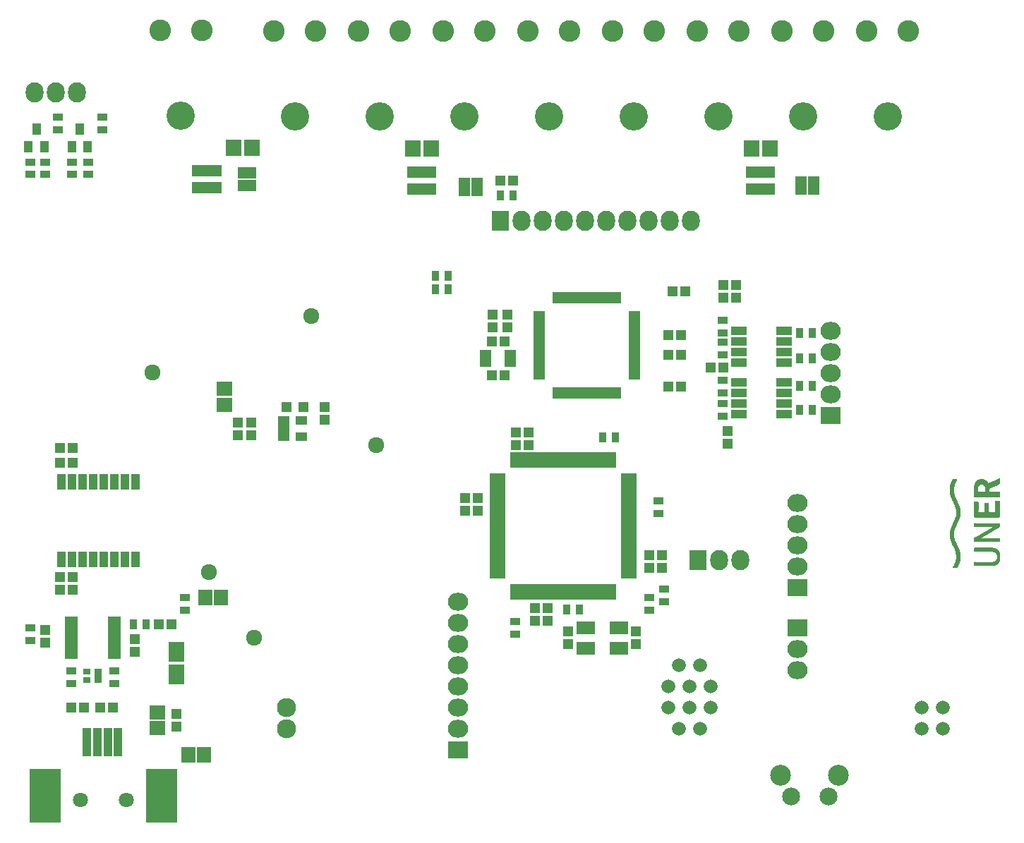
<source format=gbr>
G04 #@! TF.FileFunction,Soldermask,Top*
%FSLAX46Y46*%
G04 Gerber Fmt 4.6, Leading zero omitted, Abs format (unit mm)*
G04 Created by KiCad (PCBNEW 4.0.2-stable) date 19/05/2017 15:30:42*
%MOMM*%
G01*
G04 APERTURE LIST*
%ADD10C,0.100000*%
%ADD11C,0.010000*%
%ADD12C,2.600000*%
%ADD13C,3.400000*%
%ADD14R,0.680000X1.900000*%
%ADD15R,1.900000X0.680000*%
%ADD16R,0.650000X1.400000*%
%ADD17R,1.400000X0.650000*%
%ADD18R,1.300000X0.900000*%
%ADD19R,1.000000X1.900000*%
%ADD20R,1.100000X3.400000*%
%ADD21R,3.800000X6.440000*%
%ADD22C,1.800000*%
%ADD23R,1.200000X1.150000*%
%ADD24R,1.400000X2.000000*%
%ADD25R,1.150000X1.200000*%
%ADD26R,0.900000X1.300000*%
%ADD27O,2.127200X2.432000*%
%ADD28R,1.197560X1.197560*%
%ADD29R,1.700000X1.900000*%
%ADD30R,1.900000X1.700000*%
%ADD31R,1.200000X1.200000*%
%ADD32R,2.432000X2.127200*%
%ADD33O,2.432000X2.127200*%
%ADD34R,2.127200X2.432000*%
%ADD35R,2.200000X1.600000*%
%ADD36R,0.900000X1.400000*%
%ADD37R,1.100000X1.400000*%
%ADD38C,2.500000*%
%ADD39C,2.150000*%
%ADD40R,1.901140X2.350720*%
%ADD41R,0.999440X1.400760*%
%ADD42R,1.900000X0.750000*%
%ADD43C,1.924000*%
%ADD44R,1.600000X0.800000*%
%ADD45R,1.400760X0.999440*%
%ADD46R,0.850000X0.700000*%
%ADD47C,2.300000*%
%ADD48C,1.670000*%
%ADD49R,1.950000X1.000000*%
G04 APERTURE END LIST*
D10*
D11*
G36*
X204177089Y-110034017D02*
X204177140Y-110000118D01*
X204177310Y-109972090D01*
X204177667Y-109949308D01*
X204178282Y-109931142D01*
X204179224Y-109916966D01*
X204180562Y-109906152D01*
X204182366Y-109898073D01*
X204184705Y-109892102D01*
X204187648Y-109887611D01*
X204191265Y-109883972D01*
X204195626Y-109880558D01*
X204198787Y-109878240D01*
X204210491Y-109869623D01*
X205283303Y-109870071D01*
X205370574Y-109870115D01*
X205456136Y-109870171D01*
X205539706Y-109870240D01*
X205621000Y-109870320D01*
X205699734Y-109870411D01*
X205775625Y-109870512D01*
X205848390Y-109870623D01*
X205917744Y-109870742D01*
X205983405Y-109870870D01*
X206045088Y-109871006D01*
X206102511Y-109871148D01*
X206155389Y-109871296D01*
X206203440Y-109871450D01*
X206246379Y-109871609D01*
X206283923Y-109871772D01*
X206315789Y-109871939D01*
X206341692Y-109872109D01*
X206361350Y-109872280D01*
X206374479Y-109872454D01*
X206380795Y-109872628D01*
X206381058Y-109872647D01*
X206413184Y-109875745D01*
X206439889Y-109879187D01*
X206462882Y-109883244D01*
X206483868Y-109888192D01*
X206491879Y-109890423D01*
X206507345Y-109894617D01*
X206521625Y-109897987D01*
X206532334Y-109899987D01*
X206534835Y-109900265D01*
X206542868Y-109901772D01*
X206546716Y-109904332D01*
X206546772Y-109904674D01*
X206549940Y-109908201D01*
X206558557Y-109913565D01*
X206571356Y-109920222D01*
X206587068Y-109927630D01*
X206604427Y-109935244D01*
X206622164Y-109942521D01*
X206639012Y-109948917D01*
X206653702Y-109953888D01*
X206664968Y-109956891D01*
X206670032Y-109957531D01*
X206674558Y-109959233D01*
X206675040Y-109960501D01*
X206678153Y-109962538D01*
X206685715Y-109963465D01*
X206686393Y-109963470D01*
X206696128Y-109964286D01*
X206709371Y-109966392D01*
X206719355Y-109968460D01*
X206735649Y-109972178D01*
X206753264Y-109976133D01*
X206761866Y-109978037D01*
X206773923Y-109981267D01*
X206783449Y-109984868D01*
X206787446Y-109987301D01*
X206793324Y-109991315D01*
X206795937Y-109991977D01*
X206800163Y-109994082D01*
X206807832Y-110000612D01*
X206819282Y-110011886D01*
X206834853Y-110028227D01*
X206840155Y-110033925D01*
X206851605Y-110044650D01*
X206864843Y-110054812D01*
X206870444Y-110058400D01*
X206880773Y-110064792D01*
X206888956Y-110070469D01*
X206891771Y-110072812D01*
X206897329Y-110076812D01*
X206899684Y-110077499D01*
X206904629Y-110079714D01*
X206913595Y-110085682D01*
X206925307Y-110094387D01*
X206938489Y-110104813D01*
X206951865Y-110115945D01*
X206964160Y-110126767D01*
X206974100Y-110136262D01*
X206976148Y-110138396D01*
X207005216Y-110168402D01*
X207030843Y-110192585D01*
X207053316Y-110211199D01*
X207072922Y-110224495D01*
X207076778Y-110226677D01*
X207084016Y-110232541D01*
X207087469Y-110238258D01*
X207089998Y-110243808D01*
X207091689Y-110244980D01*
X207094421Y-110247951D01*
X207098528Y-110255478D01*
X207100637Y-110260124D01*
X207105956Y-110272368D01*
X207111143Y-110284047D01*
X207112288Y-110286573D01*
X207116092Y-110295622D01*
X207118344Y-110302301D01*
X207118411Y-110302608D01*
X207120433Y-110309079D01*
X207123950Y-110318007D01*
X207123960Y-110318030D01*
X207127786Y-110329442D01*
X207129870Y-110339410D01*
X207132137Y-110351231D01*
X207134737Y-110360431D01*
X207137452Y-110370536D01*
X207138563Y-110378248D01*
X207141034Y-110386830D01*
X207148067Y-110399720D01*
X207159821Y-110417180D01*
X207173870Y-110436106D01*
X207181622Y-110446446D01*
X207187334Y-110454459D01*
X207189912Y-110458603D01*
X207189960Y-110458784D01*
X207191706Y-110463027D01*
X207192743Y-110464782D01*
X207195875Y-110472899D01*
X207199288Y-110487554D01*
X207202884Y-110508170D01*
X207206569Y-110534170D01*
X207210245Y-110564975D01*
X207211655Y-110578159D01*
X207213365Y-110591146D01*
X207215993Y-110607361D01*
X207218654Y-110621660D01*
X207221224Y-110635664D01*
X207223070Y-110647988D01*
X207223804Y-110656034D01*
X207223805Y-110656193D01*
X207225039Y-110663756D01*
X207227213Y-110667148D01*
X207229275Y-110671810D01*
X207228852Y-110673864D01*
X207228706Y-110678841D01*
X207229468Y-110689536D01*
X207231008Y-110704617D01*
X207233198Y-110722751D01*
X207234618Y-110733437D01*
X207237195Y-110754056D01*
X207239212Y-110774775D01*
X207240744Y-110796974D01*
X207241868Y-110822029D01*
X207242659Y-110851319D01*
X207243193Y-110886223D01*
X207243234Y-110889957D01*
X207243472Y-110917507D01*
X207243596Y-110943914D01*
X207243608Y-110967992D01*
X207243512Y-110988556D01*
X207243309Y-111004418D01*
X207243002Y-111014392D01*
X207242986Y-111014677D01*
X207242209Y-111026002D01*
X207240898Y-111042699D01*
X207239196Y-111063044D01*
X207237246Y-111085313D01*
X207235732Y-111101980D01*
X207233781Y-111123239D01*
X207232027Y-111142578D01*
X207230593Y-111158656D01*
X207229596Y-111170133D01*
X207229180Y-111175303D01*
X207227997Y-111183534D01*
X207226606Y-111187775D01*
X207225480Y-111192624D01*
X207224147Y-111202740D01*
X207222835Y-111216278D01*
X207222372Y-111222158D01*
X207221146Y-111236736D01*
X207219848Y-111248816D01*
X207218697Y-111256457D01*
X207218345Y-111257792D01*
X207217228Y-111263154D01*
X207215672Y-111273785D01*
X207213928Y-111287861D01*
X207213006Y-111296186D01*
X207211216Y-111312880D01*
X207209502Y-111328600D01*
X207208142Y-111340819D01*
X207207744Y-111344292D01*
X207204156Y-111368225D01*
X207199574Y-111388021D01*
X207194306Y-111402489D01*
X207191478Y-111407398D01*
X207186729Y-111415153D01*
X207184614Y-111420741D01*
X207184607Y-111420924D01*
X207182723Y-111426938D01*
X207177540Y-111437535D01*
X207169768Y-111451405D01*
X207160114Y-111467236D01*
X207156820Y-111472382D01*
X207150642Y-111482670D01*
X207146498Y-111490997D01*
X207145410Y-111494653D01*
X207143335Y-111498930D01*
X207142008Y-111499301D01*
X207139262Y-111502431D01*
X207136701Y-111510199D01*
X207136198Y-111512663D01*
X207134001Y-111522318D01*
X207131681Y-111528941D01*
X207131299Y-111529590D01*
X207129532Y-111535215D01*
X207128263Y-111544718D01*
X207128087Y-111547407D01*
X207124549Y-111569626D01*
X207115907Y-111591289D01*
X207101670Y-111613268D01*
X207081347Y-111636439D01*
X207073680Y-111644052D01*
X207060833Y-111657051D01*
X207048499Y-111670535D01*
X207038595Y-111682370D01*
X207035285Y-111686813D01*
X207025399Y-111700157D01*
X207015522Y-111711292D01*
X207003820Y-111722020D01*
X206988456Y-111734142D01*
X206982702Y-111738437D01*
X206970692Y-111748157D01*
X206956099Y-111761206D01*
X206941089Y-111775601D01*
X206931946Y-111784936D01*
X206914857Y-111801862D01*
X206899540Y-111814070D01*
X206883827Y-111822777D01*
X206865547Y-111829205D01*
X206844302Y-111834213D01*
X206821948Y-111840096D01*
X206799785Y-111848240D01*
X206780248Y-111857643D01*
X206767688Y-111865751D01*
X206757289Y-111873014D01*
X206747114Y-111878907D01*
X206745061Y-111879876D01*
X206737223Y-111885204D01*
X206733064Y-111891362D01*
X206730224Y-111897093D01*
X206728035Y-111898403D01*
X206723699Y-111900285D01*
X206715309Y-111905234D01*
X206704630Y-111912204D01*
X206703965Y-111912656D01*
X206692423Y-111919818D01*
X206682173Y-111924936D01*
X206675419Y-111926910D01*
X206675384Y-111926910D01*
X206666694Y-111928242D01*
X206656430Y-111931455D01*
X206656217Y-111931541D01*
X206648600Y-111933340D01*
X206635309Y-111934794D01*
X206615967Y-111935923D01*
X206590200Y-111936751D01*
X206562792Y-111937238D01*
X206539224Y-111937636D01*
X206517996Y-111938169D01*
X206500160Y-111938796D01*
X206486770Y-111939477D01*
X206478880Y-111940170D01*
X206477270Y-111940539D01*
X206472492Y-111941598D01*
X206462126Y-111942824D01*
X206447705Y-111944065D01*
X206430946Y-111945157D01*
X206409386Y-111946711D01*
X206385869Y-111948970D01*
X206363847Y-111951579D01*
X206352279Y-111953245D01*
X206343708Y-111954585D01*
X206335283Y-111955832D01*
X206326735Y-111956989D01*
X206317797Y-111958059D01*
X206308201Y-111959046D01*
X206297677Y-111959953D01*
X206285957Y-111960783D01*
X206272774Y-111961540D01*
X206257858Y-111962225D01*
X206240942Y-111962844D01*
X206221757Y-111963398D01*
X206200035Y-111963892D01*
X206175508Y-111964328D01*
X206147907Y-111964710D01*
X206116964Y-111965040D01*
X206082410Y-111965323D01*
X206043978Y-111965561D01*
X206001399Y-111965757D01*
X205954404Y-111965915D01*
X205902726Y-111966038D01*
X205846097Y-111966130D01*
X205784246Y-111966192D01*
X205716908Y-111966229D01*
X205643812Y-111966244D01*
X205564692Y-111966240D01*
X205479277Y-111966220D01*
X205387301Y-111966188D01*
X205288495Y-111966147D01*
X205277621Y-111966142D01*
X205169209Y-111966105D01*
X205067829Y-111966092D01*
X204973387Y-111966106D01*
X204885789Y-111966145D01*
X204804940Y-111966210D01*
X204730746Y-111966302D01*
X204663114Y-111966420D01*
X204601947Y-111966566D01*
X204547153Y-111966739D01*
X204498636Y-111966939D01*
X204456303Y-111967168D01*
X204420059Y-111967426D01*
X204389809Y-111967712D01*
X204365460Y-111968027D01*
X204346918Y-111968371D01*
X204334086Y-111968746D01*
X204326873Y-111969150D01*
X204325089Y-111969477D01*
X204319960Y-111972619D01*
X204315738Y-111973234D01*
X204308790Y-111974341D01*
X204297706Y-111977222D01*
X204286550Y-111980710D01*
X204266361Y-111985679D01*
X204246661Y-111987238D01*
X204229179Y-111985463D01*
X204215640Y-111980432D01*
X204211563Y-111977383D01*
X204205220Y-111969472D01*
X204197644Y-111957266D01*
X204190128Y-111943132D01*
X204183966Y-111929438D01*
X204181372Y-111922137D01*
X204180648Y-111916310D01*
X204180015Y-111904573D01*
X204179474Y-111887861D01*
X204179028Y-111867111D01*
X204178678Y-111843257D01*
X204178426Y-111817237D01*
X204178273Y-111789985D01*
X204178222Y-111762438D01*
X204178275Y-111735531D01*
X204178433Y-111710200D01*
X204178699Y-111687381D01*
X204179073Y-111668009D01*
X204179558Y-111653021D01*
X204180156Y-111643352D01*
X204180815Y-111639954D01*
X204183850Y-111634941D01*
X204184215Y-111632153D01*
X204185742Y-111626403D01*
X204189790Y-111616314D01*
X204195553Y-111603851D01*
X204196939Y-111601051D01*
X204205085Y-111586220D01*
X204212230Y-111576788D01*
X204219481Y-111571347D01*
X204220807Y-111570716D01*
X204231766Y-111567794D01*
X204245896Y-111566484D01*
X204260289Y-111566808D01*
X204272038Y-111568787D01*
X204275833Y-111570303D01*
X204282379Y-111572778D01*
X204293569Y-111575950D01*
X204307053Y-111579156D01*
X204307856Y-111579329D01*
X204311077Y-111579899D01*
X204315394Y-111580428D01*
X204321062Y-111580918D01*
X204328333Y-111581369D01*
X204337462Y-111581784D01*
X204348702Y-111582164D01*
X204362307Y-111582509D01*
X204378531Y-111582822D01*
X204397627Y-111583104D01*
X204419850Y-111583355D01*
X204445452Y-111583578D01*
X204474688Y-111583773D01*
X204507811Y-111583943D01*
X204545076Y-111584087D01*
X204586735Y-111584209D01*
X204633042Y-111584308D01*
X204684252Y-111584387D01*
X204740618Y-111584447D01*
X204802393Y-111584488D01*
X204869832Y-111584513D01*
X204943188Y-111584523D01*
X205022715Y-111584518D01*
X205108667Y-111584502D01*
X205201296Y-111584473D01*
X205277104Y-111584445D01*
X205363743Y-111584398D01*
X205448066Y-111584328D01*
X205529795Y-111584236D01*
X205608654Y-111584123D01*
X205684367Y-111583991D01*
X205756655Y-111583839D01*
X205825243Y-111583670D01*
X205889854Y-111583483D01*
X205950210Y-111583281D01*
X206006036Y-111583065D01*
X206057053Y-111582834D01*
X206102986Y-111582591D01*
X206143557Y-111582336D01*
X206178491Y-111582070D01*
X206207509Y-111581795D01*
X206230335Y-111581511D01*
X206246692Y-111581219D01*
X206256304Y-111580921D01*
X206258120Y-111580807D01*
X206306376Y-111576368D01*
X206349661Y-111571905D01*
X206386918Y-111567526D01*
X206388185Y-111567364D01*
X206406609Y-111565462D01*
X206427644Y-111563957D01*
X206446772Y-111563172D01*
X206446981Y-111563168D01*
X206460948Y-111562623D01*
X206471967Y-111561652D01*
X206478272Y-111560431D01*
X206479052Y-111559958D01*
X206483242Y-111558357D01*
X206492572Y-111556658D01*
X206505069Y-111555217D01*
X206505778Y-111555155D01*
X206527858Y-111552135D01*
X206547589Y-111546610D01*
X206568133Y-111537591D01*
X206577046Y-111532915D01*
X206591836Y-111525449D01*
X206607704Y-111518343D01*
X206622824Y-111512321D01*
X206635371Y-111508110D01*
X206643519Y-111506432D01*
X206643786Y-111506427D01*
X206655353Y-111503657D01*
X206668882Y-111496188D01*
X206682430Y-111485283D01*
X206691658Y-111475332D01*
X206699296Y-111466153D01*
X206705310Y-111459517D01*
X206708001Y-111457134D01*
X206710499Y-111453030D01*
X206710674Y-111451304D01*
X206713426Y-111445379D01*
X206720585Y-111437184D01*
X206730508Y-111428214D01*
X206741552Y-111419962D01*
X206751504Y-111414188D01*
X206764700Y-111406773D01*
X206778492Y-111397166D01*
X206790538Y-111387144D01*
X206798450Y-111378551D01*
X206802915Y-111369688D01*
X206804825Y-111363524D01*
X206810681Y-111340006D01*
X206817623Y-111320509D01*
X206826809Y-111301924D01*
X206829586Y-111297068D01*
X206834755Y-111290240D01*
X206843147Y-111281078D01*
X206849980Y-111274375D01*
X206861016Y-111264034D01*
X206872060Y-111253637D01*
X206877369Y-111248613D01*
X206892723Y-111229377D01*
X206904946Y-111203848D01*
X206913988Y-111172163D01*
X206919460Y-111137614D01*
X206920146Y-111127277D01*
X206920683Y-111110661D01*
X206921079Y-111088611D01*
X206921340Y-111061973D01*
X206921472Y-111031593D01*
X206921482Y-110998318D01*
X206921378Y-110962992D01*
X206921165Y-110926462D01*
X206920850Y-110889573D01*
X206920440Y-110853171D01*
X206919942Y-110818103D01*
X206919362Y-110785213D01*
X206918706Y-110755348D01*
X206917982Y-110729354D01*
X206917196Y-110708075D01*
X206916355Y-110692359D01*
X206915915Y-110686843D01*
X206911972Y-110660865D01*
X206905066Y-110639603D01*
X206894283Y-110620947D01*
X206880116Y-110604231D01*
X206872887Y-110596200D01*
X206868307Y-110590091D01*
X206867464Y-110588162D01*
X206864785Y-110584193D01*
X206860337Y-110580767D01*
X206854758Y-110575848D01*
X206853210Y-110572535D01*
X206851321Y-110567649D01*
X206846483Y-110559245D01*
X206842520Y-110553215D01*
X206836486Y-110543888D01*
X206832610Y-110536826D01*
X206831830Y-110534506D01*
X206829679Y-110530219D01*
X206824157Y-110522617D01*
X206819358Y-110516765D01*
X206812333Y-110507705D01*
X206807809Y-110500233D01*
X206806886Y-110497319D01*
X206804633Y-110491819D01*
X206798997Y-110483942D01*
X206796584Y-110481164D01*
X206790666Y-110473936D01*
X206787916Y-110469040D01*
X206787999Y-110468169D01*
X206787018Y-110464536D01*
X206781637Y-110457638D01*
X206773044Y-110448637D01*
X206762426Y-110438694D01*
X206750970Y-110428970D01*
X206739862Y-110420625D01*
X206738301Y-110419565D01*
X206727664Y-110412598D01*
X206719531Y-110407525D01*
X206715519Y-110405352D01*
X206715408Y-110405333D01*
X206711950Y-110403436D01*
X206704195Y-110398403D01*
X206693657Y-110391226D01*
X206690887Y-110389298D01*
X206679460Y-110381674D01*
X206669942Y-110375983D01*
X206664075Y-110373251D01*
X206663475Y-110373149D01*
X206657303Y-110371051D01*
X206652087Y-110367804D01*
X206643218Y-110363585D01*
X206637153Y-110362572D01*
X206629825Y-110361073D01*
X206626817Y-110358821D01*
X206621953Y-110356187D01*
X206620441Y-110356422D01*
X206615318Y-110355135D01*
X206608226Y-110350193D01*
X206607441Y-110349483D01*
X206599529Y-110343762D01*
X206592542Y-110341201D01*
X206592227Y-110341192D01*
X206586915Y-110339651D01*
X206585954Y-110337911D01*
X206582864Y-110335026D01*
X206575330Y-110332371D01*
X206574373Y-110332155D01*
X206565298Y-110329682D01*
X206559341Y-110327121D01*
X206559229Y-110327041D01*
X206553225Y-110324109D01*
X206546757Y-110321944D01*
X206538117Y-110319564D01*
X206526105Y-110316258D01*
X206519444Y-110314427D01*
X206510535Y-110312169D01*
X206497625Y-110309128D01*
X206482394Y-110305673D01*
X206466523Y-110302171D01*
X206451692Y-110298992D01*
X206439581Y-110296502D01*
X206431869Y-110295071D01*
X206430168Y-110294867D01*
X206430307Y-110297217D01*
X206431108Y-110298694D01*
X206431203Y-110300760D01*
X206426864Y-110298945D01*
X206424262Y-110297805D01*
X206420659Y-110296741D01*
X206415823Y-110295751D01*
X206409521Y-110294833D01*
X206401521Y-110293985D01*
X206391590Y-110293206D01*
X206379495Y-110292492D01*
X206365005Y-110291842D01*
X206347887Y-110291254D01*
X206327908Y-110290726D01*
X206304836Y-110290256D01*
X206278439Y-110289842D01*
X206248483Y-110289481D01*
X206214737Y-110289173D01*
X206176968Y-110288914D01*
X206134943Y-110288703D01*
X206088430Y-110288538D01*
X206037197Y-110288417D01*
X205981011Y-110288337D01*
X205919640Y-110288297D01*
X205852850Y-110288295D01*
X205780411Y-110288329D01*
X205702088Y-110288396D01*
X205617651Y-110288494D01*
X205526865Y-110288623D01*
X205429500Y-110288778D01*
X205325321Y-110288960D01*
X205287091Y-110289029D01*
X205202515Y-110289189D01*
X205119664Y-110289357D01*
X205038830Y-110289532D01*
X204960303Y-110289712D01*
X204884378Y-110289896D01*
X204811344Y-110290084D01*
X204741496Y-110290275D01*
X204675123Y-110290468D01*
X204612520Y-110290661D01*
X204553978Y-110290854D01*
X204499788Y-110291045D01*
X204450243Y-110291235D01*
X204405635Y-110291421D01*
X204366257Y-110291603D01*
X204332399Y-110291779D01*
X204304354Y-110291950D01*
X204282415Y-110292113D01*
X204266873Y-110292269D01*
X204258021Y-110292415D01*
X204256199Y-110292484D01*
X204232450Y-110292361D01*
X204213736Y-110287881D01*
X204199134Y-110278595D01*
X204187720Y-110264055D01*
X204184246Y-110257517D01*
X204182585Y-110253821D01*
X204181202Y-110249775D01*
X204180073Y-110244724D01*
X204179171Y-110238016D01*
X204178471Y-110228997D01*
X204177948Y-110217014D01*
X204177576Y-110201414D01*
X204177330Y-110181543D01*
X204177184Y-110156749D01*
X204177112Y-110126378D01*
X204177089Y-110089776D01*
X204177088Y-110074416D01*
X204177089Y-110034017D01*
X204177089Y-110034017D01*
G37*
X204177089Y-110034017D02*
X204177140Y-110000118D01*
X204177310Y-109972090D01*
X204177667Y-109949308D01*
X204178282Y-109931142D01*
X204179224Y-109916966D01*
X204180562Y-109906152D01*
X204182366Y-109898073D01*
X204184705Y-109892102D01*
X204187648Y-109887611D01*
X204191265Y-109883972D01*
X204195626Y-109880558D01*
X204198787Y-109878240D01*
X204210491Y-109869623D01*
X205283303Y-109870071D01*
X205370574Y-109870115D01*
X205456136Y-109870171D01*
X205539706Y-109870240D01*
X205621000Y-109870320D01*
X205699734Y-109870411D01*
X205775625Y-109870512D01*
X205848390Y-109870623D01*
X205917744Y-109870742D01*
X205983405Y-109870870D01*
X206045088Y-109871006D01*
X206102511Y-109871148D01*
X206155389Y-109871296D01*
X206203440Y-109871450D01*
X206246379Y-109871609D01*
X206283923Y-109871772D01*
X206315789Y-109871939D01*
X206341692Y-109872109D01*
X206361350Y-109872280D01*
X206374479Y-109872454D01*
X206380795Y-109872628D01*
X206381058Y-109872647D01*
X206413184Y-109875745D01*
X206439889Y-109879187D01*
X206462882Y-109883244D01*
X206483868Y-109888192D01*
X206491879Y-109890423D01*
X206507345Y-109894617D01*
X206521625Y-109897987D01*
X206532334Y-109899987D01*
X206534835Y-109900265D01*
X206542868Y-109901772D01*
X206546716Y-109904332D01*
X206546772Y-109904674D01*
X206549940Y-109908201D01*
X206558557Y-109913565D01*
X206571356Y-109920222D01*
X206587068Y-109927630D01*
X206604427Y-109935244D01*
X206622164Y-109942521D01*
X206639012Y-109948917D01*
X206653702Y-109953888D01*
X206664968Y-109956891D01*
X206670032Y-109957531D01*
X206674558Y-109959233D01*
X206675040Y-109960501D01*
X206678153Y-109962538D01*
X206685715Y-109963465D01*
X206686393Y-109963470D01*
X206696128Y-109964286D01*
X206709371Y-109966392D01*
X206719355Y-109968460D01*
X206735649Y-109972178D01*
X206753264Y-109976133D01*
X206761866Y-109978037D01*
X206773923Y-109981267D01*
X206783449Y-109984868D01*
X206787446Y-109987301D01*
X206793324Y-109991315D01*
X206795937Y-109991977D01*
X206800163Y-109994082D01*
X206807832Y-110000612D01*
X206819282Y-110011886D01*
X206834853Y-110028227D01*
X206840155Y-110033925D01*
X206851605Y-110044650D01*
X206864843Y-110054812D01*
X206870444Y-110058400D01*
X206880773Y-110064792D01*
X206888956Y-110070469D01*
X206891771Y-110072812D01*
X206897329Y-110076812D01*
X206899684Y-110077499D01*
X206904629Y-110079714D01*
X206913595Y-110085682D01*
X206925307Y-110094387D01*
X206938489Y-110104813D01*
X206951865Y-110115945D01*
X206964160Y-110126767D01*
X206974100Y-110136262D01*
X206976148Y-110138396D01*
X207005216Y-110168402D01*
X207030843Y-110192585D01*
X207053316Y-110211199D01*
X207072922Y-110224495D01*
X207076778Y-110226677D01*
X207084016Y-110232541D01*
X207087469Y-110238258D01*
X207089998Y-110243808D01*
X207091689Y-110244980D01*
X207094421Y-110247951D01*
X207098528Y-110255478D01*
X207100637Y-110260124D01*
X207105956Y-110272368D01*
X207111143Y-110284047D01*
X207112288Y-110286573D01*
X207116092Y-110295622D01*
X207118344Y-110302301D01*
X207118411Y-110302608D01*
X207120433Y-110309079D01*
X207123950Y-110318007D01*
X207123960Y-110318030D01*
X207127786Y-110329442D01*
X207129870Y-110339410D01*
X207132137Y-110351231D01*
X207134737Y-110360431D01*
X207137452Y-110370536D01*
X207138563Y-110378248D01*
X207141034Y-110386830D01*
X207148067Y-110399720D01*
X207159821Y-110417180D01*
X207173870Y-110436106D01*
X207181622Y-110446446D01*
X207187334Y-110454459D01*
X207189912Y-110458603D01*
X207189960Y-110458784D01*
X207191706Y-110463027D01*
X207192743Y-110464782D01*
X207195875Y-110472899D01*
X207199288Y-110487554D01*
X207202884Y-110508170D01*
X207206569Y-110534170D01*
X207210245Y-110564975D01*
X207211655Y-110578159D01*
X207213365Y-110591146D01*
X207215993Y-110607361D01*
X207218654Y-110621660D01*
X207221224Y-110635664D01*
X207223070Y-110647988D01*
X207223804Y-110656034D01*
X207223805Y-110656193D01*
X207225039Y-110663756D01*
X207227213Y-110667148D01*
X207229275Y-110671810D01*
X207228852Y-110673864D01*
X207228706Y-110678841D01*
X207229468Y-110689536D01*
X207231008Y-110704617D01*
X207233198Y-110722751D01*
X207234618Y-110733437D01*
X207237195Y-110754056D01*
X207239212Y-110774775D01*
X207240744Y-110796974D01*
X207241868Y-110822029D01*
X207242659Y-110851319D01*
X207243193Y-110886223D01*
X207243234Y-110889957D01*
X207243472Y-110917507D01*
X207243596Y-110943914D01*
X207243608Y-110967992D01*
X207243512Y-110988556D01*
X207243309Y-111004418D01*
X207243002Y-111014392D01*
X207242986Y-111014677D01*
X207242209Y-111026002D01*
X207240898Y-111042699D01*
X207239196Y-111063044D01*
X207237246Y-111085313D01*
X207235732Y-111101980D01*
X207233781Y-111123239D01*
X207232027Y-111142578D01*
X207230593Y-111158656D01*
X207229596Y-111170133D01*
X207229180Y-111175303D01*
X207227997Y-111183534D01*
X207226606Y-111187775D01*
X207225480Y-111192624D01*
X207224147Y-111202740D01*
X207222835Y-111216278D01*
X207222372Y-111222158D01*
X207221146Y-111236736D01*
X207219848Y-111248816D01*
X207218697Y-111256457D01*
X207218345Y-111257792D01*
X207217228Y-111263154D01*
X207215672Y-111273785D01*
X207213928Y-111287861D01*
X207213006Y-111296186D01*
X207211216Y-111312880D01*
X207209502Y-111328600D01*
X207208142Y-111340819D01*
X207207744Y-111344292D01*
X207204156Y-111368225D01*
X207199574Y-111388021D01*
X207194306Y-111402489D01*
X207191478Y-111407398D01*
X207186729Y-111415153D01*
X207184614Y-111420741D01*
X207184607Y-111420924D01*
X207182723Y-111426938D01*
X207177540Y-111437535D01*
X207169768Y-111451405D01*
X207160114Y-111467236D01*
X207156820Y-111472382D01*
X207150642Y-111482670D01*
X207146498Y-111490997D01*
X207145410Y-111494653D01*
X207143335Y-111498930D01*
X207142008Y-111499301D01*
X207139262Y-111502431D01*
X207136701Y-111510199D01*
X207136198Y-111512663D01*
X207134001Y-111522318D01*
X207131681Y-111528941D01*
X207131299Y-111529590D01*
X207129532Y-111535215D01*
X207128263Y-111544718D01*
X207128087Y-111547407D01*
X207124549Y-111569626D01*
X207115907Y-111591289D01*
X207101670Y-111613268D01*
X207081347Y-111636439D01*
X207073680Y-111644052D01*
X207060833Y-111657051D01*
X207048499Y-111670535D01*
X207038595Y-111682370D01*
X207035285Y-111686813D01*
X207025399Y-111700157D01*
X207015522Y-111711292D01*
X207003820Y-111722020D01*
X206988456Y-111734142D01*
X206982702Y-111738437D01*
X206970692Y-111748157D01*
X206956099Y-111761206D01*
X206941089Y-111775601D01*
X206931946Y-111784936D01*
X206914857Y-111801862D01*
X206899540Y-111814070D01*
X206883827Y-111822777D01*
X206865547Y-111829205D01*
X206844302Y-111834213D01*
X206821948Y-111840096D01*
X206799785Y-111848240D01*
X206780248Y-111857643D01*
X206767688Y-111865751D01*
X206757289Y-111873014D01*
X206747114Y-111878907D01*
X206745061Y-111879876D01*
X206737223Y-111885204D01*
X206733064Y-111891362D01*
X206730224Y-111897093D01*
X206728035Y-111898403D01*
X206723699Y-111900285D01*
X206715309Y-111905234D01*
X206704630Y-111912204D01*
X206703965Y-111912656D01*
X206692423Y-111919818D01*
X206682173Y-111924936D01*
X206675419Y-111926910D01*
X206675384Y-111926910D01*
X206666694Y-111928242D01*
X206656430Y-111931455D01*
X206656217Y-111931541D01*
X206648600Y-111933340D01*
X206635309Y-111934794D01*
X206615967Y-111935923D01*
X206590200Y-111936751D01*
X206562792Y-111937238D01*
X206539224Y-111937636D01*
X206517996Y-111938169D01*
X206500160Y-111938796D01*
X206486770Y-111939477D01*
X206478880Y-111940170D01*
X206477270Y-111940539D01*
X206472492Y-111941598D01*
X206462126Y-111942824D01*
X206447705Y-111944065D01*
X206430946Y-111945157D01*
X206409386Y-111946711D01*
X206385869Y-111948970D01*
X206363847Y-111951579D01*
X206352279Y-111953245D01*
X206343708Y-111954585D01*
X206335283Y-111955832D01*
X206326735Y-111956989D01*
X206317797Y-111958059D01*
X206308201Y-111959046D01*
X206297677Y-111959953D01*
X206285957Y-111960783D01*
X206272774Y-111961540D01*
X206257858Y-111962225D01*
X206240942Y-111962844D01*
X206221757Y-111963398D01*
X206200035Y-111963892D01*
X206175508Y-111964328D01*
X206147907Y-111964710D01*
X206116964Y-111965040D01*
X206082410Y-111965323D01*
X206043978Y-111965561D01*
X206001399Y-111965757D01*
X205954404Y-111965915D01*
X205902726Y-111966038D01*
X205846097Y-111966130D01*
X205784246Y-111966192D01*
X205716908Y-111966229D01*
X205643812Y-111966244D01*
X205564692Y-111966240D01*
X205479277Y-111966220D01*
X205387301Y-111966188D01*
X205288495Y-111966147D01*
X205277621Y-111966142D01*
X205169209Y-111966105D01*
X205067829Y-111966092D01*
X204973387Y-111966106D01*
X204885789Y-111966145D01*
X204804940Y-111966210D01*
X204730746Y-111966302D01*
X204663114Y-111966420D01*
X204601947Y-111966566D01*
X204547153Y-111966739D01*
X204498636Y-111966939D01*
X204456303Y-111967168D01*
X204420059Y-111967426D01*
X204389809Y-111967712D01*
X204365460Y-111968027D01*
X204346918Y-111968371D01*
X204334086Y-111968746D01*
X204326873Y-111969150D01*
X204325089Y-111969477D01*
X204319960Y-111972619D01*
X204315738Y-111973234D01*
X204308790Y-111974341D01*
X204297706Y-111977222D01*
X204286550Y-111980710D01*
X204266361Y-111985679D01*
X204246661Y-111987238D01*
X204229179Y-111985463D01*
X204215640Y-111980432D01*
X204211563Y-111977383D01*
X204205220Y-111969472D01*
X204197644Y-111957266D01*
X204190128Y-111943132D01*
X204183966Y-111929438D01*
X204181372Y-111922137D01*
X204180648Y-111916310D01*
X204180015Y-111904573D01*
X204179474Y-111887861D01*
X204179028Y-111867111D01*
X204178678Y-111843257D01*
X204178426Y-111817237D01*
X204178273Y-111789985D01*
X204178222Y-111762438D01*
X204178275Y-111735531D01*
X204178433Y-111710200D01*
X204178699Y-111687381D01*
X204179073Y-111668009D01*
X204179558Y-111653021D01*
X204180156Y-111643352D01*
X204180815Y-111639954D01*
X204183850Y-111634941D01*
X204184215Y-111632153D01*
X204185742Y-111626403D01*
X204189790Y-111616314D01*
X204195553Y-111603851D01*
X204196939Y-111601051D01*
X204205085Y-111586220D01*
X204212230Y-111576788D01*
X204219481Y-111571347D01*
X204220807Y-111570716D01*
X204231766Y-111567794D01*
X204245896Y-111566484D01*
X204260289Y-111566808D01*
X204272038Y-111568787D01*
X204275833Y-111570303D01*
X204282379Y-111572778D01*
X204293569Y-111575950D01*
X204307053Y-111579156D01*
X204307856Y-111579329D01*
X204311077Y-111579899D01*
X204315394Y-111580428D01*
X204321062Y-111580918D01*
X204328333Y-111581369D01*
X204337462Y-111581784D01*
X204348702Y-111582164D01*
X204362307Y-111582509D01*
X204378531Y-111582822D01*
X204397627Y-111583104D01*
X204419850Y-111583355D01*
X204445452Y-111583578D01*
X204474688Y-111583773D01*
X204507811Y-111583943D01*
X204545076Y-111584087D01*
X204586735Y-111584209D01*
X204633042Y-111584308D01*
X204684252Y-111584387D01*
X204740618Y-111584447D01*
X204802393Y-111584488D01*
X204869832Y-111584513D01*
X204943188Y-111584523D01*
X205022715Y-111584518D01*
X205108667Y-111584502D01*
X205201296Y-111584473D01*
X205277104Y-111584445D01*
X205363743Y-111584398D01*
X205448066Y-111584328D01*
X205529795Y-111584236D01*
X205608654Y-111584123D01*
X205684367Y-111583991D01*
X205756655Y-111583839D01*
X205825243Y-111583670D01*
X205889854Y-111583483D01*
X205950210Y-111583281D01*
X206006036Y-111583065D01*
X206057053Y-111582834D01*
X206102986Y-111582591D01*
X206143557Y-111582336D01*
X206178491Y-111582070D01*
X206207509Y-111581795D01*
X206230335Y-111581511D01*
X206246692Y-111581219D01*
X206256304Y-111580921D01*
X206258120Y-111580807D01*
X206306376Y-111576368D01*
X206349661Y-111571905D01*
X206386918Y-111567526D01*
X206388185Y-111567364D01*
X206406609Y-111565462D01*
X206427644Y-111563957D01*
X206446772Y-111563172D01*
X206446981Y-111563168D01*
X206460948Y-111562623D01*
X206471967Y-111561652D01*
X206478272Y-111560431D01*
X206479052Y-111559958D01*
X206483242Y-111558357D01*
X206492572Y-111556658D01*
X206505069Y-111555217D01*
X206505778Y-111555155D01*
X206527858Y-111552135D01*
X206547589Y-111546610D01*
X206568133Y-111537591D01*
X206577046Y-111532915D01*
X206591836Y-111525449D01*
X206607704Y-111518343D01*
X206622824Y-111512321D01*
X206635371Y-111508110D01*
X206643519Y-111506432D01*
X206643786Y-111506427D01*
X206655353Y-111503657D01*
X206668882Y-111496188D01*
X206682430Y-111485283D01*
X206691658Y-111475332D01*
X206699296Y-111466153D01*
X206705310Y-111459517D01*
X206708001Y-111457134D01*
X206710499Y-111453030D01*
X206710674Y-111451304D01*
X206713426Y-111445379D01*
X206720585Y-111437184D01*
X206730508Y-111428214D01*
X206741552Y-111419962D01*
X206751504Y-111414188D01*
X206764700Y-111406773D01*
X206778492Y-111397166D01*
X206790538Y-111387144D01*
X206798450Y-111378551D01*
X206802915Y-111369688D01*
X206804825Y-111363524D01*
X206810681Y-111340006D01*
X206817623Y-111320509D01*
X206826809Y-111301924D01*
X206829586Y-111297068D01*
X206834755Y-111290240D01*
X206843147Y-111281078D01*
X206849980Y-111274375D01*
X206861016Y-111264034D01*
X206872060Y-111253637D01*
X206877369Y-111248613D01*
X206892723Y-111229377D01*
X206904946Y-111203848D01*
X206913988Y-111172163D01*
X206919460Y-111137614D01*
X206920146Y-111127277D01*
X206920683Y-111110661D01*
X206921079Y-111088611D01*
X206921340Y-111061973D01*
X206921472Y-111031593D01*
X206921482Y-110998318D01*
X206921378Y-110962992D01*
X206921165Y-110926462D01*
X206920850Y-110889573D01*
X206920440Y-110853171D01*
X206919942Y-110818103D01*
X206919362Y-110785213D01*
X206918706Y-110755348D01*
X206917982Y-110729354D01*
X206917196Y-110708075D01*
X206916355Y-110692359D01*
X206915915Y-110686843D01*
X206911972Y-110660865D01*
X206905066Y-110639603D01*
X206894283Y-110620947D01*
X206880116Y-110604231D01*
X206872887Y-110596200D01*
X206868307Y-110590091D01*
X206867464Y-110588162D01*
X206864785Y-110584193D01*
X206860337Y-110580767D01*
X206854758Y-110575848D01*
X206853210Y-110572535D01*
X206851321Y-110567649D01*
X206846483Y-110559245D01*
X206842520Y-110553215D01*
X206836486Y-110543888D01*
X206832610Y-110536826D01*
X206831830Y-110534506D01*
X206829679Y-110530219D01*
X206824157Y-110522617D01*
X206819358Y-110516765D01*
X206812333Y-110507705D01*
X206807809Y-110500233D01*
X206806886Y-110497319D01*
X206804633Y-110491819D01*
X206798997Y-110483942D01*
X206796584Y-110481164D01*
X206790666Y-110473936D01*
X206787916Y-110469040D01*
X206787999Y-110468169D01*
X206787018Y-110464536D01*
X206781637Y-110457638D01*
X206773044Y-110448637D01*
X206762426Y-110438694D01*
X206750970Y-110428970D01*
X206739862Y-110420625D01*
X206738301Y-110419565D01*
X206727664Y-110412598D01*
X206719531Y-110407525D01*
X206715519Y-110405352D01*
X206715408Y-110405333D01*
X206711950Y-110403436D01*
X206704195Y-110398403D01*
X206693657Y-110391226D01*
X206690887Y-110389298D01*
X206679460Y-110381674D01*
X206669942Y-110375983D01*
X206664075Y-110373251D01*
X206663475Y-110373149D01*
X206657303Y-110371051D01*
X206652087Y-110367804D01*
X206643218Y-110363585D01*
X206637153Y-110362572D01*
X206629825Y-110361073D01*
X206626817Y-110358821D01*
X206621953Y-110356187D01*
X206620441Y-110356422D01*
X206615318Y-110355135D01*
X206608226Y-110350193D01*
X206607441Y-110349483D01*
X206599529Y-110343762D01*
X206592542Y-110341201D01*
X206592227Y-110341192D01*
X206586915Y-110339651D01*
X206585954Y-110337911D01*
X206582864Y-110335026D01*
X206575330Y-110332371D01*
X206574373Y-110332155D01*
X206565298Y-110329682D01*
X206559341Y-110327121D01*
X206559229Y-110327041D01*
X206553225Y-110324109D01*
X206546757Y-110321944D01*
X206538117Y-110319564D01*
X206526105Y-110316258D01*
X206519444Y-110314427D01*
X206510535Y-110312169D01*
X206497625Y-110309128D01*
X206482394Y-110305673D01*
X206466523Y-110302171D01*
X206451692Y-110298992D01*
X206439581Y-110296502D01*
X206431869Y-110295071D01*
X206430168Y-110294867D01*
X206430307Y-110297217D01*
X206431108Y-110298694D01*
X206431203Y-110300760D01*
X206426864Y-110298945D01*
X206424262Y-110297805D01*
X206420659Y-110296741D01*
X206415823Y-110295751D01*
X206409521Y-110294833D01*
X206401521Y-110293985D01*
X206391590Y-110293206D01*
X206379495Y-110292492D01*
X206365005Y-110291842D01*
X206347887Y-110291254D01*
X206327908Y-110290726D01*
X206304836Y-110290256D01*
X206278439Y-110289842D01*
X206248483Y-110289481D01*
X206214737Y-110289173D01*
X206176968Y-110288914D01*
X206134943Y-110288703D01*
X206088430Y-110288538D01*
X206037197Y-110288417D01*
X205981011Y-110288337D01*
X205919640Y-110288297D01*
X205852850Y-110288295D01*
X205780411Y-110288329D01*
X205702088Y-110288396D01*
X205617651Y-110288494D01*
X205526865Y-110288623D01*
X205429500Y-110288778D01*
X205325321Y-110288960D01*
X205287091Y-110289029D01*
X205202515Y-110289189D01*
X205119664Y-110289357D01*
X205038830Y-110289532D01*
X204960303Y-110289712D01*
X204884378Y-110289896D01*
X204811344Y-110290084D01*
X204741496Y-110290275D01*
X204675123Y-110290468D01*
X204612520Y-110290661D01*
X204553978Y-110290854D01*
X204499788Y-110291045D01*
X204450243Y-110291235D01*
X204405635Y-110291421D01*
X204366257Y-110291603D01*
X204332399Y-110291779D01*
X204304354Y-110291950D01*
X204282415Y-110292113D01*
X204266873Y-110292269D01*
X204258021Y-110292415D01*
X204256199Y-110292484D01*
X204232450Y-110292361D01*
X204213736Y-110287881D01*
X204199134Y-110278595D01*
X204187720Y-110264055D01*
X204184246Y-110257517D01*
X204182585Y-110253821D01*
X204181202Y-110249775D01*
X204180073Y-110244724D01*
X204179171Y-110238016D01*
X204178471Y-110228997D01*
X204177948Y-110217014D01*
X204177576Y-110201414D01*
X204177330Y-110181543D01*
X204177184Y-110156749D01*
X204177112Y-110126378D01*
X204177089Y-110089776D01*
X204177088Y-110074416D01*
X204177089Y-110034017D01*
G36*
X204184488Y-104379638D02*
X204194589Y-104358567D01*
X204207714Y-104343265D01*
X204220454Y-104334748D01*
X204231755Y-104331592D01*
X204248904Y-104330433D01*
X204270916Y-104331251D01*
X204296804Y-104334026D01*
X204314279Y-104336704D01*
X204326092Y-104338117D01*
X204342298Y-104339033D01*
X204363515Y-104339458D01*
X204390359Y-104339402D01*
X204423444Y-104338875D01*
X204438999Y-104338524D01*
X204468439Y-104337836D01*
X204491709Y-104337386D01*
X204509763Y-104337216D01*
X204523553Y-104337363D01*
X204534035Y-104337870D01*
X204542161Y-104338774D01*
X204548885Y-104340118D01*
X204555161Y-104341940D01*
X204560031Y-104343604D01*
X204571909Y-104347542D01*
X204581440Y-104350256D01*
X204585975Y-104351096D01*
X204591190Y-104353803D01*
X204598956Y-104360907D01*
X204607859Y-104370885D01*
X204616484Y-104382213D01*
X204620424Y-104388188D01*
X204621424Y-104389968D01*
X204622319Y-104392157D01*
X204623117Y-104395130D01*
X204623821Y-104399264D01*
X204624436Y-104404932D01*
X204624968Y-104412512D01*
X204625422Y-104422378D01*
X204625803Y-104434905D01*
X204626115Y-104450470D01*
X204626364Y-104469448D01*
X204626555Y-104492213D01*
X204626693Y-104519143D01*
X204626783Y-104550612D01*
X204626830Y-104586996D01*
X204626839Y-104628670D01*
X204626815Y-104676009D01*
X204626764Y-104729390D01*
X204626689Y-104789187D01*
X204626608Y-104848192D01*
X204626490Y-104912055D01*
X204626325Y-104972489D01*
X204626116Y-105029165D01*
X204625864Y-105081754D01*
X204625573Y-105129927D01*
X204625246Y-105173355D01*
X204624885Y-105211710D01*
X204624494Y-105244663D01*
X204624074Y-105271884D01*
X204623630Y-105293045D01*
X204623164Y-105307818D01*
X204622679Y-105315873D01*
X204622558Y-105316781D01*
X204621087Y-105329224D01*
X204619879Y-105347157D01*
X204618958Y-105368948D01*
X204618348Y-105392965D01*
X204618073Y-105417576D01*
X204618156Y-105441148D01*
X204618621Y-105462049D01*
X204619492Y-105478646D01*
X204620108Y-105484988D01*
X204625607Y-105507596D01*
X204636280Y-105526250D01*
X204652508Y-105541315D01*
X204674670Y-105553153D01*
X204700286Y-105561418D01*
X204714491Y-105565054D01*
X204728440Y-105568683D01*
X204734762Y-105570358D01*
X204743645Y-105571681D01*
X204758393Y-105572657D01*
X204777752Y-105573238D01*
X204800467Y-105573379D01*
X204813157Y-105573262D01*
X204836685Y-105572993D01*
X204865681Y-105572768D01*
X204899152Y-105572588D01*
X204936107Y-105572452D01*
X204975554Y-105572359D01*
X205016502Y-105572310D01*
X205057957Y-105572305D01*
X205098930Y-105572343D01*
X205138427Y-105572423D01*
X205175458Y-105572547D01*
X205209031Y-105572713D01*
X205238153Y-105572921D01*
X205261833Y-105573171D01*
X205274619Y-105573370D01*
X205298592Y-105573708D01*
X205316835Y-105573631D01*
X205330735Y-105573050D01*
X205341681Y-105571874D01*
X205351061Y-105570016D01*
X205358359Y-105567981D01*
X205369949Y-105564644D01*
X205378759Y-105562521D01*
X205382511Y-105562068D01*
X205385992Y-105559875D01*
X205387347Y-105557344D01*
X205391596Y-105552592D01*
X205393960Y-105551966D01*
X205399082Y-105549347D01*
X205406434Y-105542804D01*
X205414242Y-105534309D01*
X205420730Y-105525833D01*
X205424125Y-105519348D01*
X205424282Y-105518281D01*
X205427061Y-105512291D01*
X205429946Y-105509953D01*
X205434315Y-105506145D01*
X205434740Y-105504326D01*
X205434895Y-105499820D01*
X205436139Y-105490360D01*
X205438202Y-105477990D01*
X205438214Y-105477921D01*
X205438947Y-105472109D01*
X205439584Y-105463064D01*
X205440128Y-105450453D01*
X205440581Y-105433943D01*
X205440944Y-105413201D01*
X205441221Y-105387894D01*
X205441414Y-105357690D01*
X205441526Y-105322254D01*
X205441557Y-105281254D01*
X205441512Y-105234358D01*
X205441391Y-105181231D01*
X205441199Y-105121541D01*
X205441024Y-105076251D01*
X205440758Y-105013621D01*
X205440491Y-104957722D01*
X205440215Y-104908159D01*
X205439923Y-104864537D01*
X205439605Y-104826459D01*
X205439255Y-104793530D01*
X205438862Y-104765354D01*
X205438420Y-104741537D01*
X205437920Y-104721681D01*
X205437354Y-104705393D01*
X205436714Y-104692276D01*
X205435991Y-104681935D01*
X205435177Y-104673974D01*
X205434264Y-104667997D01*
X205433244Y-104663610D01*
X205432399Y-104661113D01*
X205430750Y-104655093D01*
X205430718Y-104653472D01*
X205432182Y-104643285D01*
X205432712Y-104634166D01*
X205432260Y-104628304D01*
X205431280Y-104627340D01*
X205427929Y-104626110D01*
X205426549Y-104623677D01*
X205426304Y-104619092D01*
X205427576Y-104618352D01*
X205431191Y-104616077D01*
X205432714Y-104608740D01*
X205432249Y-104595581D01*
X205431555Y-104588744D01*
X205430747Y-104577348D01*
X205431071Y-104569107D01*
X205432089Y-104566263D01*
X205434164Y-104561775D01*
X205434972Y-104554054D01*
X205436832Y-104545190D01*
X205441608Y-104533645D01*
X205445736Y-104526134D01*
X205453966Y-104514746D01*
X205463719Y-104506167D01*
X205477585Y-104498160D01*
X205478828Y-104497538D01*
X205498467Y-104489622D01*
X205520471Y-104484526D01*
X205545943Y-104482142D01*
X205575982Y-104482363D01*
X205609579Y-104484872D01*
X205628754Y-104486441D01*
X205650342Y-104487677D01*
X205673086Y-104488567D01*
X205695725Y-104489095D01*
X205717000Y-104489250D01*
X205735651Y-104489016D01*
X205750419Y-104488380D01*
X205760044Y-104487329D01*
X205762731Y-104486546D01*
X205768693Y-104484609D01*
X205769933Y-104486351D01*
X205773000Y-104488128D01*
X205780463Y-104488561D01*
X205789720Y-104487637D01*
X205794877Y-104486476D01*
X205799215Y-104486198D01*
X205808085Y-104486092D01*
X205812694Y-104486113D01*
X205839663Y-104489172D01*
X205863180Y-104497591D01*
X205866904Y-104499630D01*
X205874288Y-104505050D01*
X205878894Y-104512198D01*
X205882228Y-104523571D01*
X205882728Y-104525869D01*
X205883373Y-104531195D01*
X205883961Y-104540936D01*
X205884492Y-104555315D01*
X205884970Y-104574552D01*
X205885395Y-104598870D01*
X205885771Y-104628491D01*
X205886099Y-104663636D01*
X205886380Y-104704526D01*
X205886618Y-104751384D01*
X205886813Y-104804430D01*
X205886969Y-104863888D01*
X205887086Y-104929977D01*
X205887168Y-105002921D01*
X205887182Y-105020705D01*
X205887237Y-105088956D01*
X205887300Y-105150447D01*
X205887377Y-105205546D01*
X205887473Y-105254619D01*
X205887591Y-105298034D01*
X205887737Y-105336158D01*
X205887915Y-105369358D01*
X205888131Y-105398002D01*
X205888388Y-105422456D01*
X205888691Y-105443087D01*
X205889046Y-105460264D01*
X205889456Y-105474352D01*
X205889927Y-105485719D01*
X205890464Y-105494732D01*
X205891070Y-105501759D01*
X205891751Y-105507166D01*
X205892511Y-105511321D01*
X205893355Y-105514590D01*
X205893510Y-105515092D01*
X205901523Y-105533916D01*
X205912022Y-105548730D01*
X205924015Y-105558325D01*
X205931209Y-105561010D01*
X205940838Y-105563942D01*
X205947764Y-105567522D01*
X205950951Y-105568293D01*
X205958680Y-105568987D01*
X205971213Y-105569608D01*
X205988814Y-105570161D01*
X206011743Y-105570650D01*
X206040264Y-105571078D01*
X206074638Y-105571449D01*
X206115128Y-105571769D01*
X206161997Y-105572040D01*
X206215505Y-105572267D01*
X206266689Y-105572428D01*
X206314409Y-105572566D01*
X206360824Y-105572712D01*
X206405336Y-105572863D01*
X206447349Y-105573018D01*
X206486266Y-105573174D01*
X206521490Y-105573327D01*
X206552425Y-105573476D01*
X206578472Y-105573618D01*
X206599035Y-105573751D01*
X206613518Y-105573871D01*
X206620043Y-105573951D01*
X206636735Y-105573962D01*
X206651288Y-105573479D01*
X206661918Y-105572590D01*
X206666367Y-105571659D01*
X206673684Y-105568808D01*
X206676821Y-105567817D01*
X206696032Y-105559490D01*
X206712402Y-105545363D01*
X206724303Y-105527161D01*
X206725099Y-105525087D01*
X206725823Y-105522163D01*
X206726479Y-105518054D01*
X206727071Y-105512427D01*
X206727603Y-105504947D01*
X206728079Y-105495279D01*
X206728503Y-105483090D01*
X206728879Y-105468044D01*
X206729211Y-105449809D01*
X206729503Y-105428049D01*
X206729759Y-105402430D01*
X206729982Y-105372618D01*
X206730178Y-105338278D01*
X206730350Y-105299077D01*
X206730502Y-105254679D01*
X206730637Y-105204751D01*
X206730761Y-105148958D01*
X206730876Y-105086967D01*
X206730988Y-105018441D01*
X206731074Y-104960610D01*
X206731175Y-104885858D01*
X206731250Y-104817902D01*
X206731297Y-104756411D01*
X206731313Y-104701055D01*
X206731295Y-104651503D01*
X206731241Y-104607424D01*
X206731148Y-104568488D01*
X206731015Y-104534365D01*
X206730837Y-104504722D01*
X206730613Y-104479231D01*
X206730340Y-104457559D01*
X206730015Y-104439377D01*
X206729637Y-104424354D01*
X206729202Y-104412158D01*
X206728708Y-104402460D01*
X206728152Y-104394929D01*
X206727532Y-104389234D01*
X206726845Y-104385044D01*
X206726620Y-104384007D01*
X206724218Y-104369805D01*
X206722392Y-104351690D01*
X206721438Y-104332871D01*
X206721364Y-104326783D01*
X206721459Y-104310756D01*
X206722042Y-104300027D01*
X206723561Y-104292769D01*
X206726461Y-104287153D01*
X206731190Y-104281350D01*
X206732945Y-104279396D01*
X206746176Y-104268435D01*
X206764025Y-104260478D01*
X206765907Y-104259874D01*
X206771281Y-104258328D01*
X206777112Y-104257039D01*
X206784066Y-104255982D01*
X206792811Y-104255135D01*
X206804013Y-104254475D01*
X206818341Y-104253979D01*
X206836461Y-104253623D01*
X206859040Y-104253384D01*
X206886746Y-104253239D01*
X206920246Y-104253166D01*
X206960113Y-104253140D01*
X207005002Y-104253165D01*
X207043294Y-104253275D01*
X207075517Y-104253489D01*
X207102200Y-104253829D01*
X207123872Y-104254313D01*
X207141062Y-104254963D01*
X207154299Y-104255798D01*
X207164111Y-104256839D01*
X207171028Y-104258106D01*
X207175579Y-104259618D01*
X207178291Y-104261397D01*
X207178354Y-104261459D01*
X207185258Y-104265186D01*
X207187993Y-104265579D01*
X207197230Y-104268824D01*
X207206434Y-104277488D01*
X207214259Y-104289982D01*
X207218672Y-104301842D01*
X207221671Y-104313514D01*
X207222963Y-104321296D01*
X207222666Y-104328188D01*
X207220895Y-104337188D01*
X207220171Y-104340406D01*
X207218451Y-104347860D01*
X207216865Y-104354565D01*
X207215406Y-104360820D01*
X207214071Y-104366922D01*
X207212851Y-104373171D01*
X207211743Y-104379864D01*
X207210739Y-104387301D01*
X207209835Y-104395779D01*
X207209023Y-104405597D01*
X207208300Y-104417053D01*
X207207658Y-104430447D01*
X207207091Y-104446075D01*
X207206595Y-104464238D01*
X207206163Y-104485233D01*
X207205790Y-104509358D01*
X207205469Y-104536913D01*
X207205195Y-104568195D01*
X207204962Y-104603503D01*
X207204764Y-104643135D01*
X207204595Y-104687390D01*
X207204450Y-104736567D01*
X207204323Y-104790963D01*
X207204208Y-104850878D01*
X207204099Y-104916609D01*
X207203991Y-104988455D01*
X207203876Y-105066715D01*
X207203751Y-105151686D01*
X207203698Y-105186716D01*
X207203558Y-105288256D01*
X207203461Y-105382712D01*
X207203408Y-105470123D01*
X207203398Y-105550534D01*
X207203432Y-105623985D01*
X207203510Y-105690519D01*
X207203631Y-105750176D01*
X207203797Y-105803000D01*
X207204006Y-105849031D01*
X207204260Y-105888311D01*
X207204559Y-105920883D01*
X207204902Y-105946788D01*
X207205289Y-105966067D01*
X207205722Y-105978764D01*
X207206199Y-105984918D01*
X207206199Y-105984921D01*
X207208808Y-106006184D01*
X207209950Y-106029586D01*
X207209624Y-106052554D01*
X207207828Y-106072512D01*
X207206247Y-106081133D01*
X207203703Y-106092705D01*
X207201917Y-106102124D01*
X207201487Y-106105186D01*
X207199656Y-106110487D01*
X207198098Y-106111422D01*
X207194193Y-106113742D01*
X207187190Y-106119695D01*
X207181858Y-106124785D01*
X207171318Y-106133620D01*
X207160013Y-106140696D01*
X207155386Y-106142741D01*
X207145627Y-106145143D01*
X207131498Y-106147426D01*
X207115552Y-106149309D01*
X207100345Y-106150512D01*
X207088432Y-106150755D01*
X207084832Y-106150477D01*
X207080219Y-106150323D01*
X207068813Y-106150174D01*
X207050910Y-106150031D01*
X207026803Y-106149893D01*
X206996790Y-106149761D01*
X206961166Y-106149634D01*
X206920225Y-106149513D01*
X206874264Y-106149397D01*
X206823578Y-106149288D01*
X206768463Y-106149183D01*
X206709214Y-106149085D01*
X206646126Y-106148993D01*
X206579495Y-106148906D01*
X206509616Y-106148826D01*
X206436786Y-106148751D01*
X206361299Y-106148683D01*
X206283451Y-106148620D01*
X206203537Y-106148564D01*
X206121853Y-106148514D01*
X206038695Y-106148470D01*
X205954357Y-106148433D01*
X205869136Y-106148401D01*
X205783326Y-106148377D01*
X205697224Y-106148358D01*
X205611124Y-106148347D01*
X205525323Y-106148341D01*
X205440116Y-106148343D01*
X205355798Y-106148351D01*
X205272664Y-106148366D01*
X205191011Y-106148387D01*
X205111134Y-106148415D01*
X205033327Y-106148451D01*
X204957887Y-106148493D01*
X204885110Y-106148542D01*
X204815290Y-106148598D01*
X204748723Y-106148661D01*
X204685705Y-106148731D01*
X204626531Y-106148808D01*
X204571496Y-106148893D01*
X204520897Y-106148985D01*
X204475028Y-106149084D01*
X204434185Y-106149191D01*
X204398664Y-106149305D01*
X204368759Y-106149426D01*
X204344767Y-106149555D01*
X204326983Y-106149691D01*
X204315703Y-106149835D01*
X204311221Y-106149987D01*
X204311156Y-106150004D01*
X204305520Y-106152702D01*
X204295770Y-106156054D01*
X204290226Y-106157656D01*
X204280466Y-106160788D01*
X204274350Y-106163696D01*
X204273300Y-106164903D01*
X204270186Y-106167396D01*
X204262523Y-106170157D01*
X204252833Y-106172547D01*
X204243636Y-106173925D01*
X204238166Y-106173836D01*
X204224787Y-106170629D01*
X204216056Y-106166469D01*
X204209537Y-106159648D01*
X204203335Y-106149446D01*
X204198184Y-106139896D01*
X204194379Y-106131771D01*
X204191285Y-106123186D01*
X204188264Y-106112260D01*
X204184683Y-106097107D01*
X204182686Y-106088261D01*
X204182069Y-106084984D01*
X204181499Y-106080681D01*
X204180973Y-106075078D01*
X204180490Y-106067905D01*
X204180048Y-106058889D01*
X204179646Y-106047758D01*
X204179281Y-106034240D01*
X204178951Y-106018063D01*
X204178656Y-105998955D01*
X204178393Y-105976644D01*
X204178160Y-105950858D01*
X204177955Y-105921325D01*
X204177778Y-105887773D01*
X204177626Y-105849929D01*
X204177497Y-105807523D01*
X204177389Y-105760281D01*
X204177301Y-105707932D01*
X204177231Y-105650204D01*
X204177177Y-105586824D01*
X204177138Y-105517521D01*
X204177111Y-105442023D01*
X204177095Y-105360057D01*
X204177088Y-105271352D01*
X204177088Y-104399934D01*
X204184488Y-104379638D01*
X204184488Y-104379638D01*
G37*
X204184488Y-104379638D02*
X204194589Y-104358567D01*
X204207714Y-104343265D01*
X204220454Y-104334748D01*
X204231755Y-104331592D01*
X204248904Y-104330433D01*
X204270916Y-104331251D01*
X204296804Y-104334026D01*
X204314279Y-104336704D01*
X204326092Y-104338117D01*
X204342298Y-104339033D01*
X204363515Y-104339458D01*
X204390359Y-104339402D01*
X204423444Y-104338875D01*
X204438999Y-104338524D01*
X204468439Y-104337836D01*
X204491709Y-104337386D01*
X204509763Y-104337216D01*
X204523553Y-104337363D01*
X204534035Y-104337870D01*
X204542161Y-104338774D01*
X204548885Y-104340118D01*
X204555161Y-104341940D01*
X204560031Y-104343604D01*
X204571909Y-104347542D01*
X204581440Y-104350256D01*
X204585975Y-104351096D01*
X204591190Y-104353803D01*
X204598956Y-104360907D01*
X204607859Y-104370885D01*
X204616484Y-104382213D01*
X204620424Y-104388188D01*
X204621424Y-104389968D01*
X204622319Y-104392157D01*
X204623117Y-104395130D01*
X204623821Y-104399264D01*
X204624436Y-104404932D01*
X204624968Y-104412512D01*
X204625422Y-104422378D01*
X204625803Y-104434905D01*
X204626115Y-104450470D01*
X204626364Y-104469448D01*
X204626555Y-104492213D01*
X204626693Y-104519143D01*
X204626783Y-104550612D01*
X204626830Y-104586996D01*
X204626839Y-104628670D01*
X204626815Y-104676009D01*
X204626764Y-104729390D01*
X204626689Y-104789187D01*
X204626608Y-104848192D01*
X204626490Y-104912055D01*
X204626325Y-104972489D01*
X204626116Y-105029165D01*
X204625864Y-105081754D01*
X204625573Y-105129927D01*
X204625246Y-105173355D01*
X204624885Y-105211710D01*
X204624494Y-105244663D01*
X204624074Y-105271884D01*
X204623630Y-105293045D01*
X204623164Y-105307818D01*
X204622679Y-105315873D01*
X204622558Y-105316781D01*
X204621087Y-105329224D01*
X204619879Y-105347157D01*
X204618958Y-105368948D01*
X204618348Y-105392965D01*
X204618073Y-105417576D01*
X204618156Y-105441148D01*
X204618621Y-105462049D01*
X204619492Y-105478646D01*
X204620108Y-105484988D01*
X204625607Y-105507596D01*
X204636280Y-105526250D01*
X204652508Y-105541315D01*
X204674670Y-105553153D01*
X204700286Y-105561418D01*
X204714491Y-105565054D01*
X204728440Y-105568683D01*
X204734762Y-105570358D01*
X204743645Y-105571681D01*
X204758393Y-105572657D01*
X204777752Y-105573238D01*
X204800467Y-105573379D01*
X204813157Y-105573262D01*
X204836685Y-105572993D01*
X204865681Y-105572768D01*
X204899152Y-105572588D01*
X204936107Y-105572452D01*
X204975554Y-105572359D01*
X205016502Y-105572310D01*
X205057957Y-105572305D01*
X205098930Y-105572343D01*
X205138427Y-105572423D01*
X205175458Y-105572547D01*
X205209031Y-105572713D01*
X205238153Y-105572921D01*
X205261833Y-105573171D01*
X205274619Y-105573370D01*
X205298592Y-105573708D01*
X205316835Y-105573631D01*
X205330735Y-105573050D01*
X205341681Y-105571874D01*
X205351061Y-105570016D01*
X205358359Y-105567981D01*
X205369949Y-105564644D01*
X205378759Y-105562521D01*
X205382511Y-105562068D01*
X205385992Y-105559875D01*
X205387347Y-105557344D01*
X205391596Y-105552592D01*
X205393960Y-105551966D01*
X205399082Y-105549347D01*
X205406434Y-105542804D01*
X205414242Y-105534309D01*
X205420730Y-105525833D01*
X205424125Y-105519348D01*
X205424282Y-105518281D01*
X205427061Y-105512291D01*
X205429946Y-105509953D01*
X205434315Y-105506145D01*
X205434740Y-105504326D01*
X205434895Y-105499820D01*
X205436139Y-105490360D01*
X205438202Y-105477990D01*
X205438214Y-105477921D01*
X205438947Y-105472109D01*
X205439584Y-105463064D01*
X205440128Y-105450453D01*
X205440581Y-105433943D01*
X205440944Y-105413201D01*
X205441221Y-105387894D01*
X205441414Y-105357690D01*
X205441526Y-105322254D01*
X205441557Y-105281254D01*
X205441512Y-105234358D01*
X205441391Y-105181231D01*
X205441199Y-105121541D01*
X205441024Y-105076251D01*
X205440758Y-105013621D01*
X205440491Y-104957722D01*
X205440215Y-104908159D01*
X205439923Y-104864537D01*
X205439605Y-104826459D01*
X205439255Y-104793530D01*
X205438862Y-104765354D01*
X205438420Y-104741537D01*
X205437920Y-104721681D01*
X205437354Y-104705393D01*
X205436714Y-104692276D01*
X205435991Y-104681935D01*
X205435177Y-104673974D01*
X205434264Y-104667997D01*
X205433244Y-104663610D01*
X205432399Y-104661113D01*
X205430750Y-104655093D01*
X205430718Y-104653472D01*
X205432182Y-104643285D01*
X205432712Y-104634166D01*
X205432260Y-104628304D01*
X205431280Y-104627340D01*
X205427929Y-104626110D01*
X205426549Y-104623677D01*
X205426304Y-104619092D01*
X205427576Y-104618352D01*
X205431191Y-104616077D01*
X205432714Y-104608740D01*
X205432249Y-104595581D01*
X205431555Y-104588744D01*
X205430747Y-104577348D01*
X205431071Y-104569107D01*
X205432089Y-104566263D01*
X205434164Y-104561775D01*
X205434972Y-104554054D01*
X205436832Y-104545190D01*
X205441608Y-104533645D01*
X205445736Y-104526134D01*
X205453966Y-104514746D01*
X205463719Y-104506167D01*
X205477585Y-104498160D01*
X205478828Y-104497538D01*
X205498467Y-104489622D01*
X205520471Y-104484526D01*
X205545943Y-104482142D01*
X205575982Y-104482363D01*
X205609579Y-104484872D01*
X205628754Y-104486441D01*
X205650342Y-104487677D01*
X205673086Y-104488567D01*
X205695725Y-104489095D01*
X205717000Y-104489250D01*
X205735651Y-104489016D01*
X205750419Y-104488380D01*
X205760044Y-104487329D01*
X205762731Y-104486546D01*
X205768693Y-104484609D01*
X205769933Y-104486351D01*
X205773000Y-104488128D01*
X205780463Y-104488561D01*
X205789720Y-104487637D01*
X205794877Y-104486476D01*
X205799215Y-104486198D01*
X205808085Y-104486092D01*
X205812694Y-104486113D01*
X205839663Y-104489172D01*
X205863180Y-104497591D01*
X205866904Y-104499630D01*
X205874288Y-104505050D01*
X205878894Y-104512198D01*
X205882228Y-104523571D01*
X205882728Y-104525869D01*
X205883373Y-104531195D01*
X205883961Y-104540936D01*
X205884492Y-104555315D01*
X205884970Y-104574552D01*
X205885395Y-104598870D01*
X205885771Y-104628491D01*
X205886099Y-104663636D01*
X205886380Y-104704526D01*
X205886618Y-104751384D01*
X205886813Y-104804430D01*
X205886969Y-104863888D01*
X205887086Y-104929977D01*
X205887168Y-105002921D01*
X205887182Y-105020705D01*
X205887237Y-105088956D01*
X205887300Y-105150447D01*
X205887377Y-105205546D01*
X205887473Y-105254619D01*
X205887591Y-105298034D01*
X205887737Y-105336158D01*
X205887915Y-105369358D01*
X205888131Y-105398002D01*
X205888388Y-105422456D01*
X205888691Y-105443087D01*
X205889046Y-105460264D01*
X205889456Y-105474352D01*
X205889927Y-105485719D01*
X205890464Y-105494732D01*
X205891070Y-105501759D01*
X205891751Y-105507166D01*
X205892511Y-105511321D01*
X205893355Y-105514590D01*
X205893510Y-105515092D01*
X205901523Y-105533916D01*
X205912022Y-105548730D01*
X205924015Y-105558325D01*
X205931209Y-105561010D01*
X205940838Y-105563942D01*
X205947764Y-105567522D01*
X205950951Y-105568293D01*
X205958680Y-105568987D01*
X205971213Y-105569608D01*
X205988814Y-105570161D01*
X206011743Y-105570650D01*
X206040264Y-105571078D01*
X206074638Y-105571449D01*
X206115128Y-105571769D01*
X206161997Y-105572040D01*
X206215505Y-105572267D01*
X206266689Y-105572428D01*
X206314409Y-105572566D01*
X206360824Y-105572712D01*
X206405336Y-105572863D01*
X206447349Y-105573018D01*
X206486266Y-105573174D01*
X206521490Y-105573327D01*
X206552425Y-105573476D01*
X206578472Y-105573618D01*
X206599035Y-105573751D01*
X206613518Y-105573871D01*
X206620043Y-105573951D01*
X206636735Y-105573962D01*
X206651288Y-105573479D01*
X206661918Y-105572590D01*
X206666367Y-105571659D01*
X206673684Y-105568808D01*
X206676821Y-105567817D01*
X206696032Y-105559490D01*
X206712402Y-105545363D01*
X206724303Y-105527161D01*
X206725099Y-105525087D01*
X206725823Y-105522163D01*
X206726479Y-105518054D01*
X206727071Y-105512427D01*
X206727603Y-105504947D01*
X206728079Y-105495279D01*
X206728503Y-105483090D01*
X206728879Y-105468044D01*
X206729211Y-105449809D01*
X206729503Y-105428049D01*
X206729759Y-105402430D01*
X206729982Y-105372618D01*
X206730178Y-105338278D01*
X206730350Y-105299077D01*
X206730502Y-105254679D01*
X206730637Y-105204751D01*
X206730761Y-105148958D01*
X206730876Y-105086967D01*
X206730988Y-105018441D01*
X206731074Y-104960610D01*
X206731175Y-104885858D01*
X206731250Y-104817902D01*
X206731297Y-104756411D01*
X206731313Y-104701055D01*
X206731295Y-104651503D01*
X206731241Y-104607424D01*
X206731148Y-104568488D01*
X206731015Y-104534365D01*
X206730837Y-104504722D01*
X206730613Y-104479231D01*
X206730340Y-104457559D01*
X206730015Y-104439377D01*
X206729637Y-104424354D01*
X206729202Y-104412158D01*
X206728708Y-104402460D01*
X206728152Y-104394929D01*
X206727532Y-104389234D01*
X206726845Y-104385044D01*
X206726620Y-104384007D01*
X206724218Y-104369805D01*
X206722392Y-104351690D01*
X206721438Y-104332871D01*
X206721364Y-104326783D01*
X206721459Y-104310756D01*
X206722042Y-104300027D01*
X206723561Y-104292769D01*
X206726461Y-104287153D01*
X206731190Y-104281350D01*
X206732945Y-104279396D01*
X206746176Y-104268435D01*
X206764025Y-104260478D01*
X206765907Y-104259874D01*
X206771281Y-104258328D01*
X206777112Y-104257039D01*
X206784066Y-104255982D01*
X206792811Y-104255135D01*
X206804013Y-104254475D01*
X206818341Y-104253979D01*
X206836461Y-104253623D01*
X206859040Y-104253384D01*
X206886746Y-104253239D01*
X206920246Y-104253166D01*
X206960113Y-104253140D01*
X207005002Y-104253165D01*
X207043294Y-104253275D01*
X207075517Y-104253489D01*
X207102200Y-104253829D01*
X207123872Y-104254313D01*
X207141062Y-104254963D01*
X207154299Y-104255798D01*
X207164111Y-104256839D01*
X207171028Y-104258106D01*
X207175579Y-104259618D01*
X207178291Y-104261397D01*
X207178354Y-104261459D01*
X207185258Y-104265186D01*
X207187993Y-104265579D01*
X207197230Y-104268824D01*
X207206434Y-104277488D01*
X207214259Y-104289982D01*
X207218672Y-104301842D01*
X207221671Y-104313514D01*
X207222963Y-104321296D01*
X207222666Y-104328188D01*
X207220895Y-104337188D01*
X207220171Y-104340406D01*
X207218451Y-104347860D01*
X207216865Y-104354565D01*
X207215406Y-104360820D01*
X207214071Y-104366922D01*
X207212851Y-104373171D01*
X207211743Y-104379864D01*
X207210739Y-104387301D01*
X207209835Y-104395779D01*
X207209023Y-104405597D01*
X207208300Y-104417053D01*
X207207658Y-104430447D01*
X207207091Y-104446075D01*
X207206595Y-104464238D01*
X207206163Y-104485233D01*
X207205790Y-104509358D01*
X207205469Y-104536913D01*
X207205195Y-104568195D01*
X207204962Y-104603503D01*
X207204764Y-104643135D01*
X207204595Y-104687390D01*
X207204450Y-104736567D01*
X207204323Y-104790963D01*
X207204208Y-104850878D01*
X207204099Y-104916609D01*
X207203991Y-104988455D01*
X207203876Y-105066715D01*
X207203751Y-105151686D01*
X207203698Y-105186716D01*
X207203558Y-105288256D01*
X207203461Y-105382712D01*
X207203408Y-105470123D01*
X207203398Y-105550534D01*
X207203432Y-105623985D01*
X207203510Y-105690519D01*
X207203631Y-105750176D01*
X207203797Y-105803000D01*
X207204006Y-105849031D01*
X207204260Y-105888311D01*
X207204559Y-105920883D01*
X207204902Y-105946788D01*
X207205289Y-105966067D01*
X207205722Y-105978764D01*
X207206199Y-105984918D01*
X207206199Y-105984921D01*
X207208808Y-106006184D01*
X207209950Y-106029586D01*
X207209624Y-106052554D01*
X207207828Y-106072512D01*
X207206247Y-106081133D01*
X207203703Y-106092705D01*
X207201917Y-106102124D01*
X207201487Y-106105186D01*
X207199656Y-106110487D01*
X207198098Y-106111422D01*
X207194193Y-106113742D01*
X207187190Y-106119695D01*
X207181858Y-106124785D01*
X207171318Y-106133620D01*
X207160013Y-106140696D01*
X207155386Y-106142741D01*
X207145627Y-106145143D01*
X207131498Y-106147426D01*
X207115552Y-106149309D01*
X207100345Y-106150512D01*
X207088432Y-106150755D01*
X207084832Y-106150477D01*
X207080219Y-106150323D01*
X207068813Y-106150174D01*
X207050910Y-106150031D01*
X207026803Y-106149893D01*
X206996790Y-106149761D01*
X206961166Y-106149634D01*
X206920225Y-106149513D01*
X206874264Y-106149397D01*
X206823578Y-106149288D01*
X206768463Y-106149183D01*
X206709214Y-106149085D01*
X206646126Y-106148993D01*
X206579495Y-106148906D01*
X206509616Y-106148826D01*
X206436786Y-106148751D01*
X206361299Y-106148683D01*
X206283451Y-106148620D01*
X206203537Y-106148564D01*
X206121853Y-106148514D01*
X206038695Y-106148470D01*
X205954357Y-106148433D01*
X205869136Y-106148401D01*
X205783326Y-106148377D01*
X205697224Y-106148358D01*
X205611124Y-106148347D01*
X205525323Y-106148341D01*
X205440116Y-106148343D01*
X205355798Y-106148351D01*
X205272664Y-106148366D01*
X205191011Y-106148387D01*
X205111134Y-106148415D01*
X205033327Y-106148451D01*
X204957887Y-106148493D01*
X204885110Y-106148542D01*
X204815290Y-106148598D01*
X204748723Y-106148661D01*
X204685705Y-106148731D01*
X204626531Y-106148808D01*
X204571496Y-106148893D01*
X204520897Y-106148985D01*
X204475028Y-106149084D01*
X204434185Y-106149191D01*
X204398664Y-106149305D01*
X204368759Y-106149426D01*
X204344767Y-106149555D01*
X204326983Y-106149691D01*
X204315703Y-106149835D01*
X204311221Y-106149987D01*
X204311156Y-106150004D01*
X204305520Y-106152702D01*
X204295770Y-106156054D01*
X204290226Y-106157656D01*
X204280466Y-106160788D01*
X204274350Y-106163696D01*
X204273300Y-106164903D01*
X204270186Y-106167396D01*
X204262523Y-106170157D01*
X204252833Y-106172547D01*
X204243636Y-106173925D01*
X204238166Y-106173836D01*
X204224787Y-106170629D01*
X204216056Y-106166469D01*
X204209537Y-106159648D01*
X204203335Y-106149446D01*
X204198184Y-106139896D01*
X204194379Y-106131771D01*
X204191285Y-106123186D01*
X204188264Y-106112260D01*
X204184683Y-106097107D01*
X204182686Y-106088261D01*
X204182069Y-106084984D01*
X204181499Y-106080681D01*
X204180973Y-106075078D01*
X204180490Y-106067905D01*
X204180048Y-106058889D01*
X204179646Y-106047758D01*
X204179281Y-106034240D01*
X204178951Y-106018063D01*
X204178656Y-105998955D01*
X204178393Y-105976644D01*
X204178160Y-105950858D01*
X204177955Y-105921325D01*
X204177778Y-105887773D01*
X204177626Y-105849929D01*
X204177497Y-105807523D01*
X204177389Y-105760281D01*
X204177301Y-105707932D01*
X204177231Y-105650204D01*
X204177177Y-105586824D01*
X204177138Y-105517521D01*
X204177111Y-105442023D01*
X204177095Y-105360057D01*
X204177088Y-105271352D01*
X204177088Y-104399934D01*
X204184488Y-104379638D01*
G36*
X204186098Y-108680443D02*
X204196012Y-108668676D01*
X204205764Y-108660066D01*
X204213784Y-108655948D01*
X204215163Y-108655777D01*
X204221335Y-108654476D01*
X204229416Y-108651698D01*
X204240025Y-108648415D01*
X204248356Y-108646905D01*
X204264034Y-108645030D01*
X204280787Y-108642256D01*
X204296654Y-108638994D01*
X204309672Y-108635652D01*
X204317881Y-108632641D01*
X204318608Y-108632223D01*
X204326756Y-108628341D01*
X204332141Y-108627191D01*
X204337591Y-108624696D01*
X204345819Y-108618311D01*
X204355153Y-108609686D01*
X204363921Y-108600470D01*
X204370452Y-108592313D01*
X204373074Y-108586865D01*
X204373075Y-108586796D01*
X204375860Y-108580941D01*
X204383093Y-108572911D01*
X204393096Y-108564171D01*
X204404190Y-108556185D01*
X204414696Y-108550417D01*
X204414866Y-108550344D01*
X204427772Y-108545527D01*
X204443717Y-108540526D01*
X204459754Y-108536182D01*
X204472938Y-108533340D01*
X204475772Y-108532921D01*
X204485316Y-108530122D01*
X204498350Y-108524252D01*
X204512648Y-108516496D01*
X204525985Y-108508041D01*
X204534227Y-108501776D01*
X204542365Y-108495594D01*
X204548736Y-108492088D01*
X204550097Y-108491789D01*
X204555051Y-108489216D01*
X204561182Y-108483020D01*
X204561327Y-108482838D01*
X204571636Y-108472635D01*
X204586850Y-108461160D01*
X204605138Y-108449475D01*
X204624671Y-108438640D01*
X204643620Y-108429718D01*
X204660154Y-108423769D01*
X204665275Y-108422538D01*
X204674146Y-108420560D01*
X204682369Y-108417951D01*
X204692393Y-108413822D01*
X204704473Y-108408307D01*
X204721451Y-108399562D01*
X204739980Y-108388671D01*
X204757758Y-108377095D01*
X204772482Y-108366294D01*
X204777896Y-108361716D01*
X204786275Y-108355429D01*
X204797068Y-108348897D01*
X204799449Y-108347648D01*
X204809950Y-108341773D01*
X204818786Y-108335916D01*
X204820284Y-108334734D01*
X204827932Y-108330051D01*
X204839685Y-108324621D01*
X204853010Y-108319422D01*
X204865374Y-108315433D01*
X204874243Y-108313633D01*
X204874938Y-108313610D01*
X204882787Y-108311327D01*
X204885458Y-108309370D01*
X204892187Y-108305125D01*
X204894834Y-108304377D01*
X204904502Y-108300148D01*
X204914924Y-108291416D01*
X204924270Y-108280289D01*
X204930706Y-108268877D01*
X204932531Y-108260967D01*
X204935302Y-108253521D01*
X204942533Y-108243970D01*
X204952608Y-108233928D01*
X204963908Y-108225009D01*
X204974806Y-108218828D01*
X204984714Y-108215301D01*
X204998714Y-108211104D01*
X205013938Y-108207091D01*
X205015364Y-108206746D01*
X205034112Y-108200766D01*
X205054068Y-108191935D01*
X205073579Y-108181238D01*
X205090989Y-108169661D01*
X205104646Y-108158190D01*
X205112213Y-108149019D01*
X205118864Y-108141330D01*
X205125920Y-108137029D01*
X205134983Y-108132730D01*
X205140991Y-108128482D01*
X205150968Y-108121451D01*
X205163454Y-108114706D01*
X205175839Y-108109476D01*
X205185514Y-108106993D01*
X205186712Y-108106932D01*
X205194605Y-108105621D01*
X205198184Y-108103722D01*
X205203665Y-108101207D01*
X205213062Y-108098963D01*
X205215822Y-108098530D01*
X205230478Y-108095776D01*
X205245977Y-108091724D01*
X205260160Y-108087057D01*
X205270864Y-108082458D01*
X205274899Y-108079860D01*
X205281036Y-108075758D01*
X205284057Y-108074862D01*
X205288607Y-108072722D01*
X205296352Y-108067252D01*
X205301594Y-108063018D01*
X205311015Y-108055643D01*
X205319227Y-108050207D01*
X205322172Y-108048746D01*
X205328591Y-108043746D01*
X205330520Y-108040101D01*
X205334073Y-108035818D01*
X205342432Y-108028762D01*
X205354347Y-108019914D01*
X205368488Y-108010306D01*
X205393956Y-107994945D01*
X205417808Y-107983422D01*
X205439892Y-107975261D01*
X205457053Y-107968903D01*
X205474166Y-107961240D01*
X205489771Y-107953071D01*
X205502410Y-107945198D01*
X205510622Y-107938418D01*
X205512773Y-107935322D01*
X205516870Y-107932523D01*
X205518600Y-107932325D01*
X205523695Y-107929603D01*
X205529149Y-107923303D01*
X205534037Y-107917446D01*
X205537609Y-107915858D01*
X205537656Y-107915885D01*
X205541952Y-107915126D01*
X205550531Y-107911442D01*
X205561803Y-107905735D01*
X205574177Y-107898905D01*
X205586062Y-107891853D01*
X205595868Y-107885481D01*
X205602003Y-107880690D01*
X205603255Y-107878727D01*
X205604344Y-107876326D01*
X205605541Y-107876799D01*
X205610203Y-107876623D01*
X205619739Y-107874383D01*
X205632356Y-107870526D01*
X205636686Y-107869046D01*
X205653978Y-107861563D01*
X205670085Y-107852041D01*
X205683717Y-107841515D01*
X205693585Y-107831021D01*
X205698398Y-107821595D01*
X205698665Y-107819254D01*
X205701368Y-107812789D01*
X205708240Y-107804235D01*
X205717427Y-107795311D01*
X205727074Y-107787737D01*
X205735324Y-107783231D01*
X205738154Y-107782662D01*
X205744621Y-107781117D01*
X205746517Y-107779509D01*
X205751142Y-107776577D01*
X205758308Y-107774465D01*
X205771649Y-107771054D01*
X205786924Y-107765900D01*
X205801677Y-107759961D01*
X205813450Y-107754192D01*
X205818085Y-107751192D01*
X205823900Y-107745756D01*
X205831355Y-107737662D01*
X205839252Y-107728383D01*
X205846394Y-107719395D01*
X205851580Y-107712171D01*
X205853614Y-107708188D01*
X205853320Y-107707830D01*
X205852030Y-107706365D01*
X205855693Y-107702570D01*
X205862907Y-107697348D01*
X205872274Y-107691601D01*
X205882393Y-107686229D01*
X205891864Y-107682136D01*
X205894652Y-107681206D01*
X205898627Y-107679938D01*
X205907720Y-107677007D01*
X205920267Y-107672950D01*
X205926016Y-107671089D01*
X205940194Y-107666723D01*
X205952325Y-107663399D01*
X205960415Y-107661649D01*
X205961947Y-107661506D01*
X205968710Y-107660254D01*
X205970775Y-107659027D01*
X205973188Y-107657355D01*
X205977645Y-107656012D01*
X205985858Y-107654624D01*
X205998613Y-107652934D01*
X206009792Y-107650503D01*
X206021204Y-107645664D01*
X206033763Y-107637779D01*
X206048383Y-107626212D01*
X206065977Y-107610325D01*
X206082184Y-107594692D01*
X206089899Y-107587774D01*
X206095821Y-107583634D01*
X206097359Y-107583111D01*
X206101817Y-107581665D01*
X206111182Y-107577762D01*
X206123945Y-107572048D01*
X206134474Y-107567139D01*
X206157196Y-107557167D01*
X206178942Y-107549078D01*
X206198158Y-107543375D01*
X206213293Y-107540560D01*
X206217296Y-107540350D01*
X206224532Y-107539299D01*
X206227329Y-107537883D01*
X206232535Y-107535407D01*
X206237718Y-107534206D01*
X206248672Y-107530222D01*
X206262091Y-107522015D01*
X206276127Y-107511038D01*
X206288935Y-107498743D01*
X206298665Y-107486582D01*
X206299035Y-107486008D01*
X206304744Y-107479211D01*
X206310008Y-107476216D01*
X206310200Y-107476209D01*
X206314672Y-107474135D01*
X206315135Y-107472625D01*
X206317436Y-107468542D01*
X206323561Y-107460816D01*
X206332340Y-107450888D01*
X206335523Y-107447477D01*
X206351834Y-107428262D01*
X206362547Y-107410572D01*
X206368481Y-107392836D01*
X206370111Y-107381240D01*
X206369116Y-107359822D01*
X206362352Y-107342180D01*
X206349670Y-107328164D01*
X206330923Y-107317624D01*
X206305961Y-107310409D01*
X206298960Y-107309145D01*
X206281806Y-107307219D01*
X206262275Y-107306297D01*
X206247430Y-107306479D01*
X206231726Y-107307240D01*
X206216507Y-107307895D01*
X206205350Y-107308293D01*
X206196544Y-107309218D01*
X206192102Y-107311051D01*
X206192031Y-107312023D01*
X206188711Y-107312363D01*
X206178437Y-107312691D01*
X206161385Y-107313007D01*
X206137729Y-107313309D01*
X206107641Y-107313597D01*
X206071297Y-107313869D01*
X206028871Y-107314127D01*
X205980536Y-107314368D01*
X205926466Y-107314592D01*
X205866836Y-107314799D01*
X205801819Y-107314987D01*
X205731591Y-107315157D01*
X205656323Y-107315306D01*
X205576192Y-107315436D01*
X205491370Y-107315544D01*
X205402032Y-107315630D01*
X205308352Y-107315694D01*
X205263927Y-107315716D01*
X205159050Y-107315770D01*
X205061145Y-107315841D01*
X204970056Y-107315930D01*
X204885628Y-107316036D01*
X204807705Y-107316161D01*
X204736131Y-107316306D01*
X204670752Y-107316471D01*
X204611412Y-107316657D01*
X204557956Y-107316864D01*
X204510227Y-107317094D01*
X204468072Y-107317347D01*
X204431334Y-107317623D01*
X204399857Y-107317925D01*
X204373488Y-107318251D01*
X204352069Y-107318604D01*
X204335447Y-107318983D01*
X204323464Y-107319390D01*
X204315967Y-107319824D01*
X204313342Y-107320138D01*
X204301120Y-107321838D01*
X204284286Y-107323244D01*
X204265356Y-107324180D01*
X204251919Y-107324463D01*
X204233910Y-107324471D01*
X204221586Y-107324046D01*
X204213510Y-107322981D01*
X204208245Y-107321071D01*
X204204353Y-107318110D01*
X204203813Y-107317578D01*
X204195873Y-107308274D01*
X204188006Y-107297070D01*
X204182213Y-107286918D01*
X204180914Y-107283784D01*
X204180395Y-107278701D01*
X204179962Y-107267408D01*
X204179613Y-107250819D01*
X204179346Y-107229850D01*
X204179160Y-107205418D01*
X204179052Y-107178436D01*
X204179022Y-107149821D01*
X204179066Y-107120489D01*
X204179184Y-107091355D01*
X204179374Y-107063334D01*
X204179633Y-107037342D01*
X204179961Y-107014294D01*
X204180355Y-106995107D01*
X204180814Y-106980694D01*
X204181336Y-106971973D01*
X204181517Y-106970527D01*
X204187389Y-106945891D01*
X204195897Y-106926979D01*
X204201986Y-106918477D01*
X204206991Y-106913078D01*
X204212081Y-106909825D01*
X204219224Y-106908122D01*
X204230389Y-106907372D01*
X204239427Y-106907140D01*
X204253233Y-106907195D01*
X204264361Y-106907870D01*
X204270823Y-106909027D01*
X204271447Y-106909353D01*
X204280630Y-106914078D01*
X204295320Y-106918847D01*
X204313915Y-106923186D01*
X204324969Y-106925176D01*
X204329223Y-106925544D01*
X204337395Y-106925885D01*
X204349626Y-106926202D01*
X204366057Y-106926493D01*
X204386832Y-106926759D01*
X204412092Y-106927000D01*
X204441978Y-106927217D01*
X204476632Y-106927410D01*
X204516196Y-106927579D01*
X204560812Y-106927724D01*
X204610622Y-106927845D01*
X204665767Y-106927943D01*
X204726389Y-106928018D01*
X204792631Y-106928070D01*
X204864633Y-106928100D01*
X204942538Y-106928106D01*
X205026487Y-106928091D01*
X205116622Y-106928054D01*
X205213085Y-106927995D01*
X205316018Y-106927914D01*
X205425563Y-106927812D01*
X205541861Y-106927689D01*
X205665054Y-106927545D01*
X205746771Y-106927443D01*
X205846246Y-106927323D01*
X205943949Y-106927219D01*
X206039637Y-106927131D01*
X206133064Y-106927059D01*
X206223989Y-106927002D01*
X206312167Y-106926960D01*
X206397354Y-106926934D01*
X206479308Y-106926922D01*
X206557785Y-106926925D01*
X206632541Y-106926943D01*
X206703332Y-106926975D01*
X206769915Y-106927022D01*
X206832047Y-106927082D01*
X206889483Y-106927157D01*
X206941981Y-106927245D01*
X206989296Y-106927347D01*
X207031186Y-106927463D01*
X207067406Y-106927591D01*
X207097713Y-106927733D01*
X207121864Y-106927888D01*
X207139615Y-106928055D01*
X207150721Y-106928235D01*
X207154929Y-106928424D01*
X207164888Y-106932709D01*
X207175381Y-106939860D01*
X207177577Y-106941787D01*
X207185069Y-106948271D01*
X207190466Y-106952018D01*
X207191544Y-106952387D01*
X207193543Y-106955554D01*
X207196393Y-106963744D01*
X207199550Y-106974991D01*
X207202471Y-106987329D01*
X207204610Y-106998793D01*
X207204855Y-107000493D01*
X207205176Y-107006466D01*
X207205409Y-107018104D01*
X207205538Y-107033949D01*
X207205547Y-107052538D01*
X207205511Y-107061071D01*
X207205443Y-107082150D01*
X207205446Y-107108085D01*
X207205513Y-107136605D01*
X207205639Y-107165441D01*
X207205805Y-107190516D01*
X207205911Y-107217534D01*
X207205720Y-107238197D01*
X207205192Y-107253272D01*
X207204291Y-107263528D01*
X207202977Y-107269732D01*
X207201745Y-107272132D01*
X207198716Y-107277162D01*
X207198861Y-107278985D01*
X207197412Y-107281806D01*
X207191858Y-107287918D01*
X207184607Y-107294876D01*
X207176231Y-107302394D01*
X207170428Y-107307337D01*
X207168572Y-107308598D01*
X207165750Y-107309718D01*
X207158355Y-107313555D01*
X207148082Y-107319225D01*
X207137663Y-107325814D01*
X207131232Y-107331335D01*
X207129925Y-107334563D01*
X207129983Y-107336647D01*
X207128323Y-107335905D01*
X207123636Y-107336658D01*
X207114700Y-107340952D01*
X207102874Y-107347928D01*
X207089514Y-107356728D01*
X207075979Y-107366493D01*
X207063627Y-107376365D01*
X207061670Y-107378056D01*
X207047810Y-107390131D01*
X207037811Y-107398621D01*
X207030220Y-107404685D01*
X207023581Y-107409486D01*
X207016441Y-107414184D01*
X207016265Y-107414296D01*
X207006221Y-107419612D01*
X206992197Y-107425673D01*
X206977061Y-107431250D01*
X206975605Y-107431731D01*
X206962232Y-107436347D01*
X206951297Y-107440584D01*
X206944756Y-107443671D01*
X206944068Y-107444145D01*
X206939372Y-107446268D01*
X206938049Y-107445830D01*
X206934919Y-107447386D01*
X206927908Y-107453021D01*
X206918165Y-107461765D01*
X206910347Y-107469206D01*
X206895876Y-107482610D01*
X206882443Y-107493221D01*
X206867975Y-107502389D01*
X206850399Y-107511465D01*
X206833741Y-107519106D01*
X206820448Y-107525518D01*
X206807324Y-107532624D01*
X206802632Y-107535441D01*
X206793632Y-107540616D01*
X206786868Y-107543614D01*
X206785387Y-107543913D01*
X206779658Y-107545761D01*
X206772183Y-107550248D01*
X206765035Y-107555796D01*
X206760287Y-107560823D01*
X206759690Y-107563509D01*
X206759863Y-107564847D01*
X206758227Y-107564082D01*
X206753554Y-107564996D01*
X206745595Y-107569650D01*
X206736036Y-107576678D01*
X206726560Y-107584711D01*
X206718853Y-107592382D01*
X206714599Y-107598326D01*
X206714237Y-107599783D01*
X206711372Y-107604486D01*
X206703952Y-107611257D01*
X206693741Y-107618869D01*
X206682503Y-107626093D01*
X206672002Y-107631700D01*
X206664602Y-107634355D01*
X206657402Y-107636467D01*
X206648314Y-107639852D01*
X206638439Y-107643111D01*
X206630497Y-107644590D01*
X206622801Y-107646118D01*
X206619807Y-107647564D01*
X206614174Y-107649891D01*
X206604834Y-107652288D01*
X206602765Y-107652697D01*
X206594464Y-107656008D01*
X206583984Y-107662624D01*
X206572641Y-107671363D01*
X206561746Y-107681045D01*
X206552613Y-107690490D01*
X206546556Y-107698517D01*
X206544888Y-107703946D01*
X206545123Y-107704507D01*
X206545843Y-107707288D01*
X206544117Y-107706620D01*
X206539883Y-107707260D01*
X206538333Y-107709633D01*
X206534522Y-107714342D01*
X206532544Y-107714957D01*
X206527493Y-107716733D01*
X206519038Y-107721225D01*
X206514686Y-107723866D01*
X206505313Y-107729212D01*
X206497977Y-107732403D01*
X206496049Y-107732796D01*
X206489679Y-107734348D01*
X206482615Y-107737389D01*
X206465676Y-107744856D01*
X206445526Y-107751944D01*
X206426014Y-107757309D01*
X206424943Y-107757547D01*
X206403709Y-107763316D01*
X206383853Y-107770736D01*
X206367518Y-107778925D01*
X206359678Y-107784350D01*
X206350918Y-107791819D01*
X206339868Y-107801471D01*
X206332722Y-107807819D01*
X206312138Y-107824262D01*
X206291153Y-107837479D01*
X206278610Y-107843498D01*
X206271632Y-107847311D01*
X206268811Y-107850715D01*
X206265937Y-107853607D01*
X206263720Y-107853930D01*
X206257201Y-107856277D01*
X206253157Y-107859403D01*
X206247950Y-107863581D01*
X206245623Y-107864379D01*
X206242476Y-107864797D01*
X206235599Y-107867002D01*
X206224167Y-107871292D01*
X206207359Y-107877968D01*
X206198413Y-107881590D01*
X206185484Y-107888185D01*
X206172510Y-107897032D01*
X206160769Y-107906948D01*
X206151536Y-107916748D01*
X206146090Y-107925247D01*
X206145449Y-107930724D01*
X206145674Y-107935213D01*
X206144478Y-107935889D01*
X206140402Y-107938148D01*
X206133202Y-107943930D01*
X206128126Y-107948526D01*
X206120244Y-107955296D01*
X206114509Y-107959005D01*
X206112772Y-107959208D01*
X206108879Y-107959571D01*
X206105183Y-107961973D01*
X206098397Y-107965825D01*
X206087975Y-107969944D01*
X206083513Y-107971351D01*
X206070856Y-107975394D01*
X206058984Y-107979756D01*
X206056249Y-107980893D01*
X206048047Y-107984197D01*
X206042983Y-107985758D01*
X206042742Y-107985776D01*
X206037889Y-107987914D01*
X206029733Y-107993345D01*
X206020271Y-108000595D01*
X206011499Y-108008189D01*
X206008682Y-108010940D01*
X205997361Y-108021327D01*
X205982985Y-108032753D01*
X205966908Y-108044338D01*
X205950481Y-108055198D01*
X205935057Y-108064455D01*
X205921987Y-108071225D01*
X205912624Y-108074628D01*
X205910607Y-108074862D01*
X205905911Y-108076374D01*
X205905343Y-108077615D01*
X205902172Y-108079818D01*
X205893946Y-108082728D01*
X205884853Y-108085129D01*
X205862513Y-108090777D01*
X205845303Y-108096622D01*
X205831291Y-108103825D01*
X205818547Y-108113545D01*
X205805138Y-108126942D01*
X205793672Y-108139882D01*
X205783144Y-108150835D01*
X205772214Y-108160224D01*
X205763383Y-108165941D01*
X205751145Y-108171668D01*
X205738104Y-108177816D01*
X205736302Y-108178670D01*
X205726200Y-108182832D01*
X205717981Y-108185154D01*
X205716249Y-108185328D01*
X205708990Y-108187888D01*
X205705792Y-108190673D01*
X205698873Y-108195241D01*
X205694875Y-108196018D01*
X205688236Y-108197759D01*
X205686193Y-108199581D01*
X205681376Y-108202149D01*
X205673511Y-108203145D01*
X205666096Y-108204176D01*
X205663031Y-108206640D01*
X205659983Y-108209902D01*
X205653231Y-108212498D01*
X205640534Y-108216860D01*
X205625667Y-108223836D01*
X205611174Y-108232048D01*
X205599595Y-108240115D01*
X205595595Y-108243767D01*
X205588553Y-108249996D01*
X205582746Y-108252986D01*
X205582233Y-108253032D01*
X205577941Y-108255856D01*
X205577509Y-108257872D01*
X205574569Y-108261818D01*
X205567143Y-108267318D01*
X205557317Y-108273176D01*
X205547179Y-108278195D01*
X205538818Y-108281179D01*
X205536201Y-108281540D01*
X205531674Y-108283573D01*
X205531184Y-108285103D01*
X205528463Y-108288552D01*
X205527548Y-108288666D01*
X205523047Y-108290110D01*
X205513710Y-108293965D01*
X205501103Y-108299519D01*
X205486795Y-108306057D01*
X205472354Y-108312868D01*
X205459348Y-108319236D01*
X205451761Y-108323143D01*
X205441374Y-108328630D01*
X205433082Y-108332965D01*
X205424239Y-108338507D01*
X205414358Y-108346083D01*
X205405169Y-108354169D01*
X205398403Y-108361243D01*
X205395793Y-108365756D01*
X205392740Y-108371867D01*
X205384572Y-108379921D01*
X205372706Y-108389018D01*
X205358563Y-108398258D01*
X205343561Y-108406740D01*
X205329118Y-108413564D01*
X205316655Y-108417830D01*
X205312449Y-108418631D01*
X205291437Y-108424784D01*
X205272598Y-108437365D01*
X205260119Y-108451135D01*
X205252994Y-108461043D01*
X205247951Y-108468561D01*
X205246111Y-108471982D01*
X205243727Y-108475277D01*
X205237625Y-108481648D01*
X205232749Y-108486325D01*
X205221372Y-108494845D01*
X205206279Y-108502127D01*
X205189097Y-108508044D01*
X205173478Y-108512929D01*
X205158771Y-108517716D01*
X205147567Y-108521556D01*
X205145373Y-108522361D01*
X205134219Y-108525702D01*
X205124192Y-108527372D01*
X205122891Y-108527415D01*
X205116761Y-108528286D01*
X205115494Y-108530088D01*
X205113342Y-108531866D01*
X205106007Y-108533349D01*
X205100931Y-108533829D01*
X205079615Y-108538078D01*
X205061885Y-108547381D01*
X205048838Y-108561063D01*
X205044904Y-108568206D01*
X205035189Y-108590371D01*
X205028755Y-108606316D01*
X205025567Y-108616129D01*
X205025180Y-108618735D01*
X205023264Y-108623181D01*
X205021900Y-108623627D01*
X205018932Y-108626700D01*
X205016317Y-108634115D01*
X205016265Y-108634349D01*
X205013795Y-108641208D01*
X205011007Y-108643259D01*
X205010843Y-108643174D01*
X205007590Y-108644840D01*
X205003137Y-108651294D01*
X205001571Y-108654355D01*
X204995227Y-108665497D01*
X204987935Y-108675419D01*
X204987111Y-108676339D01*
X204979982Y-108688015D01*
X204979496Y-108699865D01*
X204985198Y-108711436D01*
X204996630Y-108722276D01*
X205013336Y-108731933D01*
X205034860Y-108739957D01*
X205056641Y-108745162D01*
X205076223Y-108747296D01*
X205099927Y-108747565D01*
X205125037Y-108746107D01*
X205148834Y-108743056D01*
X205164216Y-108739796D01*
X205178782Y-108736244D01*
X205193605Y-108733065D01*
X205199850Y-108731905D01*
X205205192Y-108731592D01*
X205217228Y-108731290D01*
X205235603Y-108731000D01*
X205259963Y-108730721D01*
X205289952Y-108730454D01*
X205325215Y-108730200D01*
X205365398Y-108729957D01*
X205410146Y-108729728D01*
X205459104Y-108729511D01*
X205511917Y-108729307D01*
X205568230Y-108729117D01*
X205627689Y-108728941D01*
X205689939Y-108728778D01*
X205754625Y-108728630D01*
X205821392Y-108728496D01*
X205889885Y-108728376D01*
X205959750Y-108728272D01*
X206030631Y-108728182D01*
X206102173Y-108728108D01*
X206174023Y-108728050D01*
X206245825Y-108728008D01*
X206317224Y-108727981D01*
X206387866Y-108727972D01*
X206457395Y-108727978D01*
X206525457Y-108728002D01*
X206591697Y-108728043D01*
X206655760Y-108728101D01*
X206717292Y-108728177D01*
X206775937Y-108728271D01*
X206831340Y-108728383D01*
X206883148Y-108728514D01*
X206931004Y-108728663D01*
X206974554Y-108728831D01*
X207013444Y-108729018D01*
X207047318Y-108729225D01*
X207075822Y-108729451D01*
X207098601Y-108729698D01*
X207115300Y-108729964D01*
X207125564Y-108730251D01*
X207129031Y-108730543D01*
X207135216Y-108733412D01*
X207140610Y-108734093D01*
X207154449Y-108736926D01*
X207170772Y-108744982D01*
X207180153Y-108751321D01*
X207187313Y-108755939D01*
X207191430Y-108757287D01*
X207191813Y-108756787D01*
X207192922Y-108756807D01*
X207195575Y-108761660D01*
X207198990Y-108769443D01*
X207202385Y-108778254D01*
X207204978Y-108786189D01*
X207205988Y-108791286D01*
X207207435Y-108797754D01*
X207208997Y-108799674D01*
X207211100Y-108804454D01*
X207212284Y-108814294D01*
X207212531Y-108827187D01*
X207211823Y-108841122D01*
X207210143Y-108854092D01*
X207209504Y-108857241D01*
X207207576Y-108870391D01*
X207206258Y-108888577D01*
X207205563Y-108909734D01*
X207205505Y-108931797D01*
X207206098Y-108952699D01*
X207207356Y-108970375D01*
X207208685Y-108979968D01*
X207211171Y-108995163D01*
X207211805Y-109006766D01*
X207210640Y-109018055D01*
X207209401Y-109024603D01*
X207205710Y-109037129D01*
X207200318Y-109049368D01*
X207194347Y-109059175D01*
X207188916Y-109064407D01*
X207188500Y-109064577D01*
X207180733Y-109068572D01*
X207177481Y-109070872D01*
X207176163Y-109071940D01*
X207174804Y-109072946D01*
X207173196Y-109073893D01*
X207171133Y-109074781D01*
X207168405Y-109075614D01*
X207164807Y-109076392D01*
X207160130Y-109077118D01*
X207154167Y-109077793D01*
X207146710Y-109078419D01*
X207137552Y-109078998D01*
X207126486Y-109079532D01*
X207113303Y-109080022D01*
X207097796Y-109080471D01*
X207079759Y-109080880D01*
X207058982Y-109081251D01*
X207035259Y-109081586D01*
X207008383Y-109081886D01*
X206978145Y-109082153D01*
X206944339Y-109082390D01*
X206906756Y-109082598D01*
X206865190Y-109082778D01*
X206819432Y-109082933D01*
X206769275Y-109083065D01*
X206714512Y-109083175D01*
X206654935Y-109083265D01*
X206590337Y-109083336D01*
X206520510Y-109083391D01*
X206445247Y-109083432D01*
X206364339Y-109083460D01*
X206277581Y-109083477D01*
X206184763Y-109083485D01*
X206085679Y-109083485D01*
X205980121Y-109083480D01*
X205867882Y-109083471D01*
X205748754Y-109083460D01*
X205730735Y-109083459D01*
X205610426Y-109083450D01*
X205497038Y-109083445D01*
X205390366Y-109083447D01*
X205290205Y-109083454D01*
X205196350Y-109083469D01*
X205108594Y-109083492D01*
X205026733Y-109083523D01*
X204950561Y-109083564D01*
X204879873Y-109083616D01*
X204814464Y-109083678D01*
X204754128Y-109083752D01*
X204698660Y-109083839D01*
X204647854Y-109083939D01*
X204601505Y-109084054D01*
X204559408Y-109084183D01*
X204521358Y-109084329D01*
X204487148Y-109084491D01*
X204456574Y-109084670D01*
X204429431Y-109084868D01*
X204405512Y-109085084D01*
X204384613Y-109085320D01*
X204366528Y-109085577D01*
X204351052Y-109085855D01*
X204337979Y-109086156D01*
X204327104Y-109086479D01*
X204318223Y-109086825D01*
X204311128Y-109087197D01*
X204305616Y-109087593D01*
X204301480Y-109088016D01*
X204298515Y-109088465D01*
X204296517Y-109088942D01*
X204296462Y-109088959D01*
X204286965Y-109091149D01*
X204274290Y-109092996D01*
X204260022Y-109094413D01*
X204245745Y-109095315D01*
X204233045Y-109095615D01*
X204223506Y-109095225D01*
X204218712Y-109094059D01*
X204218545Y-109093225D01*
X204217401Y-109090737D01*
X204215381Y-109090434D01*
X204208366Y-109087370D01*
X204200110Y-109079240D01*
X204191906Y-109067643D01*
X204185046Y-109054175D01*
X204184085Y-109051759D01*
X204182466Y-109047169D01*
X204181118Y-109042231D01*
X204180014Y-109036285D01*
X204179133Y-109028667D01*
X204178447Y-109018716D01*
X204177934Y-109005768D01*
X204177568Y-108989161D01*
X204177325Y-108968232D01*
X204177181Y-108942319D01*
X204177110Y-108910760D01*
X204177088Y-108872893D01*
X204177088Y-108692717D01*
X204186098Y-108680443D01*
X204186098Y-108680443D01*
G37*
X204186098Y-108680443D02*
X204196012Y-108668676D01*
X204205764Y-108660066D01*
X204213784Y-108655948D01*
X204215163Y-108655777D01*
X204221335Y-108654476D01*
X204229416Y-108651698D01*
X204240025Y-108648415D01*
X204248356Y-108646905D01*
X204264034Y-108645030D01*
X204280787Y-108642256D01*
X204296654Y-108638994D01*
X204309672Y-108635652D01*
X204317881Y-108632641D01*
X204318608Y-108632223D01*
X204326756Y-108628341D01*
X204332141Y-108627191D01*
X204337591Y-108624696D01*
X204345819Y-108618311D01*
X204355153Y-108609686D01*
X204363921Y-108600470D01*
X204370452Y-108592313D01*
X204373074Y-108586865D01*
X204373075Y-108586796D01*
X204375860Y-108580941D01*
X204383093Y-108572911D01*
X204393096Y-108564171D01*
X204404190Y-108556185D01*
X204414696Y-108550417D01*
X204414866Y-108550344D01*
X204427772Y-108545527D01*
X204443717Y-108540526D01*
X204459754Y-108536182D01*
X204472938Y-108533340D01*
X204475772Y-108532921D01*
X204485316Y-108530122D01*
X204498350Y-108524252D01*
X204512648Y-108516496D01*
X204525985Y-108508041D01*
X204534227Y-108501776D01*
X204542365Y-108495594D01*
X204548736Y-108492088D01*
X204550097Y-108491789D01*
X204555051Y-108489216D01*
X204561182Y-108483020D01*
X204561327Y-108482838D01*
X204571636Y-108472635D01*
X204586850Y-108461160D01*
X204605138Y-108449475D01*
X204624671Y-108438640D01*
X204643620Y-108429718D01*
X204660154Y-108423769D01*
X204665275Y-108422538D01*
X204674146Y-108420560D01*
X204682369Y-108417951D01*
X204692393Y-108413822D01*
X204704473Y-108408307D01*
X204721451Y-108399562D01*
X204739980Y-108388671D01*
X204757758Y-108377095D01*
X204772482Y-108366294D01*
X204777896Y-108361716D01*
X204786275Y-108355429D01*
X204797068Y-108348897D01*
X204799449Y-108347648D01*
X204809950Y-108341773D01*
X204818786Y-108335916D01*
X204820284Y-108334734D01*
X204827932Y-108330051D01*
X204839685Y-108324621D01*
X204853010Y-108319422D01*
X204865374Y-108315433D01*
X204874243Y-108313633D01*
X204874938Y-108313610D01*
X204882787Y-108311327D01*
X204885458Y-108309370D01*
X204892187Y-108305125D01*
X204894834Y-108304377D01*
X204904502Y-108300148D01*
X204914924Y-108291416D01*
X204924270Y-108280289D01*
X204930706Y-108268877D01*
X204932531Y-108260967D01*
X204935302Y-108253521D01*
X204942533Y-108243970D01*
X204952608Y-108233928D01*
X204963908Y-108225009D01*
X204974806Y-108218828D01*
X204984714Y-108215301D01*
X204998714Y-108211104D01*
X205013938Y-108207091D01*
X205015364Y-108206746D01*
X205034112Y-108200766D01*
X205054068Y-108191935D01*
X205073579Y-108181238D01*
X205090989Y-108169661D01*
X205104646Y-108158190D01*
X205112213Y-108149019D01*
X205118864Y-108141330D01*
X205125920Y-108137029D01*
X205134983Y-108132730D01*
X205140991Y-108128482D01*
X205150968Y-108121451D01*
X205163454Y-108114706D01*
X205175839Y-108109476D01*
X205185514Y-108106993D01*
X205186712Y-108106932D01*
X205194605Y-108105621D01*
X205198184Y-108103722D01*
X205203665Y-108101207D01*
X205213062Y-108098963D01*
X205215822Y-108098530D01*
X205230478Y-108095776D01*
X205245977Y-108091724D01*
X205260160Y-108087057D01*
X205270864Y-108082458D01*
X205274899Y-108079860D01*
X205281036Y-108075758D01*
X205284057Y-108074862D01*
X205288607Y-108072722D01*
X205296352Y-108067252D01*
X205301594Y-108063018D01*
X205311015Y-108055643D01*
X205319227Y-108050207D01*
X205322172Y-108048746D01*
X205328591Y-108043746D01*
X205330520Y-108040101D01*
X205334073Y-108035818D01*
X205342432Y-108028762D01*
X205354347Y-108019914D01*
X205368488Y-108010306D01*
X205393956Y-107994945D01*
X205417808Y-107983422D01*
X205439892Y-107975261D01*
X205457053Y-107968903D01*
X205474166Y-107961240D01*
X205489771Y-107953071D01*
X205502410Y-107945198D01*
X205510622Y-107938418D01*
X205512773Y-107935322D01*
X205516870Y-107932523D01*
X205518600Y-107932325D01*
X205523695Y-107929603D01*
X205529149Y-107923303D01*
X205534037Y-107917446D01*
X205537609Y-107915858D01*
X205537656Y-107915885D01*
X205541952Y-107915126D01*
X205550531Y-107911442D01*
X205561803Y-107905735D01*
X205574177Y-107898905D01*
X205586062Y-107891853D01*
X205595868Y-107885481D01*
X205602003Y-107880690D01*
X205603255Y-107878727D01*
X205604344Y-107876326D01*
X205605541Y-107876799D01*
X205610203Y-107876623D01*
X205619739Y-107874383D01*
X205632356Y-107870526D01*
X205636686Y-107869046D01*
X205653978Y-107861563D01*
X205670085Y-107852041D01*
X205683717Y-107841515D01*
X205693585Y-107831021D01*
X205698398Y-107821595D01*
X205698665Y-107819254D01*
X205701368Y-107812789D01*
X205708240Y-107804235D01*
X205717427Y-107795311D01*
X205727074Y-107787737D01*
X205735324Y-107783231D01*
X205738154Y-107782662D01*
X205744621Y-107781117D01*
X205746517Y-107779509D01*
X205751142Y-107776577D01*
X205758308Y-107774465D01*
X205771649Y-107771054D01*
X205786924Y-107765900D01*
X205801677Y-107759961D01*
X205813450Y-107754192D01*
X205818085Y-107751192D01*
X205823900Y-107745756D01*
X205831355Y-107737662D01*
X205839252Y-107728383D01*
X205846394Y-107719395D01*
X205851580Y-107712171D01*
X205853614Y-107708188D01*
X205853320Y-107707830D01*
X205852030Y-107706365D01*
X205855693Y-107702570D01*
X205862907Y-107697348D01*
X205872274Y-107691601D01*
X205882393Y-107686229D01*
X205891864Y-107682136D01*
X205894652Y-107681206D01*
X205898627Y-107679938D01*
X205907720Y-107677007D01*
X205920267Y-107672950D01*
X205926016Y-107671089D01*
X205940194Y-107666723D01*
X205952325Y-107663399D01*
X205960415Y-107661649D01*
X205961947Y-107661506D01*
X205968710Y-107660254D01*
X205970775Y-107659027D01*
X205973188Y-107657355D01*
X205977645Y-107656012D01*
X205985858Y-107654624D01*
X205998613Y-107652934D01*
X206009792Y-107650503D01*
X206021204Y-107645664D01*
X206033763Y-107637779D01*
X206048383Y-107626212D01*
X206065977Y-107610325D01*
X206082184Y-107594692D01*
X206089899Y-107587774D01*
X206095821Y-107583634D01*
X206097359Y-107583111D01*
X206101817Y-107581665D01*
X206111182Y-107577762D01*
X206123945Y-107572048D01*
X206134474Y-107567139D01*
X206157196Y-107557167D01*
X206178942Y-107549078D01*
X206198158Y-107543375D01*
X206213293Y-107540560D01*
X206217296Y-107540350D01*
X206224532Y-107539299D01*
X206227329Y-107537883D01*
X206232535Y-107535407D01*
X206237718Y-107534206D01*
X206248672Y-107530222D01*
X206262091Y-107522015D01*
X206276127Y-107511038D01*
X206288935Y-107498743D01*
X206298665Y-107486582D01*
X206299035Y-107486008D01*
X206304744Y-107479211D01*
X206310008Y-107476216D01*
X206310200Y-107476209D01*
X206314672Y-107474135D01*
X206315135Y-107472625D01*
X206317436Y-107468542D01*
X206323561Y-107460816D01*
X206332340Y-107450888D01*
X206335523Y-107447477D01*
X206351834Y-107428262D01*
X206362547Y-107410572D01*
X206368481Y-107392836D01*
X206370111Y-107381240D01*
X206369116Y-107359822D01*
X206362352Y-107342180D01*
X206349670Y-107328164D01*
X206330923Y-107317624D01*
X206305961Y-107310409D01*
X206298960Y-107309145D01*
X206281806Y-107307219D01*
X206262275Y-107306297D01*
X206247430Y-107306479D01*
X206231726Y-107307240D01*
X206216507Y-107307895D01*
X206205350Y-107308293D01*
X206196544Y-107309218D01*
X206192102Y-107311051D01*
X206192031Y-107312023D01*
X206188711Y-107312363D01*
X206178437Y-107312691D01*
X206161385Y-107313007D01*
X206137729Y-107313309D01*
X206107641Y-107313597D01*
X206071297Y-107313869D01*
X206028871Y-107314127D01*
X205980536Y-107314368D01*
X205926466Y-107314592D01*
X205866836Y-107314799D01*
X205801819Y-107314987D01*
X205731591Y-107315157D01*
X205656323Y-107315306D01*
X205576192Y-107315436D01*
X205491370Y-107315544D01*
X205402032Y-107315630D01*
X205308352Y-107315694D01*
X205263927Y-107315716D01*
X205159050Y-107315770D01*
X205061145Y-107315841D01*
X204970056Y-107315930D01*
X204885628Y-107316036D01*
X204807705Y-107316161D01*
X204736131Y-107316306D01*
X204670752Y-107316471D01*
X204611412Y-107316657D01*
X204557956Y-107316864D01*
X204510227Y-107317094D01*
X204468072Y-107317347D01*
X204431334Y-107317623D01*
X204399857Y-107317925D01*
X204373488Y-107318251D01*
X204352069Y-107318604D01*
X204335447Y-107318983D01*
X204323464Y-107319390D01*
X204315967Y-107319824D01*
X204313342Y-107320138D01*
X204301120Y-107321838D01*
X204284286Y-107323244D01*
X204265356Y-107324180D01*
X204251919Y-107324463D01*
X204233910Y-107324471D01*
X204221586Y-107324046D01*
X204213510Y-107322981D01*
X204208245Y-107321071D01*
X204204353Y-107318110D01*
X204203813Y-107317578D01*
X204195873Y-107308274D01*
X204188006Y-107297070D01*
X204182213Y-107286918D01*
X204180914Y-107283784D01*
X204180395Y-107278701D01*
X204179962Y-107267408D01*
X204179613Y-107250819D01*
X204179346Y-107229850D01*
X204179160Y-107205418D01*
X204179052Y-107178436D01*
X204179022Y-107149821D01*
X204179066Y-107120489D01*
X204179184Y-107091355D01*
X204179374Y-107063334D01*
X204179633Y-107037342D01*
X204179961Y-107014294D01*
X204180355Y-106995107D01*
X204180814Y-106980694D01*
X204181336Y-106971973D01*
X204181517Y-106970527D01*
X204187389Y-106945891D01*
X204195897Y-106926979D01*
X204201986Y-106918477D01*
X204206991Y-106913078D01*
X204212081Y-106909825D01*
X204219224Y-106908122D01*
X204230389Y-106907372D01*
X204239427Y-106907140D01*
X204253233Y-106907195D01*
X204264361Y-106907870D01*
X204270823Y-106909027D01*
X204271447Y-106909353D01*
X204280630Y-106914078D01*
X204295320Y-106918847D01*
X204313915Y-106923186D01*
X204324969Y-106925176D01*
X204329223Y-106925544D01*
X204337395Y-106925885D01*
X204349626Y-106926202D01*
X204366057Y-106926493D01*
X204386832Y-106926759D01*
X204412092Y-106927000D01*
X204441978Y-106927217D01*
X204476632Y-106927410D01*
X204516196Y-106927579D01*
X204560812Y-106927724D01*
X204610622Y-106927845D01*
X204665767Y-106927943D01*
X204726389Y-106928018D01*
X204792631Y-106928070D01*
X204864633Y-106928100D01*
X204942538Y-106928106D01*
X205026487Y-106928091D01*
X205116622Y-106928054D01*
X205213085Y-106927995D01*
X205316018Y-106927914D01*
X205425563Y-106927812D01*
X205541861Y-106927689D01*
X205665054Y-106927545D01*
X205746771Y-106927443D01*
X205846246Y-106927323D01*
X205943949Y-106927219D01*
X206039637Y-106927131D01*
X206133064Y-106927059D01*
X206223989Y-106927002D01*
X206312167Y-106926960D01*
X206397354Y-106926934D01*
X206479308Y-106926922D01*
X206557785Y-106926925D01*
X206632541Y-106926943D01*
X206703332Y-106926975D01*
X206769915Y-106927022D01*
X206832047Y-106927082D01*
X206889483Y-106927157D01*
X206941981Y-106927245D01*
X206989296Y-106927347D01*
X207031186Y-106927463D01*
X207067406Y-106927591D01*
X207097713Y-106927733D01*
X207121864Y-106927888D01*
X207139615Y-106928055D01*
X207150721Y-106928235D01*
X207154929Y-106928424D01*
X207164888Y-106932709D01*
X207175381Y-106939860D01*
X207177577Y-106941787D01*
X207185069Y-106948271D01*
X207190466Y-106952018D01*
X207191544Y-106952387D01*
X207193543Y-106955554D01*
X207196393Y-106963744D01*
X207199550Y-106974991D01*
X207202471Y-106987329D01*
X207204610Y-106998793D01*
X207204855Y-107000493D01*
X207205176Y-107006466D01*
X207205409Y-107018104D01*
X207205538Y-107033949D01*
X207205547Y-107052538D01*
X207205511Y-107061071D01*
X207205443Y-107082150D01*
X207205446Y-107108085D01*
X207205513Y-107136605D01*
X207205639Y-107165441D01*
X207205805Y-107190516D01*
X207205911Y-107217534D01*
X207205720Y-107238197D01*
X207205192Y-107253272D01*
X207204291Y-107263528D01*
X207202977Y-107269732D01*
X207201745Y-107272132D01*
X207198716Y-107277162D01*
X207198861Y-107278985D01*
X207197412Y-107281806D01*
X207191858Y-107287918D01*
X207184607Y-107294876D01*
X207176231Y-107302394D01*
X207170428Y-107307337D01*
X207168572Y-107308598D01*
X207165750Y-107309718D01*
X207158355Y-107313555D01*
X207148082Y-107319225D01*
X207137663Y-107325814D01*
X207131232Y-107331335D01*
X207129925Y-107334563D01*
X207129983Y-107336647D01*
X207128323Y-107335905D01*
X207123636Y-107336658D01*
X207114700Y-107340952D01*
X207102874Y-107347928D01*
X207089514Y-107356728D01*
X207075979Y-107366493D01*
X207063627Y-107376365D01*
X207061670Y-107378056D01*
X207047810Y-107390131D01*
X207037811Y-107398621D01*
X207030220Y-107404685D01*
X207023581Y-107409486D01*
X207016441Y-107414184D01*
X207016265Y-107414296D01*
X207006221Y-107419612D01*
X206992197Y-107425673D01*
X206977061Y-107431250D01*
X206975605Y-107431731D01*
X206962232Y-107436347D01*
X206951297Y-107440584D01*
X206944756Y-107443671D01*
X206944068Y-107444145D01*
X206939372Y-107446268D01*
X206938049Y-107445830D01*
X206934919Y-107447386D01*
X206927908Y-107453021D01*
X206918165Y-107461765D01*
X206910347Y-107469206D01*
X206895876Y-107482610D01*
X206882443Y-107493221D01*
X206867975Y-107502389D01*
X206850399Y-107511465D01*
X206833741Y-107519106D01*
X206820448Y-107525518D01*
X206807324Y-107532624D01*
X206802632Y-107535441D01*
X206793632Y-107540616D01*
X206786868Y-107543614D01*
X206785387Y-107543913D01*
X206779658Y-107545761D01*
X206772183Y-107550248D01*
X206765035Y-107555796D01*
X206760287Y-107560823D01*
X206759690Y-107563509D01*
X206759863Y-107564847D01*
X206758227Y-107564082D01*
X206753554Y-107564996D01*
X206745595Y-107569650D01*
X206736036Y-107576678D01*
X206726560Y-107584711D01*
X206718853Y-107592382D01*
X206714599Y-107598326D01*
X206714237Y-107599783D01*
X206711372Y-107604486D01*
X206703952Y-107611257D01*
X206693741Y-107618869D01*
X206682503Y-107626093D01*
X206672002Y-107631700D01*
X206664602Y-107634355D01*
X206657402Y-107636467D01*
X206648314Y-107639852D01*
X206638439Y-107643111D01*
X206630497Y-107644590D01*
X206622801Y-107646118D01*
X206619807Y-107647564D01*
X206614174Y-107649891D01*
X206604834Y-107652288D01*
X206602765Y-107652697D01*
X206594464Y-107656008D01*
X206583984Y-107662624D01*
X206572641Y-107671363D01*
X206561746Y-107681045D01*
X206552613Y-107690490D01*
X206546556Y-107698517D01*
X206544888Y-107703946D01*
X206545123Y-107704507D01*
X206545843Y-107707288D01*
X206544117Y-107706620D01*
X206539883Y-107707260D01*
X206538333Y-107709633D01*
X206534522Y-107714342D01*
X206532544Y-107714957D01*
X206527493Y-107716733D01*
X206519038Y-107721225D01*
X206514686Y-107723866D01*
X206505313Y-107729212D01*
X206497977Y-107732403D01*
X206496049Y-107732796D01*
X206489679Y-107734348D01*
X206482615Y-107737389D01*
X206465676Y-107744856D01*
X206445526Y-107751944D01*
X206426014Y-107757309D01*
X206424943Y-107757547D01*
X206403709Y-107763316D01*
X206383853Y-107770736D01*
X206367518Y-107778925D01*
X206359678Y-107784350D01*
X206350918Y-107791819D01*
X206339868Y-107801471D01*
X206332722Y-107807819D01*
X206312138Y-107824262D01*
X206291153Y-107837479D01*
X206278610Y-107843498D01*
X206271632Y-107847311D01*
X206268811Y-107850715D01*
X206265937Y-107853607D01*
X206263720Y-107853930D01*
X206257201Y-107856277D01*
X206253157Y-107859403D01*
X206247950Y-107863581D01*
X206245623Y-107864379D01*
X206242476Y-107864797D01*
X206235599Y-107867002D01*
X206224167Y-107871292D01*
X206207359Y-107877968D01*
X206198413Y-107881590D01*
X206185484Y-107888185D01*
X206172510Y-107897032D01*
X206160769Y-107906948D01*
X206151536Y-107916748D01*
X206146090Y-107925247D01*
X206145449Y-107930724D01*
X206145674Y-107935213D01*
X206144478Y-107935889D01*
X206140402Y-107938148D01*
X206133202Y-107943930D01*
X206128126Y-107948526D01*
X206120244Y-107955296D01*
X206114509Y-107959005D01*
X206112772Y-107959208D01*
X206108879Y-107959571D01*
X206105183Y-107961973D01*
X206098397Y-107965825D01*
X206087975Y-107969944D01*
X206083513Y-107971351D01*
X206070856Y-107975394D01*
X206058984Y-107979756D01*
X206056249Y-107980893D01*
X206048047Y-107984197D01*
X206042983Y-107985758D01*
X206042742Y-107985776D01*
X206037889Y-107987914D01*
X206029733Y-107993345D01*
X206020271Y-108000595D01*
X206011499Y-108008189D01*
X206008682Y-108010940D01*
X205997361Y-108021327D01*
X205982985Y-108032753D01*
X205966908Y-108044338D01*
X205950481Y-108055198D01*
X205935057Y-108064455D01*
X205921987Y-108071225D01*
X205912624Y-108074628D01*
X205910607Y-108074862D01*
X205905911Y-108076374D01*
X205905343Y-108077615D01*
X205902172Y-108079818D01*
X205893946Y-108082728D01*
X205884853Y-108085129D01*
X205862513Y-108090777D01*
X205845303Y-108096622D01*
X205831291Y-108103825D01*
X205818547Y-108113545D01*
X205805138Y-108126942D01*
X205793672Y-108139882D01*
X205783144Y-108150835D01*
X205772214Y-108160224D01*
X205763383Y-108165941D01*
X205751145Y-108171668D01*
X205738104Y-108177816D01*
X205736302Y-108178670D01*
X205726200Y-108182832D01*
X205717981Y-108185154D01*
X205716249Y-108185328D01*
X205708990Y-108187888D01*
X205705792Y-108190673D01*
X205698873Y-108195241D01*
X205694875Y-108196018D01*
X205688236Y-108197759D01*
X205686193Y-108199581D01*
X205681376Y-108202149D01*
X205673511Y-108203145D01*
X205666096Y-108204176D01*
X205663031Y-108206640D01*
X205659983Y-108209902D01*
X205653231Y-108212498D01*
X205640534Y-108216860D01*
X205625667Y-108223836D01*
X205611174Y-108232048D01*
X205599595Y-108240115D01*
X205595595Y-108243767D01*
X205588553Y-108249996D01*
X205582746Y-108252986D01*
X205582233Y-108253032D01*
X205577941Y-108255856D01*
X205577509Y-108257872D01*
X205574569Y-108261818D01*
X205567143Y-108267318D01*
X205557317Y-108273176D01*
X205547179Y-108278195D01*
X205538818Y-108281179D01*
X205536201Y-108281540D01*
X205531674Y-108283573D01*
X205531184Y-108285103D01*
X205528463Y-108288552D01*
X205527548Y-108288666D01*
X205523047Y-108290110D01*
X205513710Y-108293965D01*
X205501103Y-108299519D01*
X205486795Y-108306057D01*
X205472354Y-108312868D01*
X205459348Y-108319236D01*
X205451761Y-108323143D01*
X205441374Y-108328630D01*
X205433082Y-108332965D01*
X205424239Y-108338507D01*
X205414358Y-108346083D01*
X205405169Y-108354169D01*
X205398403Y-108361243D01*
X205395793Y-108365756D01*
X205392740Y-108371867D01*
X205384572Y-108379921D01*
X205372706Y-108389018D01*
X205358563Y-108398258D01*
X205343561Y-108406740D01*
X205329118Y-108413564D01*
X205316655Y-108417830D01*
X205312449Y-108418631D01*
X205291437Y-108424784D01*
X205272598Y-108437365D01*
X205260119Y-108451135D01*
X205252994Y-108461043D01*
X205247951Y-108468561D01*
X205246111Y-108471982D01*
X205243727Y-108475277D01*
X205237625Y-108481648D01*
X205232749Y-108486325D01*
X205221372Y-108494845D01*
X205206279Y-108502127D01*
X205189097Y-108508044D01*
X205173478Y-108512929D01*
X205158771Y-108517716D01*
X205147567Y-108521556D01*
X205145373Y-108522361D01*
X205134219Y-108525702D01*
X205124192Y-108527372D01*
X205122891Y-108527415D01*
X205116761Y-108528286D01*
X205115494Y-108530088D01*
X205113342Y-108531866D01*
X205106007Y-108533349D01*
X205100931Y-108533829D01*
X205079615Y-108538078D01*
X205061885Y-108547381D01*
X205048838Y-108561063D01*
X205044904Y-108568206D01*
X205035189Y-108590371D01*
X205028755Y-108606316D01*
X205025567Y-108616129D01*
X205025180Y-108618735D01*
X205023264Y-108623181D01*
X205021900Y-108623627D01*
X205018932Y-108626700D01*
X205016317Y-108634115D01*
X205016265Y-108634349D01*
X205013795Y-108641208D01*
X205011007Y-108643259D01*
X205010843Y-108643174D01*
X205007590Y-108644840D01*
X205003137Y-108651294D01*
X205001571Y-108654355D01*
X204995227Y-108665497D01*
X204987935Y-108675419D01*
X204987111Y-108676339D01*
X204979982Y-108688015D01*
X204979496Y-108699865D01*
X204985198Y-108711436D01*
X204996630Y-108722276D01*
X205013336Y-108731933D01*
X205034860Y-108739957D01*
X205056641Y-108745162D01*
X205076223Y-108747296D01*
X205099927Y-108747565D01*
X205125037Y-108746107D01*
X205148834Y-108743056D01*
X205164216Y-108739796D01*
X205178782Y-108736244D01*
X205193605Y-108733065D01*
X205199850Y-108731905D01*
X205205192Y-108731592D01*
X205217228Y-108731290D01*
X205235603Y-108731000D01*
X205259963Y-108730721D01*
X205289952Y-108730454D01*
X205325215Y-108730200D01*
X205365398Y-108729957D01*
X205410146Y-108729728D01*
X205459104Y-108729511D01*
X205511917Y-108729307D01*
X205568230Y-108729117D01*
X205627689Y-108728941D01*
X205689939Y-108728778D01*
X205754625Y-108728630D01*
X205821392Y-108728496D01*
X205889885Y-108728376D01*
X205959750Y-108728272D01*
X206030631Y-108728182D01*
X206102173Y-108728108D01*
X206174023Y-108728050D01*
X206245825Y-108728008D01*
X206317224Y-108727981D01*
X206387866Y-108727972D01*
X206457395Y-108727978D01*
X206525457Y-108728002D01*
X206591697Y-108728043D01*
X206655760Y-108728101D01*
X206717292Y-108728177D01*
X206775937Y-108728271D01*
X206831340Y-108728383D01*
X206883148Y-108728514D01*
X206931004Y-108728663D01*
X206974554Y-108728831D01*
X207013444Y-108729018D01*
X207047318Y-108729225D01*
X207075822Y-108729451D01*
X207098601Y-108729698D01*
X207115300Y-108729964D01*
X207125564Y-108730251D01*
X207129031Y-108730543D01*
X207135216Y-108733412D01*
X207140610Y-108734093D01*
X207154449Y-108736926D01*
X207170772Y-108744982D01*
X207180153Y-108751321D01*
X207187313Y-108755939D01*
X207191430Y-108757287D01*
X207191813Y-108756787D01*
X207192922Y-108756807D01*
X207195575Y-108761660D01*
X207198990Y-108769443D01*
X207202385Y-108778254D01*
X207204978Y-108786189D01*
X207205988Y-108791286D01*
X207207435Y-108797754D01*
X207208997Y-108799674D01*
X207211100Y-108804454D01*
X207212284Y-108814294D01*
X207212531Y-108827187D01*
X207211823Y-108841122D01*
X207210143Y-108854092D01*
X207209504Y-108857241D01*
X207207576Y-108870391D01*
X207206258Y-108888577D01*
X207205563Y-108909734D01*
X207205505Y-108931797D01*
X207206098Y-108952699D01*
X207207356Y-108970375D01*
X207208685Y-108979968D01*
X207211171Y-108995163D01*
X207211805Y-109006766D01*
X207210640Y-109018055D01*
X207209401Y-109024603D01*
X207205710Y-109037129D01*
X207200318Y-109049368D01*
X207194347Y-109059175D01*
X207188916Y-109064407D01*
X207188500Y-109064577D01*
X207180733Y-109068572D01*
X207177481Y-109070872D01*
X207176163Y-109071940D01*
X207174804Y-109072946D01*
X207173196Y-109073893D01*
X207171133Y-109074781D01*
X207168405Y-109075614D01*
X207164807Y-109076392D01*
X207160130Y-109077118D01*
X207154167Y-109077793D01*
X207146710Y-109078419D01*
X207137552Y-109078998D01*
X207126486Y-109079532D01*
X207113303Y-109080022D01*
X207097796Y-109080471D01*
X207079759Y-109080880D01*
X207058982Y-109081251D01*
X207035259Y-109081586D01*
X207008383Y-109081886D01*
X206978145Y-109082153D01*
X206944339Y-109082390D01*
X206906756Y-109082598D01*
X206865190Y-109082778D01*
X206819432Y-109082933D01*
X206769275Y-109083065D01*
X206714512Y-109083175D01*
X206654935Y-109083265D01*
X206590337Y-109083336D01*
X206520510Y-109083391D01*
X206445247Y-109083432D01*
X206364339Y-109083460D01*
X206277581Y-109083477D01*
X206184763Y-109083485D01*
X206085679Y-109083485D01*
X205980121Y-109083480D01*
X205867882Y-109083471D01*
X205748754Y-109083460D01*
X205730735Y-109083459D01*
X205610426Y-109083450D01*
X205497038Y-109083445D01*
X205390366Y-109083447D01*
X205290205Y-109083454D01*
X205196350Y-109083469D01*
X205108594Y-109083492D01*
X205026733Y-109083523D01*
X204950561Y-109083564D01*
X204879873Y-109083616D01*
X204814464Y-109083678D01*
X204754128Y-109083752D01*
X204698660Y-109083839D01*
X204647854Y-109083939D01*
X204601505Y-109084054D01*
X204559408Y-109084183D01*
X204521358Y-109084329D01*
X204487148Y-109084491D01*
X204456574Y-109084670D01*
X204429431Y-109084868D01*
X204405512Y-109085084D01*
X204384613Y-109085320D01*
X204366528Y-109085577D01*
X204351052Y-109085855D01*
X204337979Y-109086156D01*
X204327104Y-109086479D01*
X204318223Y-109086825D01*
X204311128Y-109087197D01*
X204305616Y-109087593D01*
X204301480Y-109088016D01*
X204298515Y-109088465D01*
X204296517Y-109088942D01*
X204296462Y-109088959D01*
X204286965Y-109091149D01*
X204274290Y-109092996D01*
X204260022Y-109094413D01*
X204245745Y-109095315D01*
X204233045Y-109095615D01*
X204223506Y-109095225D01*
X204218712Y-109094059D01*
X204218545Y-109093225D01*
X204217401Y-109090737D01*
X204215381Y-109090434D01*
X204208366Y-109087370D01*
X204200110Y-109079240D01*
X204191906Y-109067643D01*
X204185046Y-109054175D01*
X204184085Y-109051759D01*
X204182466Y-109047169D01*
X204181118Y-109042231D01*
X204180014Y-109036285D01*
X204179133Y-109028667D01*
X204178447Y-109018716D01*
X204177934Y-109005768D01*
X204177568Y-108989161D01*
X204177325Y-108968232D01*
X204177181Y-108942319D01*
X204177110Y-108910760D01*
X204177088Y-108872893D01*
X204177088Y-108692717D01*
X204186098Y-108680443D01*
G36*
X204178377Y-103157945D02*
X204178414Y-103100222D01*
X204178474Y-103042424D01*
X204178555Y-102984991D01*
X204178657Y-102928365D01*
X204178781Y-102872986D01*
X204178925Y-102819295D01*
X204179090Y-102767732D01*
X204179275Y-102718738D01*
X204179479Y-102672755D01*
X204179703Y-102630222D01*
X204179946Y-102591581D01*
X204180207Y-102557271D01*
X204180486Y-102527735D01*
X204180784Y-102503412D01*
X204181098Y-102484744D01*
X204181430Y-102472170D01*
X204181776Y-102466147D01*
X204186762Y-102432255D01*
X204191797Y-102404491D01*
X204196822Y-102383113D01*
X204201778Y-102368377D01*
X204206033Y-102361109D01*
X204208842Y-102354767D01*
X204209159Y-102351864D01*
X204211375Y-102345474D01*
X204216839Y-102337232D01*
X204218159Y-102335650D01*
X204224784Y-102326349D01*
X204229074Y-102317307D01*
X204229328Y-102316388D01*
X204232718Y-102307290D01*
X204235833Y-102302135D01*
X204239963Y-102295873D01*
X204245506Y-102286068D01*
X204248275Y-102280754D01*
X204253749Y-102269941D01*
X204258356Y-102260872D01*
X204259807Y-102258030D01*
X204265431Y-102242800D01*
X204270207Y-102220676D01*
X204274148Y-102191592D01*
X204276737Y-102162874D01*
X204279026Y-102134316D01*
X204281274Y-102111802D01*
X204283718Y-102094256D01*
X204286592Y-102080599D01*
X204290132Y-102069757D01*
X204294574Y-102060650D01*
X204300154Y-102052202D01*
X204301289Y-102050680D01*
X204309754Y-102040559D01*
X204317934Y-102032523D01*
X204322655Y-102029132D01*
X204336992Y-102019822D01*
X204351220Y-102006889D01*
X204364061Y-101991938D01*
X204374236Y-101976576D01*
X204380466Y-101962408D01*
X204381789Y-101954855D01*
X204384219Y-101947848D01*
X204390002Y-101939202D01*
X204391783Y-101937135D01*
X204397956Y-101929709D01*
X204401354Y-101924346D01*
X204401583Y-101923470D01*
X204403780Y-101918937D01*
X204408140Y-101913513D01*
X204414798Y-101904876D01*
X204419721Y-101896736D01*
X204426216Y-101887234D01*
X204436619Y-101875288D01*
X204449162Y-101862766D01*
X204462077Y-101851533D01*
X204463942Y-101850070D01*
X204470584Y-101844545D01*
X204481057Y-101835363D01*
X204493994Y-101823742D01*
X204508029Y-101810899D01*
X204509889Y-101809179D01*
X204523379Y-101796917D01*
X204535423Y-101786393D01*
X204544859Y-101778593D01*
X204550523Y-101774503D01*
X204551119Y-101774210D01*
X204557346Y-101769647D01*
X204563069Y-101762768D01*
X204568066Y-101757337D01*
X204576723Y-101749811D01*
X204587293Y-101741500D01*
X204598033Y-101733711D01*
X204607199Y-101727753D01*
X204613046Y-101724935D01*
X204613606Y-101724862D01*
X204617891Y-101723517D01*
X204626219Y-101720115D01*
X204630727Y-101718128D01*
X204644930Y-101713235D01*
X204663231Y-101709025D01*
X204682604Y-101706140D01*
X204690219Y-101705486D01*
X204698651Y-101703901D01*
X204711822Y-101700222D01*
X204727864Y-101695023D01*
X204744906Y-101688877D01*
X204747234Y-101687986D01*
X204758015Y-101683910D01*
X204765852Y-101681104D01*
X204768614Y-101680270D01*
X204773837Y-101678408D01*
X204783274Y-101673939D01*
X204795009Y-101667890D01*
X204807125Y-101661289D01*
X204817706Y-101655164D01*
X204824835Y-101650543D01*
X204826311Y-101649327D01*
X204833946Y-101644468D01*
X204846257Y-101639463D01*
X204860868Y-101635199D01*
X204868390Y-101633604D01*
X204874509Y-101632440D01*
X204885198Y-101630361D01*
X204896897Y-101628063D01*
X204910854Y-101626248D01*
X204931887Y-101624912D01*
X204959958Y-101624055D01*
X204995033Y-101623679D01*
X205012708Y-101623666D01*
X205043006Y-101623806D01*
X205067237Y-101624141D01*
X205086461Y-101624727D01*
X205101737Y-101625622D01*
X205114125Y-101626884D01*
X205124683Y-101628570D01*
X205132082Y-101630158D01*
X205147342Y-101633689D01*
X205161953Y-101636940D01*
X205172824Y-101639224D01*
X205173061Y-101639270D01*
X205185325Y-101642476D01*
X205196355Y-101646711D01*
X205204189Y-101651094D01*
X205206886Y-101654484D01*
X205209804Y-101656875D01*
X205212136Y-101657157D01*
X205217233Y-101658996D01*
X205226684Y-101663940D01*
X205238918Y-101671132D01*
X205246880Y-101676131D01*
X205272460Y-101690991D01*
X205295777Y-101700999D01*
X205310253Y-101705232D01*
X205314342Y-101705676D01*
X205323933Y-101706528D01*
X205337423Y-101707648D01*
X205347669Y-101708466D01*
X205365287Y-101710082D01*
X205382437Y-101712044D01*
X205396424Y-101714030D01*
X205401120Y-101714876D01*
X205419124Y-101718366D01*
X205432968Y-101720665D01*
X205435311Y-101721001D01*
X205439134Y-101722949D01*
X205447243Y-101727808D01*
X205457969Y-101734575D01*
X205459254Y-101735403D01*
X205474638Y-101746920D01*
X205484415Y-101757765D01*
X205486338Y-101761238D01*
X205498818Y-101780565D01*
X205517455Y-101797230D01*
X205541601Y-101810692D01*
X205549001Y-101813715D01*
X205566748Y-101821018D01*
X205581457Y-101828638D01*
X205596047Y-101838250D01*
X205609341Y-101848298D01*
X205619463Y-101855568D01*
X205627621Y-101860244D01*
X205632097Y-101861346D01*
X205632163Y-101861310D01*
X205633989Y-101861464D01*
X205633341Y-101862865D01*
X205633751Y-101868021D01*
X205637901Y-101875073D01*
X205643877Y-101881577D01*
X205649768Y-101885087D01*
X205650817Y-101885215D01*
X205655377Y-101887976D01*
X205655904Y-101890159D01*
X205656667Y-101892717D01*
X205659421Y-101896507D01*
X205664857Y-101902212D01*
X205673670Y-101910515D01*
X205686554Y-101922099D01*
X205703331Y-101936885D01*
X205710839Y-101943228D01*
X205721070Y-101951586D01*
X205727192Y-101956484D01*
X205739849Y-101967175D01*
X205752744Y-101979172D01*
X205764751Y-101991288D01*
X205774744Y-102002339D01*
X205781597Y-102011137D01*
X205784186Y-102016497D01*
X205784187Y-102016545D01*
X205785660Y-102021272D01*
X205789506Y-102030316D01*
X205794424Y-102040749D01*
X205806128Y-102067533D01*
X205813345Y-102091400D01*
X205814240Y-102095630D01*
X205818550Y-102106209D01*
X205826571Y-102118247D01*
X205836237Y-102129029D01*
X205844433Y-102135306D01*
X205852458Y-102137755D01*
X205864726Y-102139418D01*
X205876504Y-102139903D01*
X205889467Y-102139395D01*
X205899895Y-102137424D01*
X205909390Y-102133138D01*
X205919556Y-102125687D01*
X205931994Y-102114220D01*
X205940182Y-102106098D01*
X205956887Y-102091106D01*
X205974246Y-102078624D01*
X205990616Y-102069689D01*
X206004357Y-102065339D01*
X206004783Y-102065281D01*
X206015658Y-102062899D01*
X206022935Y-102060462D01*
X206037824Y-102055189D01*
X206057052Y-102049511D01*
X206077929Y-102044193D01*
X206088858Y-102041757D01*
X206101138Y-102038739D01*
X206110991Y-102035534D01*
X206115377Y-102033399D01*
X206118871Y-102031340D01*
X206117990Y-102033745D01*
X206118822Y-102035342D01*
X206124923Y-102033325D01*
X206127105Y-102032305D01*
X206134432Y-102027403D01*
X206144993Y-102018645D01*
X206157189Y-102007412D01*
X206165961Y-101998696D01*
X206177312Y-101987361D01*
X206187056Y-101978234D01*
X206194028Y-101972370D01*
X206196852Y-101970737D01*
X206202369Y-101969196D01*
X206210521Y-101965486D01*
X206210616Y-101965436D01*
X206234423Y-101954974D01*
X206265071Y-101944973D01*
X206302289Y-101935512D01*
X206338297Y-101928066D01*
X206351033Y-101925385D01*
X206361760Y-101922650D01*
X206366804Y-101920976D01*
X206384623Y-101913070D01*
X206398381Y-101906382D01*
X206407120Y-101901401D01*
X206409756Y-101899161D01*
X206414505Y-101896645D01*
X206420466Y-101895906D01*
X206427064Y-101894860D01*
X206429164Y-101892921D01*
X206432180Y-101890060D01*
X206440008Y-101885669D01*
X206448763Y-101881652D01*
X206459171Y-101876847D01*
X206466278Y-101872793D01*
X206468362Y-101870734D01*
X206471512Y-101868519D01*
X206479869Y-101865000D01*
X206491793Y-101860847D01*
X206495087Y-101859804D01*
X206507639Y-101855585D01*
X206517027Y-101851812D01*
X206521610Y-101849164D01*
X206521813Y-101848763D01*
X206524823Y-101846579D01*
X206529417Y-101846018D01*
X206538837Y-101845002D01*
X206548804Y-101842461D01*
X206557202Y-101839158D01*
X206561911Y-101835854D01*
X206562125Y-101834248D01*
X206562249Y-101832386D01*
X206563984Y-101833181D01*
X206569706Y-101833536D01*
X206578378Y-101831100D01*
X206579679Y-101830550D01*
X206589406Y-101826407D01*
X206598067Y-101823300D01*
X206607904Y-101820574D01*
X206621158Y-101817574D01*
X206631666Y-101815374D01*
X206652786Y-101810204D01*
X206669183Y-101803836D01*
X206683259Y-101794933D01*
X206697416Y-101782161D01*
X206704235Y-101775031D01*
X206722735Y-101757912D01*
X206743101Y-101743770D01*
X206763387Y-101733817D01*
X206776682Y-101729956D01*
X206784865Y-101727818D01*
X206788960Y-101725567D01*
X206789069Y-101725229D01*
X206792028Y-101723067D01*
X206795305Y-101722573D01*
X206801246Y-101721754D01*
X206812393Y-101719740D01*
X206826993Y-101716859D01*
X206838957Y-101714370D01*
X206854941Y-101710978D01*
X206868717Y-101708064D01*
X206878548Y-101705994D01*
X206882260Y-101705222D01*
X206892589Y-101701269D01*
X206903841Y-101694141D01*
X206914517Y-101685218D01*
X206923120Y-101675880D01*
X206928152Y-101667507D01*
X206928623Y-101662502D01*
X206929126Y-101660779D01*
X206929951Y-101661442D01*
X206933887Y-101661319D01*
X206938845Y-101657499D01*
X206942074Y-101652332D01*
X206942295Y-101650887D01*
X206945100Y-101647035D01*
X206951082Y-101642968D01*
X206956724Y-101638488D01*
X206957659Y-101634689D01*
X206957787Y-101632807D01*
X206959317Y-101633503D01*
X206964758Y-101633693D01*
X206973644Y-101631258D01*
X206976794Y-101629996D01*
X206998406Y-101621271D01*
X207017209Y-101614943D01*
X207031883Y-101611424D01*
X207038080Y-101610833D01*
X207043522Y-101609725D01*
X207044162Y-101607770D01*
X207045716Y-101605887D01*
X207051760Y-101605749D01*
X207061266Y-101605380D01*
X207067253Y-101603578D01*
X207074401Y-101601279D01*
X207085187Y-101599337D01*
X207089466Y-101598851D01*
X207099775Y-101596783D01*
X207111458Y-101592854D01*
X207122508Y-101587963D01*
X207130916Y-101583014D01*
X207134676Y-101578906D01*
X207134720Y-101578534D01*
X207136757Y-101574709D01*
X207142134Y-101566896D01*
X207149753Y-101556679D01*
X207150943Y-101555138D01*
X207164580Y-101540527D01*
X207177738Y-101532025D01*
X207189814Y-101529715D01*
X207200207Y-101533680D01*
X207208318Y-101544006D01*
X207209657Y-101546947D01*
X207211335Y-101555374D01*
X207212127Y-101569390D01*
X207212059Y-101587514D01*
X207211153Y-101608267D01*
X207209436Y-101630169D01*
X207208067Y-101642903D01*
X207207633Y-101649693D01*
X207207145Y-101662821D01*
X207206620Y-101681501D01*
X207206075Y-101704945D01*
X207205527Y-101732366D01*
X207204993Y-101762976D01*
X207204490Y-101795988D01*
X207204087Y-101826419D01*
X207203608Y-101870448D01*
X207203347Y-101907759D01*
X207203308Y-101938761D01*
X207203495Y-101963859D01*
X207203914Y-101983461D01*
X207204568Y-101997973D01*
X207205463Y-102007802D01*
X207206139Y-102011716D01*
X207208215Y-102023785D01*
X207210064Y-102039966D01*
X207211356Y-102057245D01*
X207211563Y-102061604D01*
X207211923Y-102078819D01*
X207211175Y-102091097D01*
X207209067Y-102100575D01*
X207206137Y-102107778D01*
X207200838Y-102117389D01*
X207195736Y-102124356D01*
X207194399Y-102125595D01*
X207174871Y-102140715D01*
X207159721Y-102153770D01*
X207149405Y-102164308D01*
X207144380Y-102171877D01*
X207144266Y-102175191D01*
X207144771Y-102177367D01*
X207143725Y-102176644D01*
X207140281Y-102177812D01*
X207134480Y-102183555D01*
X207130140Y-102189116D01*
X207114505Y-102208025D01*
X207098162Y-102221369D01*
X207079514Y-102230550D01*
X207069286Y-102233766D01*
X207054356Y-102237699D01*
X207036430Y-102241981D01*
X207017210Y-102246245D01*
X206998399Y-102250124D01*
X206981702Y-102253251D01*
X206968822Y-102255258D01*
X206962358Y-102255810D01*
X206951319Y-102258148D01*
X206937701Y-102264257D01*
X206923874Y-102272781D01*
X206912209Y-102282364D01*
X206908194Y-102286790D01*
X206890454Y-102307059D01*
X206873617Y-102321619D01*
X206856383Y-102331542D01*
X206851466Y-102333575D01*
X206839509Y-102337755D01*
X206829475Y-102340571D01*
X206824683Y-102341332D01*
X206818601Y-102342865D01*
X206816982Y-102344585D01*
X206813066Y-102346755D01*
X206804272Y-102348854D01*
X206796751Y-102349927D01*
X206785419Y-102351476D01*
X206776974Y-102353184D01*
X206774278Y-102354136D01*
X206769011Y-102355867D01*
X206759290Y-102357978D01*
X206752343Y-102359186D01*
X206735231Y-102362354D01*
X206720513Y-102365928D01*
X206709400Y-102369528D01*
X206703105Y-102372769D01*
X206702424Y-102374930D01*
X206702821Y-102376453D01*
X206700919Y-102375573D01*
X206698602Y-102374486D01*
X206696077Y-102374672D01*
X206692269Y-102376869D01*
X206686105Y-102381814D01*
X206676512Y-102390244D01*
X206666591Y-102399143D01*
X206655755Y-102408457D01*
X206646179Y-102415940D01*
X206639671Y-102420192D01*
X206638975Y-102420503D01*
X206633478Y-102423941D01*
X206632279Y-102426167D01*
X206629199Y-102430023D01*
X206621699Y-102433936D01*
X206612386Y-102436783D01*
X206605822Y-102437544D01*
X206597364Y-102439698D01*
X206593114Y-102442850D01*
X206588288Y-102446495D01*
X206585990Y-102446475D01*
X206581277Y-102446447D01*
X206572234Y-102448228D01*
X206565904Y-102449942D01*
X206556185Y-102452671D01*
X206546585Y-102454928D01*
X206535119Y-102457106D01*
X206519801Y-102459596D01*
X206507559Y-102461460D01*
X206498164Y-102463418D01*
X206491872Y-102465699D01*
X206491524Y-102465927D01*
X206486633Y-102468039D01*
X206476710Y-102471403D01*
X206463601Y-102475408D01*
X206458732Y-102476810D01*
X206445739Y-102480805D01*
X206436091Y-102484368D01*
X206431264Y-102486928D01*
X206431017Y-102487546D01*
X206429215Y-102489036D01*
X206423651Y-102489019D01*
X206411999Y-102489508D01*
X206396393Y-102493307D01*
X206376031Y-102500642D01*
X206363241Y-102505952D01*
X206339935Y-102516171D01*
X206322413Y-102524377D01*
X206309773Y-102531027D01*
X206301112Y-102536575D01*
X206298470Y-102538665D01*
X206290001Y-102545199D01*
X206283669Y-102549355D01*
X206263767Y-102560779D01*
X206248557Y-102569302D01*
X206236539Y-102575550D01*
X206226214Y-102580151D01*
X206216081Y-102583731D01*
X206204642Y-102586918D01*
X206190395Y-102590338D01*
X206179725Y-102592797D01*
X206166473Y-102596000D01*
X206155851Y-102598848D01*
X206149855Y-102600800D01*
X206149436Y-102601006D01*
X206143318Y-102603077D01*
X206137199Y-102604253D01*
X206126789Y-102607058D01*
X206111459Y-102613076D01*
X206092382Y-102621824D01*
X206082328Y-102626806D01*
X206073495Y-102632552D01*
X206061882Y-102641823D01*
X206049561Y-102652925D01*
X206045605Y-102656790D01*
X206035105Y-102666945D01*
X206026304Y-102674819D01*
X206020512Y-102679271D01*
X206019174Y-102679856D01*
X206015874Y-102682110D01*
X206015808Y-102682659D01*
X206013135Y-102686168D01*
X206006383Y-102692127D01*
X205997452Y-102699106D01*
X205988243Y-102705678D01*
X205980656Y-102710413D01*
X205976875Y-102711927D01*
X205972096Y-102714962D01*
X205965733Y-102722932D01*
X205958790Y-102734133D01*
X205952273Y-102746858D01*
X205947188Y-102759404D01*
X205945481Y-102765138D01*
X205943906Y-102774507D01*
X205942275Y-102789385D01*
X205940692Y-102808157D01*
X205939254Y-102829207D01*
X205938064Y-102850919D01*
X205937222Y-102871678D01*
X205936828Y-102889867D01*
X205936934Y-102902569D01*
X205937005Y-102911487D01*
X205936861Y-102920386D01*
X205936503Y-102935873D01*
X205936501Y-102948370D01*
X205936929Y-102960740D01*
X205937864Y-102975848D01*
X205938580Y-102985805D01*
X205940022Y-103003927D01*
X205941542Y-103017557D01*
X205943622Y-103029320D01*
X205946744Y-103041840D01*
X205951390Y-103057741D01*
X205952418Y-103061141D01*
X205959845Y-103083603D01*
X205967365Y-103100559D01*
X205976221Y-103113539D01*
X205987659Y-103124069D01*
X206002921Y-103133679D01*
X206017590Y-103141184D01*
X206034384Y-103148613D01*
X206050745Y-103154074D01*
X206068173Y-103157804D01*
X206088166Y-103160042D01*
X206112225Y-103161025D01*
X206141848Y-103160991D01*
X206142309Y-103160985D01*
X206153611Y-103160868D01*
X206171494Y-103160745D01*
X206195413Y-103160616D01*
X206224821Y-103160484D01*
X206259173Y-103160350D01*
X206297924Y-103160216D01*
X206340527Y-103160084D01*
X206386438Y-103159956D01*
X206435109Y-103159833D01*
X206485997Y-103159717D01*
X206538555Y-103159611D01*
X206592237Y-103159515D01*
X206593081Y-103159514D01*
X206646997Y-103159399D01*
X206699946Y-103159236D01*
X206751369Y-103159031D01*
X206800703Y-103158788D01*
X206847388Y-103158509D01*
X206890863Y-103158202D01*
X206930568Y-103157868D01*
X206965941Y-103157513D01*
X206996422Y-103157141D01*
X207021449Y-103156756D01*
X207040463Y-103156363D01*
X207052761Y-103155973D01*
X207083104Y-103154934D01*
X207106813Y-103154764D01*
X207123735Y-103155459D01*
X207132938Y-103156798D01*
X207146160Y-103160220D01*
X207159339Y-103163596D01*
X207160459Y-103163881D01*
X207176778Y-103171034D01*
X207190837Y-103182713D01*
X207200406Y-103196972D01*
X207201477Y-103199655D01*
X207202579Y-103204340D01*
X207203486Y-103211993D01*
X207204209Y-103223141D01*
X207204758Y-103238307D01*
X207205144Y-103258017D01*
X207205378Y-103282797D01*
X207205469Y-103313170D01*
X207205429Y-103349663D01*
X207205286Y-103388975D01*
X207205139Y-103426068D01*
X207205034Y-103462865D01*
X207204970Y-103498374D01*
X207204947Y-103531603D01*
X207204965Y-103561560D01*
X207205026Y-103587253D01*
X207205128Y-103607689D01*
X207205254Y-103620597D01*
X207205381Y-103640782D01*
X207205218Y-103659391D01*
X207204800Y-103674818D01*
X207204160Y-103685460D01*
X207203802Y-103688302D01*
X207202119Y-103699290D01*
X207201126Y-103708580D01*
X207201113Y-103708791D01*
X207199734Y-103715060D01*
X207197970Y-103716809D01*
X207195580Y-103719699D01*
X207195298Y-103722029D01*
X207192447Y-103727512D01*
X207187280Y-103731467D01*
X207178919Y-103736726D01*
X207169635Y-103743695D01*
X207169190Y-103744064D01*
X207159117Y-103752443D01*
X204815209Y-103752443D01*
X204815209Y-103160745D01*
X204822065Y-103160599D01*
X204833778Y-103160298D01*
X204844991Y-103160037D01*
X204856233Y-103159816D01*
X204868032Y-103159634D01*
X204880917Y-103159490D01*
X204895417Y-103159385D01*
X204912059Y-103159317D01*
X204931374Y-103159285D01*
X204953888Y-103159290D01*
X204980131Y-103159330D01*
X205010632Y-103159405D01*
X205045919Y-103159513D01*
X205086520Y-103159656D01*
X205132965Y-103159831D01*
X205185781Y-103160039D01*
X205210477Y-103160137D01*
X205257621Y-103160317D01*
X205298206Y-103160426D01*
X205332801Y-103160425D01*
X205361975Y-103160273D01*
X205386297Y-103159931D01*
X205406334Y-103159359D01*
X205422655Y-103158518D01*
X205435830Y-103157368D01*
X205446426Y-103155870D01*
X205455012Y-103153983D01*
X205462156Y-103151669D01*
X205468427Y-103148887D01*
X205474394Y-103145599D01*
X205480624Y-103141764D01*
X205481431Y-103141256D01*
X205492240Y-103134024D01*
X205499912Y-103127291D01*
X205506297Y-103118950D01*
X205513245Y-103106890D01*
X205515774Y-103102120D01*
X205521954Y-103087038D01*
X205527509Y-103067544D01*
X205531832Y-103046358D01*
X205534316Y-103026195D01*
X205534678Y-103017489D01*
X205535562Y-103008898D01*
X205537668Y-103004345D01*
X205538311Y-103004127D01*
X205539301Y-103000590D01*
X205540136Y-102990082D01*
X205540812Y-102972757D01*
X205541326Y-102948771D01*
X205541674Y-102918276D01*
X205541851Y-102881427D01*
X205541875Y-102859808D01*
X205541787Y-102819717D01*
X205541528Y-102785899D01*
X205541100Y-102758509D01*
X205540508Y-102737702D01*
X205539755Y-102723630D01*
X205538845Y-102716450D01*
X205538311Y-102715490D01*
X205535971Y-102712354D01*
X205534784Y-102704627D01*
X205534748Y-102702810D01*
X205533961Y-102688246D01*
X205531880Y-102670727D01*
X205528922Y-102652806D01*
X205525506Y-102637035D01*
X205522232Y-102626405D01*
X205515996Y-102609051D01*
X205510059Y-102588987D01*
X205504941Y-102568378D01*
X205501165Y-102549385D01*
X205499249Y-102534171D01*
X205499114Y-102530359D01*
X205497868Y-102515845D01*
X205494486Y-102499351D01*
X205489500Y-102482215D01*
X205483439Y-102465775D01*
X205476837Y-102451368D01*
X205470225Y-102440331D01*
X205464133Y-102434002D01*
X205460457Y-102433090D01*
X205456899Y-102432209D01*
X205456775Y-102431308D01*
X205454965Y-102422138D01*
X205447756Y-102411478D01*
X205436236Y-102400788D01*
X205431409Y-102397324D01*
X205423235Y-102391322D01*
X205412518Y-102382469D01*
X205398509Y-102370117D01*
X205380460Y-102353617D01*
X205372980Y-102346677D01*
X205346820Y-102322669D01*
X205324968Y-102303327D01*
X205307699Y-102288896D01*
X205305969Y-102287523D01*
X205295445Y-102279948D01*
X205283829Y-102272683D01*
X205272797Y-102266636D01*
X205264024Y-102262718D01*
X205259188Y-102261836D01*
X205258919Y-102262007D01*
X205256898Y-102261566D01*
X205256802Y-102260621D01*
X205253593Y-102258197D01*
X205245164Y-102255152D01*
X205233306Y-102252129D01*
X205232749Y-102252010D01*
X205225163Y-102250715D01*
X205215305Y-102249651D01*
X205202530Y-102248801D01*
X205186195Y-102248147D01*
X205165655Y-102247673D01*
X205140267Y-102247361D01*
X205109385Y-102247195D01*
X205072367Y-102247158D01*
X205049804Y-102247184D01*
X205007808Y-102247309D01*
X204972260Y-102247555D01*
X204942478Y-102247974D01*
X204917783Y-102248618D01*
X204897495Y-102249538D01*
X204880935Y-102250786D01*
X204867422Y-102252412D01*
X204856277Y-102254470D01*
X204846820Y-102257009D01*
X204838371Y-102260082D01*
X204830251Y-102263740D01*
X204830058Y-102263834D01*
X204820527Y-102269785D01*
X204809498Y-102278611D01*
X204798416Y-102288884D01*
X204788726Y-102299174D01*
X204781874Y-102308050D01*
X204779304Y-102314045D01*
X204776327Y-102318964D01*
X204769505Y-102323164D01*
X204760098Y-102328099D01*
X204747613Y-102336150D01*
X204734306Y-102345707D01*
X204722433Y-102355158D01*
X204714920Y-102362153D01*
X204708860Y-102367681D01*
X204704795Y-102369839D01*
X204700932Y-102372253D01*
X204694050Y-102378485D01*
X204688008Y-102384680D01*
X204678339Y-102395043D01*
X204669048Y-102404973D01*
X204665067Y-102409215D01*
X204656637Y-102420717D01*
X204647489Y-102437366D01*
X204638365Y-102457335D01*
X204630007Y-102478794D01*
X204623158Y-102499915D01*
X204618560Y-102518871D01*
X204617375Y-102526629D01*
X204616028Y-102537478D01*
X204613978Y-102552724D01*
X204611586Y-102569717D01*
X204610598Y-102576517D01*
X204609254Y-102587851D01*
X204608166Y-102602163D01*
X204607317Y-102620086D01*
X204606692Y-102642255D01*
X204606275Y-102669302D01*
X204606053Y-102701862D01*
X204606009Y-102740568D01*
X204606054Y-102764487D01*
X204606077Y-102796853D01*
X204605969Y-102826911D01*
X204605742Y-102853933D01*
X204605410Y-102877196D01*
X204604983Y-102895974D01*
X204604473Y-102909541D01*
X204603894Y-102917171D01*
X204603491Y-102918605D01*
X204602416Y-102921920D01*
X204601810Y-102930899D01*
X204601729Y-102944090D01*
X204602086Y-102956911D01*
X204603442Y-102989858D01*
X204604562Y-103016478D01*
X204605525Y-103037569D01*
X204606411Y-103053924D01*
X204607301Y-103066337D01*
X204608274Y-103075604D01*
X204609413Y-103082520D01*
X204610796Y-103087878D01*
X204612504Y-103092473D01*
X204614618Y-103097100D01*
X204616701Y-103101456D01*
X204627644Y-103119437D01*
X204641519Y-103131971D01*
X204659826Y-103140217D01*
X204670443Y-103142952D01*
X204682747Y-103145859D01*
X204692713Y-103148696D01*
X204697168Y-103150386D01*
X204706663Y-103153447D01*
X204721973Y-103156117D01*
X204741789Y-103158289D01*
X204764805Y-103159856D01*
X204789714Y-103160710D01*
X204815209Y-103160745D01*
X204815209Y-103752443D01*
X204320873Y-103752443D01*
X204294414Y-103761461D01*
X204280643Y-103765306D01*
X204264915Y-103768384D01*
X204248721Y-103770576D01*
X204233556Y-103771764D01*
X204220912Y-103771831D01*
X204212282Y-103770659D01*
X204209158Y-103768190D01*
X204206336Y-103763873D01*
X204200250Y-103759570D01*
X204193707Y-103754028D01*
X204191341Y-103748488D01*
X204189557Y-103741919D01*
X204187778Y-103739971D01*
X204185190Y-103735144D01*
X204184215Y-103727499D01*
X204183123Y-103719369D01*
X204180737Y-103715080D01*
X204180397Y-103711371D01*
X204180084Y-103700977D01*
X204179799Y-103684336D01*
X204179541Y-103661892D01*
X204179310Y-103634083D01*
X204179104Y-103601351D01*
X204178925Y-103564137D01*
X204178771Y-103522881D01*
X204178642Y-103478025D01*
X204178538Y-103430008D01*
X204178459Y-103379271D01*
X204178403Y-103326256D01*
X204178371Y-103271403D01*
X204178363Y-103215152D01*
X204178377Y-103157945D01*
X204178377Y-103157945D01*
G37*
X204178377Y-103157945D02*
X204178414Y-103100222D01*
X204178474Y-103042424D01*
X204178555Y-102984991D01*
X204178657Y-102928365D01*
X204178781Y-102872986D01*
X204178925Y-102819295D01*
X204179090Y-102767732D01*
X204179275Y-102718738D01*
X204179479Y-102672755D01*
X204179703Y-102630222D01*
X204179946Y-102591581D01*
X204180207Y-102557271D01*
X204180486Y-102527735D01*
X204180784Y-102503412D01*
X204181098Y-102484744D01*
X204181430Y-102472170D01*
X204181776Y-102466147D01*
X204186762Y-102432255D01*
X204191797Y-102404491D01*
X204196822Y-102383113D01*
X204201778Y-102368377D01*
X204206033Y-102361109D01*
X204208842Y-102354767D01*
X204209159Y-102351864D01*
X204211375Y-102345474D01*
X204216839Y-102337232D01*
X204218159Y-102335650D01*
X204224784Y-102326349D01*
X204229074Y-102317307D01*
X204229328Y-102316388D01*
X204232718Y-102307290D01*
X204235833Y-102302135D01*
X204239963Y-102295873D01*
X204245506Y-102286068D01*
X204248275Y-102280754D01*
X204253749Y-102269941D01*
X204258356Y-102260872D01*
X204259807Y-102258030D01*
X204265431Y-102242800D01*
X204270207Y-102220676D01*
X204274148Y-102191592D01*
X204276737Y-102162874D01*
X204279026Y-102134316D01*
X204281274Y-102111802D01*
X204283718Y-102094256D01*
X204286592Y-102080599D01*
X204290132Y-102069757D01*
X204294574Y-102060650D01*
X204300154Y-102052202D01*
X204301289Y-102050680D01*
X204309754Y-102040559D01*
X204317934Y-102032523D01*
X204322655Y-102029132D01*
X204336992Y-102019822D01*
X204351220Y-102006889D01*
X204364061Y-101991938D01*
X204374236Y-101976576D01*
X204380466Y-101962408D01*
X204381789Y-101954855D01*
X204384219Y-101947848D01*
X204390002Y-101939202D01*
X204391783Y-101937135D01*
X204397956Y-101929709D01*
X204401354Y-101924346D01*
X204401583Y-101923470D01*
X204403780Y-101918937D01*
X204408140Y-101913513D01*
X204414798Y-101904876D01*
X204419721Y-101896736D01*
X204426216Y-101887234D01*
X204436619Y-101875288D01*
X204449162Y-101862766D01*
X204462077Y-101851533D01*
X204463942Y-101850070D01*
X204470584Y-101844545D01*
X204481057Y-101835363D01*
X204493994Y-101823742D01*
X204508029Y-101810899D01*
X204509889Y-101809179D01*
X204523379Y-101796917D01*
X204535423Y-101786393D01*
X204544859Y-101778593D01*
X204550523Y-101774503D01*
X204551119Y-101774210D01*
X204557346Y-101769647D01*
X204563069Y-101762768D01*
X204568066Y-101757337D01*
X204576723Y-101749811D01*
X204587293Y-101741500D01*
X204598033Y-101733711D01*
X204607199Y-101727753D01*
X204613046Y-101724935D01*
X204613606Y-101724862D01*
X204617891Y-101723517D01*
X204626219Y-101720115D01*
X204630727Y-101718128D01*
X204644930Y-101713235D01*
X204663231Y-101709025D01*
X204682604Y-101706140D01*
X204690219Y-101705486D01*
X204698651Y-101703901D01*
X204711822Y-101700222D01*
X204727864Y-101695023D01*
X204744906Y-101688877D01*
X204747234Y-101687986D01*
X204758015Y-101683910D01*
X204765852Y-101681104D01*
X204768614Y-101680270D01*
X204773837Y-101678408D01*
X204783274Y-101673939D01*
X204795009Y-101667890D01*
X204807125Y-101661289D01*
X204817706Y-101655164D01*
X204824835Y-101650543D01*
X204826311Y-101649327D01*
X204833946Y-101644468D01*
X204846257Y-101639463D01*
X204860868Y-101635199D01*
X204868390Y-101633604D01*
X204874509Y-101632440D01*
X204885198Y-101630361D01*
X204896897Y-101628063D01*
X204910854Y-101626248D01*
X204931887Y-101624912D01*
X204959958Y-101624055D01*
X204995033Y-101623679D01*
X205012708Y-101623666D01*
X205043006Y-101623806D01*
X205067237Y-101624141D01*
X205086461Y-101624727D01*
X205101737Y-101625622D01*
X205114125Y-101626884D01*
X205124683Y-101628570D01*
X205132082Y-101630158D01*
X205147342Y-101633689D01*
X205161953Y-101636940D01*
X205172824Y-101639224D01*
X205173061Y-101639270D01*
X205185325Y-101642476D01*
X205196355Y-101646711D01*
X205204189Y-101651094D01*
X205206886Y-101654484D01*
X205209804Y-101656875D01*
X205212136Y-101657157D01*
X205217233Y-101658996D01*
X205226684Y-101663940D01*
X205238918Y-101671132D01*
X205246880Y-101676131D01*
X205272460Y-101690991D01*
X205295777Y-101700999D01*
X205310253Y-101705232D01*
X205314342Y-101705676D01*
X205323933Y-101706528D01*
X205337423Y-101707648D01*
X205347669Y-101708466D01*
X205365287Y-101710082D01*
X205382437Y-101712044D01*
X205396424Y-101714030D01*
X205401120Y-101714876D01*
X205419124Y-101718366D01*
X205432968Y-101720665D01*
X205435311Y-101721001D01*
X205439134Y-101722949D01*
X205447243Y-101727808D01*
X205457969Y-101734575D01*
X205459254Y-101735403D01*
X205474638Y-101746920D01*
X205484415Y-101757765D01*
X205486338Y-101761238D01*
X205498818Y-101780565D01*
X205517455Y-101797230D01*
X205541601Y-101810692D01*
X205549001Y-101813715D01*
X205566748Y-101821018D01*
X205581457Y-101828638D01*
X205596047Y-101838250D01*
X205609341Y-101848298D01*
X205619463Y-101855568D01*
X205627621Y-101860244D01*
X205632097Y-101861346D01*
X205632163Y-101861310D01*
X205633989Y-101861464D01*
X205633341Y-101862865D01*
X205633751Y-101868021D01*
X205637901Y-101875073D01*
X205643877Y-101881577D01*
X205649768Y-101885087D01*
X205650817Y-101885215D01*
X205655377Y-101887976D01*
X205655904Y-101890159D01*
X205656667Y-101892717D01*
X205659421Y-101896507D01*
X205664857Y-101902212D01*
X205673670Y-101910515D01*
X205686554Y-101922099D01*
X205703331Y-101936885D01*
X205710839Y-101943228D01*
X205721070Y-101951586D01*
X205727192Y-101956484D01*
X205739849Y-101967175D01*
X205752744Y-101979172D01*
X205764751Y-101991288D01*
X205774744Y-102002339D01*
X205781597Y-102011137D01*
X205784186Y-102016497D01*
X205784187Y-102016545D01*
X205785660Y-102021272D01*
X205789506Y-102030316D01*
X205794424Y-102040749D01*
X205806128Y-102067533D01*
X205813345Y-102091400D01*
X205814240Y-102095630D01*
X205818550Y-102106209D01*
X205826571Y-102118247D01*
X205836237Y-102129029D01*
X205844433Y-102135306D01*
X205852458Y-102137755D01*
X205864726Y-102139418D01*
X205876504Y-102139903D01*
X205889467Y-102139395D01*
X205899895Y-102137424D01*
X205909390Y-102133138D01*
X205919556Y-102125687D01*
X205931994Y-102114220D01*
X205940182Y-102106098D01*
X205956887Y-102091106D01*
X205974246Y-102078624D01*
X205990616Y-102069689D01*
X206004357Y-102065339D01*
X206004783Y-102065281D01*
X206015658Y-102062899D01*
X206022935Y-102060462D01*
X206037824Y-102055189D01*
X206057052Y-102049511D01*
X206077929Y-102044193D01*
X206088858Y-102041757D01*
X206101138Y-102038739D01*
X206110991Y-102035534D01*
X206115377Y-102033399D01*
X206118871Y-102031340D01*
X206117990Y-102033745D01*
X206118822Y-102035342D01*
X206124923Y-102033325D01*
X206127105Y-102032305D01*
X206134432Y-102027403D01*
X206144993Y-102018645D01*
X206157189Y-102007412D01*
X206165961Y-101998696D01*
X206177312Y-101987361D01*
X206187056Y-101978234D01*
X206194028Y-101972370D01*
X206196852Y-101970737D01*
X206202369Y-101969196D01*
X206210521Y-101965486D01*
X206210616Y-101965436D01*
X206234423Y-101954974D01*
X206265071Y-101944973D01*
X206302289Y-101935512D01*
X206338297Y-101928066D01*
X206351033Y-101925385D01*
X206361760Y-101922650D01*
X206366804Y-101920976D01*
X206384623Y-101913070D01*
X206398381Y-101906382D01*
X206407120Y-101901401D01*
X206409756Y-101899161D01*
X206414505Y-101896645D01*
X206420466Y-101895906D01*
X206427064Y-101894860D01*
X206429164Y-101892921D01*
X206432180Y-101890060D01*
X206440008Y-101885669D01*
X206448763Y-101881652D01*
X206459171Y-101876847D01*
X206466278Y-101872793D01*
X206468362Y-101870734D01*
X206471512Y-101868519D01*
X206479869Y-101865000D01*
X206491793Y-101860847D01*
X206495087Y-101859804D01*
X206507639Y-101855585D01*
X206517027Y-101851812D01*
X206521610Y-101849164D01*
X206521813Y-101848763D01*
X206524823Y-101846579D01*
X206529417Y-101846018D01*
X206538837Y-101845002D01*
X206548804Y-101842461D01*
X206557202Y-101839158D01*
X206561911Y-101835854D01*
X206562125Y-101834248D01*
X206562249Y-101832386D01*
X206563984Y-101833181D01*
X206569706Y-101833536D01*
X206578378Y-101831100D01*
X206579679Y-101830550D01*
X206589406Y-101826407D01*
X206598067Y-101823300D01*
X206607904Y-101820574D01*
X206621158Y-101817574D01*
X206631666Y-101815374D01*
X206652786Y-101810204D01*
X206669183Y-101803836D01*
X206683259Y-101794933D01*
X206697416Y-101782161D01*
X206704235Y-101775031D01*
X206722735Y-101757912D01*
X206743101Y-101743770D01*
X206763387Y-101733817D01*
X206776682Y-101729956D01*
X206784865Y-101727818D01*
X206788960Y-101725567D01*
X206789069Y-101725229D01*
X206792028Y-101723067D01*
X206795305Y-101722573D01*
X206801246Y-101721754D01*
X206812393Y-101719740D01*
X206826993Y-101716859D01*
X206838957Y-101714370D01*
X206854941Y-101710978D01*
X206868717Y-101708064D01*
X206878548Y-101705994D01*
X206882260Y-101705222D01*
X206892589Y-101701269D01*
X206903841Y-101694141D01*
X206914517Y-101685218D01*
X206923120Y-101675880D01*
X206928152Y-101667507D01*
X206928623Y-101662502D01*
X206929126Y-101660779D01*
X206929951Y-101661442D01*
X206933887Y-101661319D01*
X206938845Y-101657499D01*
X206942074Y-101652332D01*
X206942295Y-101650887D01*
X206945100Y-101647035D01*
X206951082Y-101642968D01*
X206956724Y-101638488D01*
X206957659Y-101634689D01*
X206957787Y-101632807D01*
X206959317Y-101633503D01*
X206964758Y-101633693D01*
X206973644Y-101631258D01*
X206976794Y-101629996D01*
X206998406Y-101621271D01*
X207017209Y-101614943D01*
X207031883Y-101611424D01*
X207038080Y-101610833D01*
X207043522Y-101609725D01*
X207044162Y-101607770D01*
X207045716Y-101605887D01*
X207051760Y-101605749D01*
X207061266Y-101605380D01*
X207067253Y-101603578D01*
X207074401Y-101601279D01*
X207085187Y-101599337D01*
X207089466Y-101598851D01*
X207099775Y-101596783D01*
X207111458Y-101592854D01*
X207122508Y-101587963D01*
X207130916Y-101583014D01*
X207134676Y-101578906D01*
X207134720Y-101578534D01*
X207136757Y-101574709D01*
X207142134Y-101566896D01*
X207149753Y-101556679D01*
X207150943Y-101555138D01*
X207164580Y-101540527D01*
X207177738Y-101532025D01*
X207189814Y-101529715D01*
X207200207Y-101533680D01*
X207208318Y-101544006D01*
X207209657Y-101546947D01*
X207211335Y-101555374D01*
X207212127Y-101569390D01*
X207212059Y-101587514D01*
X207211153Y-101608267D01*
X207209436Y-101630169D01*
X207208067Y-101642903D01*
X207207633Y-101649693D01*
X207207145Y-101662821D01*
X207206620Y-101681501D01*
X207206075Y-101704945D01*
X207205527Y-101732366D01*
X207204993Y-101762976D01*
X207204490Y-101795988D01*
X207204087Y-101826419D01*
X207203608Y-101870448D01*
X207203347Y-101907759D01*
X207203308Y-101938761D01*
X207203495Y-101963859D01*
X207203914Y-101983461D01*
X207204568Y-101997973D01*
X207205463Y-102007802D01*
X207206139Y-102011716D01*
X207208215Y-102023785D01*
X207210064Y-102039966D01*
X207211356Y-102057245D01*
X207211563Y-102061604D01*
X207211923Y-102078819D01*
X207211175Y-102091097D01*
X207209067Y-102100575D01*
X207206137Y-102107778D01*
X207200838Y-102117389D01*
X207195736Y-102124356D01*
X207194399Y-102125595D01*
X207174871Y-102140715D01*
X207159721Y-102153770D01*
X207149405Y-102164308D01*
X207144380Y-102171877D01*
X207144266Y-102175191D01*
X207144771Y-102177367D01*
X207143725Y-102176644D01*
X207140281Y-102177812D01*
X207134480Y-102183555D01*
X207130140Y-102189116D01*
X207114505Y-102208025D01*
X207098162Y-102221369D01*
X207079514Y-102230550D01*
X207069286Y-102233766D01*
X207054356Y-102237699D01*
X207036430Y-102241981D01*
X207017210Y-102246245D01*
X206998399Y-102250124D01*
X206981702Y-102253251D01*
X206968822Y-102255258D01*
X206962358Y-102255810D01*
X206951319Y-102258148D01*
X206937701Y-102264257D01*
X206923874Y-102272781D01*
X206912209Y-102282364D01*
X206908194Y-102286790D01*
X206890454Y-102307059D01*
X206873617Y-102321619D01*
X206856383Y-102331542D01*
X206851466Y-102333575D01*
X206839509Y-102337755D01*
X206829475Y-102340571D01*
X206824683Y-102341332D01*
X206818601Y-102342865D01*
X206816982Y-102344585D01*
X206813066Y-102346755D01*
X206804272Y-102348854D01*
X206796751Y-102349927D01*
X206785419Y-102351476D01*
X206776974Y-102353184D01*
X206774278Y-102354136D01*
X206769011Y-102355867D01*
X206759290Y-102357978D01*
X206752343Y-102359186D01*
X206735231Y-102362354D01*
X206720513Y-102365928D01*
X206709400Y-102369528D01*
X206703105Y-102372769D01*
X206702424Y-102374930D01*
X206702821Y-102376453D01*
X206700919Y-102375573D01*
X206698602Y-102374486D01*
X206696077Y-102374672D01*
X206692269Y-102376869D01*
X206686105Y-102381814D01*
X206676512Y-102390244D01*
X206666591Y-102399143D01*
X206655755Y-102408457D01*
X206646179Y-102415940D01*
X206639671Y-102420192D01*
X206638975Y-102420503D01*
X206633478Y-102423941D01*
X206632279Y-102426167D01*
X206629199Y-102430023D01*
X206621699Y-102433936D01*
X206612386Y-102436783D01*
X206605822Y-102437544D01*
X206597364Y-102439698D01*
X206593114Y-102442850D01*
X206588288Y-102446495D01*
X206585990Y-102446475D01*
X206581277Y-102446447D01*
X206572234Y-102448228D01*
X206565904Y-102449942D01*
X206556185Y-102452671D01*
X206546585Y-102454928D01*
X206535119Y-102457106D01*
X206519801Y-102459596D01*
X206507559Y-102461460D01*
X206498164Y-102463418D01*
X206491872Y-102465699D01*
X206491524Y-102465927D01*
X206486633Y-102468039D01*
X206476710Y-102471403D01*
X206463601Y-102475408D01*
X206458732Y-102476810D01*
X206445739Y-102480805D01*
X206436091Y-102484368D01*
X206431264Y-102486928D01*
X206431017Y-102487546D01*
X206429215Y-102489036D01*
X206423651Y-102489019D01*
X206411999Y-102489508D01*
X206396393Y-102493307D01*
X206376031Y-102500642D01*
X206363241Y-102505952D01*
X206339935Y-102516171D01*
X206322413Y-102524377D01*
X206309773Y-102531027D01*
X206301112Y-102536575D01*
X206298470Y-102538665D01*
X206290001Y-102545199D01*
X206283669Y-102549355D01*
X206263767Y-102560779D01*
X206248557Y-102569302D01*
X206236539Y-102575550D01*
X206226214Y-102580151D01*
X206216081Y-102583731D01*
X206204642Y-102586918D01*
X206190395Y-102590338D01*
X206179725Y-102592797D01*
X206166473Y-102596000D01*
X206155851Y-102598848D01*
X206149855Y-102600800D01*
X206149436Y-102601006D01*
X206143318Y-102603077D01*
X206137199Y-102604253D01*
X206126789Y-102607058D01*
X206111459Y-102613076D01*
X206092382Y-102621824D01*
X206082328Y-102626806D01*
X206073495Y-102632552D01*
X206061882Y-102641823D01*
X206049561Y-102652925D01*
X206045605Y-102656790D01*
X206035105Y-102666945D01*
X206026304Y-102674819D01*
X206020512Y-102679271D01*
X206019174Y-102679856D01*
X206015874Y-102682110D01*
X206015808Y-102682659D01*
X206013135Y-102686168D01*
X206006383Y-102692127D01*
X205997452Y-102699106D01*
X205988243Y-102705678D01*
X205980656Y-102710413D01*
X205976875Y-102711927D01*
X205972096Y-102714962D01*
X205965733Y-102722932D01*
X205958790Y-102734133D01*
X205952273Y-102746858D01*
X205947188Y-102759404D01*
X205945481Y-102765138D01*
X205943906Y-102774507D01*
X205942275Y-102789385D01*
X205940692Y-102808157D01*
X205939254Y-102829207D01*
X205938064Y-102850919D01*
X205937222Y-102871678D01*
X205936828Y-102889867D01*
X205936934Y-102902569D01*
X205937005Y-102911487D01*
X205936861Y-102920386D01*
X205936503Y-102935873D01*
X205936501Y-102948370D01*
X205936929Y-102960740D01*
X205937864Y-102975848D01*
X205938580Y-102985805D01*
X205940022Y-103003927D01*
X205941542Y-103017557D01*
X205943622Y-103029320D01*
X205946744Y-103041840D01*
X205951390Y-103057741D01*
X205952418Y-103061141D01*
X205959845Y-103083603D01*
X205967365Y-103100559D01*
X205976221Y-103113539D01*
X205987659Y-103124069D01*
X206002921Y-103133679D01*
X206017590Y-103141184D01*
X206034384Y-103148613D01*
X206050745Y-103154074D01*
X206068173Y-103157804D01*
X206088166Y-103160042D01*
X206112225Y-103161025D01*
X206141848Y-103160991D01*
X206142309Y-103160985D01*
X206153611Y-103160868D01*
X206171494Y-103160745D01*
X206195413Y-103160616D01*
X206224821Y-103160484D01*
X206259173Y-103160350D01*
X206297924Y-103160216D01*
X206340527Y-103160084D01*
X206386438Y-103159956D01*
X206435109Y-103159833D01*
X206485997Y-103159717D01*
X206538555Y-103159611D01*
X206592237Y-103159515D01*
X206593081Y-103159514D01*
X206646997Y-103159399D01*
X206699946Y-103159236D01*
X206751369Y-103159031D01*
X206800703Y-103158788D01*
X206847388Y-103158509D01*
X206890863Y-103158202D01*
X206930568Y-103157868D01*
X206965941Y-103157513D01*
X206996422Y-103157141D01*
X207021449Y-103156756D01*
X207040463Y-103156363D01*
X207052761Y-103155973D01*
X207083104Y-103154934D01*
X207106813Y-103154764D01*
X207123735Y-103155459D01*
X207132938Y-103156798D01*
X207146160Y-103160220D01*
X207159339Y-103163596D01*
X207160459Y-103163881D01*
X207176778Y-103171034D01*
X207190837Y-103182713D01*
X207200406Y-103196972D01*
X207201477Y-103199655D01*
X207202579Y-103204340D01*
X207203486Y-103211993D01*
X207204209Y-103223141D01*
X207204758Y-103238307D01*
X207205144Y-103258017D01*
X207205378Y-103282797D01*
X207205469Y-103313170D01*
X207205429Y-103349663D01*
X207205286Y-103388975D01*
X207205139Y-103426068D01*
X207205034Y-103462865D01*
X207204970Y-103498374D01*
X207204947Y-103531603D01*
X207204965Y-103561560D01*
X207205026Y-103587253D01*
X207205128Y-103607689D01*
X207205254Y-103620597D01*
X207205381Y-103640782D01*
X207205218Y-103659391D01*
X207204800Y-103674818D01*
X207204160Y-103685460D01*
X207203802Y-103688302D01*
X207202119Y-103699290D01*
X207201126Y-103708580D01*
X207201113Y-103708791D01*
X207199734Y-103715060D01*
X207197970Y-103716809D01*
X207195580Y-103719699D01*
X207195298Y-103722029D01*
X207192447Y-103727512D01*
X207187280Y-103731467D01*
X207178919Y-103736726D01*
X207169635Y-103743695D01*
X207169190Y-103744064D01*
X207159117Y-103752443D01*
X204815209Y-103752443D01*
X204815209Y-103160745D01*
X204822065Y-103160599D01*
X204833778Y-103160298D01*
X204844991Y-103160037D01*
X204856233Y-103159816D01*
X204868032Y-103159634D01*
X204880917Y-103159490D01*
X204895417Y-103159385D01*
X204912059Y-103159317D01*
X204931374Y-103159285D01*
X204953888Y-103159290D01*
X204980131Y-103159330D01*
X205010632Y-103159405D01*
X205045919Y-103159513D01*
X205086520Y-103159656D01*
X205132965Y-103159831D01*
X205185781Y-103160039D01*
X205210477Y-103160137D01*
X205257621Y-103160317D01*
X205298206Y-103160426D01*
X205332801Y-103160425D01*
X205361975Y-103160273D01*
X205386297Y-103159931D01*
X205406334Y-103159359D01*
X205422655Y-103158518D01*
X205435830Y-103157368D01*
X205446426Y-103155870D01*
X205455012Y-103153983D01*
X205462156Y-103151669D01*
X205468427Y-103148887D01*
X205474394Y-103145599D01*
X205480624Y-103141764D01*
X205481431Y-103141256D01*
X205492240Y-103134024D01*
X205499912Y-103127291D01*
X205506297Y-103118950D01*
X205513245Y-103106890D01*
X205515774Y-103102120D01*
X205521954Y-103087038D01*
X205527509Y-103067544D01*
X205531832Y-103046358D01*
X205534316Y-103026195D01*
X205534678Y-103017489D01*
X205535562Y-103008898D01*
X205537668Y-103004345D01*
X205538311Y-103004127D01*
X205539301Y-103000590D01*
X205540136Y-102990082D01*
X205540812Y-102972757D01*
X205541326Y-102948771D01*
X205541674Y-102918276D01*
X205541851Y-102881427D01*
X205541875Y-102859808D01*
X205541787Y-102819717D01*
X205541528Y-102785899D01*
X205541100Y-102758509D01*
X205540508Y-102737702D01*
X205539755Y-102723630D01*
X205538845Y-102716450D01*
X205538311Y-102715490D01*
X205535971Y-102712354D01*
X205534784Y-102704627D01*
X205534748Y-102702810D01*
X205533961Y-102688246D01*
X205531880Y-102670727D01*
X205528922Y-102652806D01*
X205525506Y-102637035D01*
X205522232Y-102626405D01*
X205515996Y-102609051D01*
X205510059Y-102588987D01*
X205504941Y-102568378D01*
X205501165Y-102549385D01*
X205499249Y-102534171D01*
X205499114Y-102530359D01*
X205497868Y-102515845D01*
X205494486Y-102499351D01*
X205489500Y-102482215D01*
X205483439Y-102465775D01*
X205476837Y-102451368D01*
X205470225Y-102440331D01*
X205464133Y-102434002D01*
X205460457Y-102433090D01*
X205456899Y-102432209D01*
X205456775Y-102431308D01*
X205454965Y-102422138D01*
X205447756Y-102411478D01*
X205436236Y-102400788D01*
X205431409Y-102397324D01*
X205423235Y-102391322D01*
X205412518Y-102382469D01*
X205398509Y-102370117D01*
X205380460Y-102353617D01*
X205372980Y-102346677D01*
X205346820Y-102322669D01*
X205324968Y-102303327D01*
X205307699Y-102288896D01*
X205305969Y-102287523D01*
X205295445Y-102279948D01*
X205283829Y-102272683D01*
X205272797Y-102266636D01*
X205264024Y-102262718D01*
X205259188Y-102261836D01*
X205258919Y-102262007D01*
X205256898Y-102261566D01*
X205256802Y-102260621D01*
X205253593Y-102258197D01*
X205245164Y-102255152D01*
X205233306Y-102252129D01*
X205232749Y-102252010D01*
X205225163Y-102250715D01*
X205215305Y-102249651D01*
X205202530Y-102248801D01*
X205186195Y-102248147D01*
X205165655Y-102247673D01*
X205140267Y-102247361D01*
X205109385Y-102247195D01*
X205072367Y-102247158D01*
X205049804Y-102247184D01*
X205007808Y-102247309D01*
X204972260Y-102247555D01*
X204942478Y-102247974D01*
X204917783Y-102248618D01*
X204897495Y-102249538D01*
X204880935Y-102250786D01*
X204867422Y-102252412D01*
X204856277Y-102254470D01*
X204846820Y-102257009D01*
X204838371Y-102260082D01*
X204830251Y-102263740D01*
X204830058Y-102263834D01*
X204820527Y-102269785D01*
X204809498Y-102278611D01*
X204798416Y-102288884D01*
X204788726Y-102299174D01*
X204781874Y-102308050D01*
X204779304Y-102314045D01*
X204776327Y-102318964D01*
X204769505Y-102323164D01*
X204760098Y-102328099D01*
X204747613Y-102336150D01*
X204734306Y-102345707D01*
X204722433Y-102355158D01*
X204714920Y-102362153D01*
X204708860Y-102367681D01*
X204704795Y-102369839D01*
X204700932Y-102372253D01*
X204694050Y-102378485D01*
X204688008Y-102384680D01*
X204678339Y-102395043D01*
X204669048Y-102404973D01*
X204665067Y-102409215D01*
X204656637Y-102420717D01*
X204647489Y-102437366D01*
X204638365Y-102457335D01*
X204630007Y-102478794D01*
X204623158Y-102499915D01*
X204618560Y-102518871D01*
X204617375Y-102526629D01*
X204616028Y-102537478D01*
X204613978Y-102552724D01*
X204611586Y-102569717D01*
X204610598Y-102576517D01*
X204609254Y-102587851D01*
X204608166Y-102602163D01*
X204607317Y-102620086D01*
X204606692Y-102642255D01*
X204606275Y-102669302D01*
X204606053Y-102701862D01*
X204606009Y-102740568D01*
X204606054Y-102764487D01*
X204606077Y-102796853D01*
X204605969Y-102826911D01*
X204605742Y-102853933D01*
X204605410Y-102877196D01*
X204604983Y-102895974D01*
X204604473Y-102909541D01*
X204603894Y-102917171D01*
X204603491Y-102918605D01*
X204602416Y-102921920D01*
X204601810Y-102930899D01*
X204601729Y-102944090D01*
X204602086Y-102956911D01*
X204603442Y-102989858D01*
X204604562Y-103016478D01*
X204605525Y-103037569D01*
X204606411Y-103053924D01*
X204607301Y-103066337D01*
X204608274Y-103075604D01*
X204609413Y-103082520D01*
X204610796Y-103087878D01*
X204612504Y-103092473D01*
X204614618Y-103097100D01*
X204616701Y-103101456D01*
X204627644Y-103119437D01*
X204641519Y-103131971D01*
X204659826Y-103140217D01*
X204670443Y-103142952D01*
X204682747Y-103145859D01*
X204692713Y-103148696D01*
X204697168Y-103150386D01*
X204706663Y-103153447D01*
X204721973Y-103156117D01*
X204741789Y-103158289D01*
X204764805Y-103159856D01*
X204789714Y-103160710D01*
X204815209Y-103160745D01*
X204815209Y-103752443D01*
X204320873Y-103752443D01*
X204294414Y-103761461D01*
X204280643Y-103765306D01*
X204264915Y-103768384D01*
X204248721Y-103770576D01*
X204233556Y-103771764D01*
X204220912Y-103771831D01*
X204212282Y-103770659D01*
X204209158Y-103768190D01*
X204206336Y-103763873D01*
X204200250Y-103759570D01*
X204193707Y-103754028D01*
X204191341Y-103748488D01*
X204189557Y-103741919D01*
X204187778Y-103739971D01*
X204185190Y-103735144D01*
X204184215Y-103727499D01*
X204183123Y-103719369D01*
X204180737Y-103715080D01*
X204180397Y-103711371D01*
X204180084Y-103700977D01*
X204179799Y-103684336D01*
X204179541Y-103661892D01*
X204179310Y-103634083D01*
X204179104Y-103601351D01*
X204178925Y-103564137D01*
X204178771Y-103522881D01*
X204178642Y-103478025D01*
X204178538Y-103430008D01*
X204178459Y-103379271D01*
X204178403Y-103326256D01*
X204178371Y-103271403D01*
X204178363Y-103215152D01*
X204178377Y-103157945D01*
G36*
X201243233Y-108167678D02*
X201244431Y-108132986D01*
X201246647Y-108100869D01*
X201250068Y-108069068D01*
X201254881Y-108035322D01*
X201259158Y-108009438D01*
X201263160Y-107988411D01*
X201268581Y-107963044D01*
X201274997Y-107935063D01*
X201281986Y-107906191D01*
X201289123Y-107878153D01*
X201295985Y-107852675D01*
X201302148Y-107831480D01*
X201305197Y-107821945D01*
X201308136Y-107811550D01*
X201311608Y-107796825D01*
X201314989Y-107780472D01*
X201315898Y-107775621D01*
X201319866Y-107757674D01*
X201325757Y-107735678D01*
X201332800Y-107712170D01*
X201340219Y-107689692D01*
X201347241Y-107670783D01*
X201349422Y-107665568D01*
X201351815Y-107659528D01*
X201356020Y-107648381D01*
X201361440Y-107633725D01*
X201367369Y-107617462D01*
X201373868Y-107599523D01*
X201380169Y-107582151D01*
X201385492Y-107567488D01*
X201388702Y-107558666D01*
X201395175Y-107540644D01*
X201400930Y-107523919D01*
X201406675Y-107506341D01*
X201413115Y-107485757D01*
X201419142Y-107466017D01*
X201437959Y-107407340D01*
X201457167Y-107354039D01*
X201476491Y-107306858D01*
X201483175Y-107292050D01*
X201487264Y-107282941D01*
X201493548Y-107268590D01*
X201501458Y-107250324D01*
X201510426Y-107229473D01*
X201519886Y-107207363D01*
X201529269Y-107185324D01*
X201538009Y-107164683D01*
X201545538Y-107146769D01*
X201551287Y-107132909D01*
X201553381Y-107127756D01*
X201558882Y-107114606D01*
X201565693Y-107099074D01*
X201570478Y-107088559D01*
X201574419Y-107079974D01*
X201578907Y-107069977D01*
X201584249Y-107057856D01*
X201590753Y-107042901D01*
X201598727Y-107024399D01*
X201608477Y-107001639D01*
X201620312Y-106973909D01*
X201634540Y-106940498D01*
X201638365Y-106931505D01*
X201658303Y-106886241D01*
X201679517Y-106840996D01*
X201701040Y-106797743D01*
X201721908Y-106758455D01*
X201730798Y-106742645D01*
X201739373Y-106727055D01*
X201750382Y-106706019D01*
X201763310Y-106680580D01*
X201777642Y-106651780D01*
X201792864Y-106620663D01*
X201808460Y-106588270D01*
X201823917Y-106555645D01*
X201837290Y-106526930D01*
X201844690Y-106509771D01*
X201853623Y-106487249D01*
X201863557Y-106460823D01*
X201873960Y-106431951D01*
X201884299Y-106402091D01*
X201894045Y-106372702D01*
X201897671Y-106361360D01*
X201904209Y-106340676D01*
X201912040Y-106315911D01*
X201920308Y-106289776D01*
X201928154Y-106264985D01*
X201930359Y-106258021D01*
X201936396Y-106238557D01*
X201941584Y-106221069D01*
X201945557Y-106206855D01*
X201947948Y-106197212D01*
X201948484Y-106193879D01*
X201949883Y-106186812D01*
X201953420Y-106175999D01*
X201956923Y-106167154D01*
X201961794Y-106155706D01*
X201968470Y-106139969D01*
X201975985Y-106122220D01*
X201981845Y-106108357D01*
X201988649Y-106092312D01*
X201994706Y-106078145D01*
X201999329Y-106067455D01*
X202001741Y-106062033D01*
X202008077Y-106046039D01*
X202014869Y-106024554D01*
X202021684Y-105999157D01*
X202028087Y-105971428D01*
X202032074Y-105951567D01*
X202037020Y-105925193D01*
X202040845Y-105904544D01*
X202043756Y-105888342D01*
X202045962Y-105875310D01*
X202047670Y-105864170D01*
X202049088Y-105853646D01*
X202050422Y-105842460D01*
X202051764Y-105830411D01*
X202053605Y-105813686D01*
X202055317Y-105798259D01*
X202056645Y-105786408D01*
X202057113Y-105782305D01*
X202057649Y-105775106D01*
X202058332Y-105762028D01*
X202059110Y-105744312D01*
X202059930Y-105723203D01*
X202060737Y-105699944D01*
X202061010Y-105691438D01*
X202061881Y-105644840D01*
X202061288Y-105603817D01*
X202059114Y-105566944D01*
X202055238Y-105532797D01*
X202049541Y-105499952D01*
X202042350Y-105468725D01*
X202037723Y-105450241D01*
X202033677Y-105433385D01*
X202030592Y-105419788D01*
X202028847Y-105411078D01*
X202028673Y-105409929D01*
X202028564Y-105409056D01*
X202028564Y-104185897D01*
X202030346Y-104184115D01*
X202028564Y-104182333D01*
X202026783Y-104184115D01*
X202028564Y-104185897D01*
X202028564Y-105409056D01*
X202027749Y-105402522D01*
X202026184Y-105389686D01*
X202024176Y-105373071D01*
X202021927Y-105354323D01*
X202021333Y-105349351D01*
X202017974Y-105325479D01*
X202013336Y-105298239D01*
X202008055Y-105271125D01*
X202003195Y-105249389D01*
X201998240Y-105228980D01*
X201994598Y-105213726D01*
X201991892Y-105201861D01*
X201989747Y-105191616D01*
X201987785Y-105181222D01*
X201985631Y-105168913D01*
X201983891Y-105158708D01*
X201981876Y-105147448D01*
X201979496Y-105135466D01*
X201976541Y-105121884D01*
X201972802Y-105105826D01*
X201968068Y-105086413D01*
X201962129Y-105062769D01*
X201954777Y-105034014D01*
X201950169Y-105016180D01*
X201950169Y-104046924D01*
X201951951Y-104045142D01*
X201950169Y-104043360D01*
X201948387Y-104045142D01*
X201950169Y-104046924D01*
X201950169Y-105016180D01*
X201945801Y-104999273D01*
X201945563Y-104998354D01*
X201937262Y-104966608D01*
X201930166Y-104940348D01*
X201923784Y-104918138D01*
X201917628Y-104898540D01*
X201914535Y-104889664D01*
X201914535Y-103957838D01*
X201916317Y-103956057D01*
X201914535Y-103954275D01*
X201912753Y-103956057D01*
X201914535Y-103957838D01*
X201914535Y-104889664D01*
X201911209Y-104880119D01*
X201904037Y-104861438D01*
X201895623Y-104841060D01*
X201885477Y-104817549D01*
X201878807Y-104802367D01*
X201867780Y-104777306D01*
X201857520Y-104753918D01*
X201857520Y-103843809D01*
X201859302Y-103842027D01*
X201857520Y-103840246D01*
X201855739Y-103842027D01*
X201857520Y-103843809D01*
X201857520Y-104753918D01*
X201855481Y-104749269D01*
X201843084Y-104720940D01*
X201831765Y-104695001D01*
X201826540Y-104682993D01*
X201818067Y-104663526D01*
X201810247Y-104645624D01*
X201803662Y-104630612D01*
X201798893Y-104619817D01*
X201796859Y-104615288D01*
X201793589Y-104607577D01*
X201788584Y-104595082D01*
X201782594Y-104579698D01*
X201777822Y-104567182D01*
X201770367Y-104548075D01*
X201762046Y-104527739D01*
X201754152Y-104509299D01*
X201750535Y-104501259D01*
X201736543Y-104471070D01*
X201732801Y-104463095D01*
X201732801Y-103487468D01*
X201734583Y-103485686D01*
X201732801Y-103483904D01*
X201731019Y-103485686D01*
X201732801Y-103487468D01*
X201732801Y-104463095D01*
X201725201Y-104446897D01*
X201716264Y-104428241D01*
X201709489Y-104414604D01*
X201704633Y-104405489D01*
X201701453Y-104400396D01*
X201700899Y-104399701D01*
X201697675Y-104393145D01*
X201694759Y-104382568D01*
X201693707Y-104376668D01*
X201690334Y-104362212D01*
X201690040Y-104361326D01*
X201690040Y-103245156D01*
X201691822Y-103243374D01*
X201690040Y-103241592D01*
X201690040Y-102617995D01*
X201691822Y-102616214D01*
X201690040Y-102614432D01*
X201688258Y-102616214D01*
X201690040Y-102617995D01*
X201690040Y-103241592D01*
X201688258Y-103243374D01*
X201690040Y-103245156D01*
X201690040Y-104361326D01*
X201684007Y-104343133D01*
X201675381Y-104320954D01*
X201665110Y-104297198D01*
X201653849Y-104273387D01*
X201642251Y-104251045D01*
X201632405Y-104234003D01*
X201612839Y-104201755D01*
X201596692Y-104174067D01*
X201583294Y-104149661D01*
X201571977Y-104127259D01*
X201562069Y-104105581D01*
X201552904Y-104083350D01*
X201551116Y-104078766D01*
X201535034Y-104037752D01*
X201520994Y-104003177D01*
X201509041Y-103975149D01*
X201499222Y-103953776D01*
X201497718Y-103950711D01*
X201490414Y-103935006D01*
X201482615Y-103916681D01*
X201476430Y-103900824D01*
X201470256Y-103884650D01*
X201463490Y-103867985D01*
X201457623Y-103854499D01*
X201448274Y-103833923D01*
X201439724Y-103814417D01*
X201431597Y-103794988D01*
X201423518Y-103774642D01*
X201415110Y-103752387D01*
X201405998Y-103727229D01*
X201395805Y-103698176D01*
X201384156Y-103664233D01*
X201371960Y-103628223D01*
X201366317Y-103612574D01*
X201358660Y-103592831D01*
X201349940Y-103571381D01*
X201341110Y-103550611D01*
X201339986Y-103548046D01*
X201315833Y-103488824D01*
X201296317Y-103430994D01*
X201280896Y-103372515D01*
X201269030Y-103311345D01*
X201260536Y-103248719D01*
X201258152Y-103231138D01*
X201254802Y-103211077D01*
X201251339Y-103193486D01*
X201250216Y-103187803D01*
X201249228Y-103181376D01*
X201248365Y-103173713D01*
X201247614Y-103164324D01*
X201246964Y-103152718D01*
X201246404Y-103138404D01*
X201245923Y-103120891D01*
X201245509Y-103099687D01*
X201245151Y-103074304D01*
X201244838Y-103044248D01*
X201244558Y-103009030D01*
X201244299Y-102968158D01*
X201244051Y-102921141D01*
X201243803Y-102867489D01*
X201243803Y-102867434D01*
X201243571Y-102804971D01*
X201243460Y-102749519D01*
X201243472Y-102700964D01*
X201243606Y-102659191D01*
X201243865Y-102624086D01*
X201244248Y-102595533D01*
X201244758Y-102573418D01*
X201245393Y-102557628D01*
X201246157Y-102548046D01*
X201246347Y-102546727D01*
X201247971Y-102537882D01*
X201250106Y-102528176D01*
X201253018Y-102516659D01*
X201256972Y-102502383D01*
X201262234Y-102484398D01*
X201269068Y-102461757D01*
X201277739Y-102433509D01*
X201280190Y-102425571D01*
X201287513Y-102401120D01*
X201294201Y-102377345D01*
X201299991Y-102355325D01*
X201304618Y-102336139D01*
X201307817Y-102320865D01*
X201309324Y-102310585D01*
X201309252Y-102307014D01*
X201309632Y-102298579D01*
X201312196Y-102292380D01*
X201315363Y-102285435D01*
X201319460Y-102273807D01*
X201323714Y-102259732D01*
X201324654Y-102256309D01*
X201326723Y-102248748D01*
X201328815Y-102241590D01*
X201331196Y-102234177D01*
X201334131Y-102225853D01*
X201337884Y-102215959D01*
X201342721Y-102203840D01*
X201348907Y-102188836D01*
X201356707Y-102170292D01*
X201366386Y-102147551D01*
X201378210Y-102119954D01*
X201392443Y-102086845D01*
X201401702Y-102065333D01*
X201421164Y-102021147D01*
X201441924Y-101975865D01*
X201463336Y-101930803D01*
X201484754Y-101887277D01*
X201505532Y-101846603D01*
X201525021Y-101810097D01*
X201540920Y-101781905D01*
X201558653Y-101749793D01*
X201572809Y-101719952D01*
X201584696Y-101689461D01*
X201591704Y-101668292D01*
X201596923Y-101652541D01*
X201602180Y-101638263D01*
X201606665Y-101627596D01*
X201608396Y-101624232D01*
X201613463Y-101617272D01*
X201618469Y-101615667D01*
X201622920Y-101616899D01*
X201629142Y-101618546D01*
X201631244Y-101617934D01*
X201633432Y-101617979D01*
X201636149Y-101619875D01*
X201642226Y-101621873D01*
X201654340Y-101622554D01*
X201672946Y-101621939D01*
X201676237Y-101621742D01*
X201693631Y-101620707D01*
X201710430Y-101619800D01*
X201723977Y-101619162D01*
X201728339Y-101618998D01*
X201738211Y-101618118D01*
X201744311Y-101616487D01*
X201745266Y-101615470D01*
X201748589Y-101614433D01*
X201757607Y-101613874D01*
X201770901Y-101613838D01*
X201785361Y-101614286D01*
X201798455Y-101614865D01*
X201809589Y-101615302D01*
X201819877Y-101615596D01*
X201830431Y-101615746D01*
X201842366Y-101615754D01*
X201856794Y-101615618D01*
X201874830Y-101615338D01*
X201897586Y-101614913D01*
X201926176Y-101614343D01*
X201931357Y-101614239D01*
X201956489Y-101613821D01*
X201975537Y-101613751D01*
X201989538Y-101614083D01*
X201999531Y-101614868D01*
X202006553Y-101616160D01*
X202011639Y-101618011D01*
X202012322Y-101618351D01*
X202027538Y-101629004D01*
X202040081Y-101643044D01*
X202048592Y-101658564D01*
X202051713Y-101673572D01*
X202050625Y-101683921D01*
X202047756Y-101696274D01*
X202043728Y-101708961D01*
X202039166Y-101720313D01*
X202034691Y-101728660D01*
X202030927Y-101732333D01*
X202029850Y-101732181D01*
X202028564Y-101732971D01*
X202028564Y-101648747D01*
X202030346Y-101646966D01*
X202028564Y-101645184D01*
X202026783Y-101646966D01*
X202028564Y-101648747D01*
X202028564Y-101732971D01*
X202028302Y-101733133D01*
X202028955Y-101735785D01*
X202028502Y-101741795D01*
X202025070Y-101751268D01*
X202021788Y-101757799D01*
X202016531Y-101768075D01*
X202013176Y-101776308D01*
X202012529Y-101779261D01*
X202012002Y-101782591D01*
X202009864Y-101786706D01*
X202005275Y-101792708D01*
X202000057Y-101798662D01*
X202000057Y-101620240D01*
X202001839Y-101618458D01*
X202000057Y-101616677D01*
X201998275Y-101618458D01*
X202000057Y-101620240D01*
X202000057Y-101798662D01*
X201997397Y-101801698D01*
X201985981Y-101814142D01*
X201977905Y-101822460D01*
X201972097Y-101827667D01*
X201971550Y-101827904D01*
X201971550Y-101620240D01*
X201973331Y-101618458D01*
X201971550Y-101616677D01*
X201969768Y-101618458D01*
X201971550Y-101620240D01*
X201971550Y-101827904D01*
X201969771Y-101828679D01*
X201969768Y-101828620D01*
X201967515Y-101828911D01*
X201961824Y-101833169D01*
X201958617Y-101836051D01*
X201950169Y-101846717D01*
X201950169Y-101830481D01*
X201951951Y-101828700D01*
X201950169Y-101826918D01*
X201948387Y-101828700D01*
X201950169Y-101830481D01*
X201950169Y-101846717D01*
X201947471Y-101850124D01*
X201943042Y-101858915D01*
X201943042Y-101620240D01*
X201944824Y-101618458D01*
X201943042Y-101616677D01*
X201941261Y-101618458D01*
X201943042Y-101620240D01*
X201943042Y-101858915D01*
X201937040Y-101870829D01*
X201927220Y-101898381D01*
X201925151Y-101905313D01*
X201921493Y-101917256D01*
X201918376Y-101926226D01*
X201916488Y-101930257D01*
X201914535Y-101934515D01*
X201914535Y-101620240D01*
X201916317Y-101618458D01*
X201914535Y-101616677D01*
X201912753Y-101618458D01*
X201914535Y-101620240D01*
X201914535Y-101934515D01*
X201914369Y-101934877D01*
X201913398Y-101939165D01*
X201911086Y-101944548D01*
X201905488Y-101954573D01*
X201897341Y-101968001D01*
X201887385Y-101983594D01*
X201886028Y-101985652D01*
X201886028Y-101962328D01*
X201887809Y-101960546D01*
X201886028Y-101958764D01*
X201886028Y-101620240D01*
X201887809Y-101618458D01*
X201886028Y-101616677D01*
X201884246Y-101618458D01*
X201886028Y-101620240D01*
X201886028Y-101958764D01*
X201884246Y-101960546D01*
X201886028Y-101962328D01*
X201886028Y-101985652D01*
X201882612Y-101990835D01*
X201868530Y-102012396D01*
X201858377Y-102028956D01*
X201851790Y-102041201D01*
X201848405Y-102049820D01*
X201847856Y-102055498D01*
X201847994Y-102056132D01*
X201846830Y-102057344D01*
X201846830Y-102037159D01*
X201848612Y-102035377D01*
X201846830Y-102033596D01*
X201845049Y-102035377D01*
X201846830Y-102037159D01*
X201846830Y-102057344D01*
X201846611Y-102057573D01*
X201845542Y-102057063D01*
X201843329Y-102056741D01*
X201841175Y-102059254D01*
X201838796Y-102065487D01*
X201836140Y-102075435D01*
X201836140Y-102037159D01*
X201837922Y-102035377D01*
X201836140Y-102033596D01*
X201834358Y-102035377D01*
X201836140Y-102037159D01*
X201836140Y-102075435D01*
X201835904Y-102076320D01*
X201832212Y-102092638D01*
X201829013Y-102107733D01*
X201829013Y-102047849D01*
X201830795Y-102046068D01*
X201829013Y-102044286D01*
X201827231Y-102046068D01*
X201829013Y-102047849D01*
X201829013Y-102107733D01*
X201828866Y-102108427D01*
X201823715Y-102131156D01*
X201817015Y-102157814D01*
X201809252Y-102186702D01*
X201800913Y-102216121D01*
X201800506Y-102217485D01*
X201800506Y-101620240D01*
X201802288Y-101618458D01*
X201800506Y-101616677D01*
X201798724Y-101618458D01*
X201800506Y-101620240D01*
X201800506Y-102217485D01*
X201792484Y-102244372D01*
X201784453Y-102269754D01*
X201777306Y-102290569D01*
X201774783Y-102297288D01*
X201772618Y-102303492D01*
X201771999Y-102305994D01*
X201771999Y-101620240D01*
X201773780Y-101618458D01*
X201771999Y-101616677D01*
X201770217Y-101618458D01*
X201771999Y-101620240D01*
X201771999Y-102305994D01*
X201770887Y-102310491D01*
X201769243Y-102320129D01*
X201767338Y-102334249D01*
X201766393Y-102341831D01*
X201763726Y-102358699D01*
X201760068Y-102375837D01*
X201756197Y-102389613D01*
X201756085Y-102389937D01*
X201749835Y-102410372D01*
X201745922Y-102428401D01*
X201744782Y-102440645D01*
X201743491Y-102445612D01*
X201743491Y-102332922D01*
X201745273Y-102331141D01*
X201743491Y-102329359D01*
X201741710Y-102331141D01*
X201743491Y-102332922D01*
X201743491Y-102445612D01*
X201743113Y-102447067D01*
X201741483Y-102448873D01*
X201738903Y-102453666D01*
X201738146Y-102459634D01*
X201736900Y-102466229D01*
X201734583Y-102468332D01*
X201731585Y-102470322D01*
X201731619Y-102471005D01*
X201731343Y-102477232D01*
X201729471Y-102487288D01*
X201726687Y-102498244D01*
X201723673Y-102507177D01*
X201722676Y-102509311D01*
X201719952Y-102516889D01*
X201719743Y-102520915D01*
X201719419Y-102527066D01*
X201718547Y-102531299D01*
X201718547Y-102446952D01*
X201720329Y-102445170D01*
X201718547Y-102443388D01*
X201716766Y-102445170D01*
X201718547Y-102446952D01*
X201718547Y-102531299D01*
X201717462Y-102536566D01*
X201716877Y-102538732D01*
X201714593Y-102549354D01*
X201712401Y-102563753D01*
X201710947Y-102577016D01*
X201709416Y-102590458D01*
X201707480Y-102601643D01*
X201705576Y-102608104D01*
X201704233Y-102613687D01*
X201702671Y-102624979D01*
X201701049Y-102640571D01*
X201699521Y-102659056D01*
X201698858Y-102668682D01*
X201697486Y-102689107D01*
X201696087Y-102708339D01*
X201694797Y-102724633D01*
X201693749Y-102736244D01*
X201693433Y-102739151D01*
X201692919Y-102747224D01*
X201692501Y-102761515D01*
X201692174Y-102781192D01*
X201691935Y-102805417D01*
X201691781Y-102833357D01*
X201691707Y-102864176D01*
X201691711Y-102897039D01*
X201691788Y-102931110D01*
X201691935Y-102965556D01*
X201692149Y-102999540D01*
X201692426Y-103032228D01*
X201692762Y-103062784D01*
X201693155Y-103090374D01*
X201693599Y-103114161D01*
X201694093Y-103133312D01*
X201694632Y-103146991D01*
X201695201Y-103154289D01*
X201696723Y-103168230D01*
X201697925Y-103185943D01*
X201698593Y-103204076D01*
X201698648Y-103207882D01*
X201699395Y-103225328D01*
X201701107Y-103242811D01*
X201703451Y-103257143D01*
X201704091Y-103259837D01*
X201707601Y-103275406D01*
X201710579Y-103292141D01*
X201711505Y-103298892D01*
X201713147Y-103310752D01*
X201714888Y-103320169D01*
X201715808Y-103323551D01*
X201717633Y-103331273D01*
X201718391Y-103337805D01*
X201719956Y-103347041D01*
X201723167Y-103359176D01*
X201727040Y-103370889D01*
X201730542Y-103378784D01*
X201731940Y-103381178D01*
X201732918Y-103383837D01*
X201734019Y-103388867D01*
X201735787Y-103398374D01*
X201736267Y-103400990D01*
X201738452Y-103409780D01*
X201740731Y-103414346D01*
X201741547Y-103414518D01*
X201742994Y-103416703D01*
X201743747Y-103424018D01*
X201743775Y-103428498D01*
X201744140Y-103437462D01*
X201745391Y-103442174D01*
X201746164Y-103442376D01*
X201747733Y-103444529D01*
X201748694Y-103451867D01*
X201748836Y-103457017D01*
X201749542Y-103468346D01*
X201751315Y-103477393D01*
X201752158Y-103479499D01*
X201754909Y-103486779D01*
X201758288Y-103498624D01*
X201761712Y-103512572D01*
X201764600Y-103526163D01*
X201766369Y-103536938D01*
X201766653Y-103540751D01*
X201768232Y-103546810D01*
X201772497Y-103557484D01*
X201778748Y-103571119D01*
X201784323Y-103582311D01*
X201792577Y-103598542D01*
X201798279Y-103610802D01*
X201802208Y-103621420D01*
X201805142Y-103632724D01*
X201807859Y-103647044D01*
X201809784Y-103658512D01*
X201812812Y-103675387D01*
X201816448Y-103693671D01*
X201818640Y-103703787D01*
X201821371Y-103717801D01*
X201823197Y-103731013D01*
X201823668Y-103738320D01*
X201824616Y-103747263D01*
X201826935Y-103752699D01*
X201827290Y-103752978D01*
X201829362Y-103757223D01*
X201828886Y-103758492D01*
X201828953Y-103763617D01*
X201831650Y-103772136D01*
X201835867Y-103781622D01*
X201840496Y-103789645D01*
X201844428Y-103793776D01*
X201845058Y-103793921D01*
X201847363Y-103796097D01*
X201846811Y-103797516D01*
X201848197Y-103801428D01*
X201853783Y-103808864D01*
X201862527Y-103818516D01*
X201867337Y-103823351D01*
X201881452Y-103839176D01*
X201894370Y-103857343D01*
X201904953Y-103875933D01*
X201912063Y-103893026D01*
X201914307Y-103902605D01*
X201915141Y-103908124D01*
X201916675Y-103917672D01*
X201918502Y-103928780D01*
X201920215Y-103938978D01*
X201921403Y-103945798D01*
X201921669Y-103947148D01*
X201922599Y-103951312D01*
X201924577Y-103960345D01*
X201926745Y-103970310D01*
X201930243Y-103983884D01*
X201934351Y-103996245D01*
X201937019Y-104002381D01*
X201941147Y-104011094D01*
X201943416Y-104017531D01*
X201943453Y-104017725D01*
X201947464Y-104024735D01*
X201957051Y-104034151D01*
X201971405Y-104045213D01*
X201976435Y-104048683D01*
X201986694Y-104056584D01*
X201995105Y-104064758D01*
X201997769Y-104068197D01*
X202003528Y-104076440D01*
X202008028Y-104081921D01*
X202011720Y-104089198D01*
X202012529Y-104094571D01*
X202013928Y-104102414D01*
X202015895Y-104105898D01*
X202018773Y-104111513D01*
X202021240Y-104120611D01*
X202021395Y-104121455D01*
X202023321Y-104130495D01*
X202025159Y-104136237D01*
X202025307Y-104136503D01*
X202026913Y-104141705D01*
X202028523Y-104150687D01*
X202028719Y-104152151D01*
X202031222Y-104166308D01*
X202035238Y-104183380D01*
X202040097Y-104200966D01*
X202045128Y-104216663D01*
X202049662Y-104228070D01*
X202050197Y-104229145D01*
X202054412Y-104235546D01*
X202061071Y-104243899D01*
X202068910Y-104252840D01*
X202076662Y-104261010D01*
X202083062Y-104267045D01*
X202086845Y-104269585D01*
X202087361Y-104269141D01*
X202089620Y-104270275D01*
X202095455Y-104275305D01*
X202101265Y-104280855D01*
X202108673Y-104288799D01*
X202113101Y-104294798D01*
X202113715Y-104296949D01*
X202114902Y-104300046D01*
X202116040Y-104300577D01*
X202119926Y-104304773D01*
X202120616Y-104307117D01*
X202122748Y-104314293D01*
X202123603Y-104315961D01*
X202125436Y-104320849D01*
X202128445Y-104330836D01*
X202132095Y-104344100D01*
X202133588Y-104349814D01*
X202146013Y-104394540D01*
X202158560Y-104432500D01*
X202171365Y-104464055D01*
X202184568Y-104489565D01*
X202191446Y-104500287D01*
X202196818Y-104509532D01*
X202203934Y-104523895D01*
X202212123Y-104541787D01*
X202220717Y-104561619D01*
X202229046Y-104581804D01*
X202236438Y-104600754D01*
X202242226Y-104616879D01*
X202245738Y-104628593D01*
X202245956Y-104629541D01*
X202250029Y-104645737D01*
X202255203Y-104663299D01*
X202258043Y-104671830D01*
X202261583Y-104683368D01*
X202263369Y-104692384D01*
X202263151Y-104696433D01*
X202263102Y-104698512D01*
X202264444Y-104697918D01*
X202268409Y-104698975D01*
X202271699Y-104703604D01*
X202280481Y-104722261D01*
X202286872Y-104735321D01*
X202291354Y-104743707D01*
X202294412Y-104748343D01*
X202295820Y-104749752D01*
X202296602Y-104752046D01*
X202294390Y-104752424D01*
X202293435Y-104754582D01*
X202297412Y-104760329D01*
X202300897Y-104764060D01*
X202316799Y-104782398D01*
X202331005Y-104803134D01*
X202342490Y-104824429D01*
X202350228Y-104844445D01*
X202352949Y-104857442D01*
X202354956Y-104870565D01*
X202357812Y-104883265D01*
X202358106Y-104884302D01*
X202360336Y-104895674D01*
X202361632Y-104909513D01*
X202361763Y-104914591D01*
X202362491Y-104928137D01*
X202364297Y-104941043D01*
X202365182Y-104944903D01*
X202368067Y-104956861D01*
X202370222Y-104968065D01*
X202371754Y-104977672D01*
X202373693Y-104989350D01*
X202375630Y-105000697D01*
X202377155Y-105009312D01*
X202377802Y-105012608D01*
X202381604Y-105025324D01*
X202387121Y-105040974D01*
X202393053Y-105056032D01*
X202397085Y-105064996D01*
X202401501Y-105074491D01*
X202404157Y-105081323D01*
X202404504Y-105082910D01*
X202406677Y-105087200D01*
X202412106Y-105094339D01*
X202414304Y-105096889D01*
X202425685Y-105109968D01*
X202432409Y-105118360D01*
X202434792Y-105122479D01*
X202434335Y-105123074D01*
X202434879Y-105125551D01*
X202438833Y-105131767D01*
X202440957Y-105134655D01*
X202448063Y-105146169D01*
X202453823Y-105159019D01*
X202454319Y-105160490D01*
X202457689Y-105170270D01*
X202460495Y-105177211D01*
X202461068Y-105178307D01*
X202462462Y-105183834D01*
X202463697Y-105194379D01*
X202464599Y-105207834D01*
X202464992Y-105222089D01*
X202464990Y-105225522D01*
X202465019Y-105233979D01*
X202465110Y-105237994D01*
X202465235Y-105242539D01*
X202465506Y-105253314D01*
X202465902Y-105269423D01*
X202466400Y-105289971D01*
X202466979Y-105314064D01*
X202467617Y-105340805D01*
X202467947Y-105354696D01*
X202468670Y-105382367D01*
X202469463Y-105407787D01*
X202470288Y-105430070D01*
X202471106Y-105448329D01*
X202471881Y-105461678D01*
X202472575Y-105469230D01*
X202472879Y-105470553D01*
X202475614Y-105478775D01*
X202477773Y-105493289D01*
X202479352Y-105513282D01*
X202480348Y-105537941D01*
X202480760Y-105566454D01*
X202480583Y-105598009D01*
X202479816Y-105631793D01*
X202478455Y-105666994D01*
X202476498Y-105702799D01*
X202473941Y-105738396D01*
X202473802Y-105740110D01*
X202473228Y-105748973D01*
X202472474Y-105763335D01*
X202471618Y-105781575D01*
X202470736Y-105802071D01*
X202470243Y-105814376D01*
X202469316Y-105834959D01*
X202468235Y-105853766D01*
X202467104Y-105869322D01*
X202466024Y-105880152D01*
X202465422Y-105883862D01*
X202464319Y-105894869D01*
X202465075Y-105907112D01*
X202465207Y-105907915D01*
X202466196Y-105916441D01*
X202465777Y-105921032D01*
X202465412Y-105921288D01*
X202464453Y-105924581D01*
X202463721Y-105933354D01*
X202463334Y-105945960D01*
X202463301Y-105951231D01*
X202463301Y-105839320D01*
X202465082Y-105837538D01*
X202463301Y-105835756D01*
X202463301Y-105810812D01*
X202465082Y-105809031D01*
X202463301Y-105807249D01*
X202463301Y-105782305D01*
X202465082Y-105780523D01*
X202463301Y-105778742D01*
X202463301Y-105468725D01*
X202465082Y-105466943D01*
X202463301Y-105465161D01*
X202463301Y-105440218D01*
X202465082Y-105438436D01*
X202463301Y-105436654D01*
X202461519Y-105438436D01*
X202463301Y-105440218D01*
X202463301Y-105465161D01*
X202461519Y-105466943D01*
X202463301Y-105468725D01*
X202463301Y-105778742D01*
X202461519Y-105780523D01*
X202463301Y-105782305D01*
X202463301Y-105807249D01*
X202461519Y-105809031D01*
X202463301Y-105810812D01*
X202463301Y-105835756D01*
X202461519Y-105837538D01*
X202463301Y-105839320D01*
X202463301Y-105951231D01*
X202463010Y-105964577D01*
X202462236Y-105974444D01*
X202461121Y-105979307D01*
X202460628Y-105979518D01*
X202458577Y-105981180D01*
X202457917Y-105986100D01*
X202456173Y-105998369D01*
X202451460Y-106014776D01*
X202444419Y-106033314D01*
X202438795Y-106045774D01*
X202434793Y-106054727D01*
X202434793Y-105155145D01*
X202436575Y-105153363D01*
X202434793Y-105151581D01*
X202433012Y-105153363D01*
X202434793Y-105155145D01*
X202434793Y-106054727D01*
X202433770Y-106057016D01*
X202430377Y-106066188D01*
X202429448Y-106070381D01*
X202427452Y-106076525D01*
X202422532Y-106084965D01*
X202421342Y-106086640D01*
X202414091Y-106097440D01*
X202407081Y-106109437D01*
X202406286Y-106110982D01*
X202406286Y-106067378D01*
X202408068Y-106065596D01*
X202406286Y-106063815D01*
X202404504Y-106065596D01*
X202406286Y-106067378D01*
X202406286Y-106110982D01*
X202401161Y-106120946D01*
X202397184Y-106130279D01*
X202395999Y-106135752D01*
X202396255Y-106136336D01*
X202395964Y-106138515D01*
X202394871Y-106138646D01*
X202391893Y-106141773D01*
X202388403Y-106149746D01*
X202386601Y-106155572D01*
X202383540Y-106166179D01*
X202380943Y-106173972D01*
X202380071Y-106175999D01*
X202377779Y-106182532D01*
X202377779Y-106124393D01*
X202379560Y-106122611D01*
X202377779Y-106120829D01*
X202377779Y-105069623D01*
X202379560Y-105067841D01*
X202377779Y-105066059D01*
X202375997Y-105067841D01*
X202377779Y-105069623D01*
X202377779Y-106120829D01*
X202375997Y-106122611D01*
X202377779Y-106124393D01*
X202377779Y-106182532D01*
X202377766Y-106182570D01*
X202377306Y-106184908D01*
X202373701Y-106208407D01*
X202370828Y-106225746D01*
X202368516Y-106237835D01*
X202366590Y-106245584D01*
X202365013Y-106249661D01*
X202363230Y-106256437D01*
X202362043Y-106267551D01*
X202361743Y-106276937D01*
X202360839Y-106291525D01*
X202358525Y-106305754D01*
X202356670Y-106312483D01*
X202353916Y-106321655D01*
X202353019Y-106327627D01*
X202353282Y-106328548D01*
X202352606Y-106332400D01*
X202349271Y-106340695D01*
X202349271Y-106295436D01*
X202351053Y-106293655D01*
X202349271Y-106291873D01*
X202349271Y-104898579D01*
X202351053Y-104896797D01*
X202349271Y-104895016D01*
X202347490Y-104896797D01*
X202349271Y-104898579D01*
X202349271Y-106291873D01*
X202347490Y-106293655D01*
X202349271Y-106295436D01*
X202349271Y-106340695D01*
X202349088Y-106341151D01*
X202343397Y-106353497D01*
X202336198Y-106368136D01*
X202328159Y-106383763D01*
X202320764Y-106397552D01*
X202320764Y-106366705D01*
X202322546Y-106364923D01*
X202320764Y-106363141D01*
X202318982Y-106364923D01*
X202320764Y-106366705D01*
X202320764Y-106397552D01*
X202319948Y-106399074D01*
X202312232Y-106412765D01*
X202305677Y-106423534D01*
X202301913Y-106428923D01*
X202296367Y-106434279D01*
X202292322Y-106435305D01*
X202292257Y-106435256D01*
X202292257Y-104784550D01*
X202294038Y-104782768D01*
X202292257Y-104780986D01*
X202290475Y-104782768D01*
X202292257Y-104784550D01*
X202292257Y-106435256D01*
X202292158Y-106435179D01*
X202290882Y-106435071D01*
X202291612Y-106436623D01*
X202291430Y-106441868D01*
X202288446Y-106450836D01*
X202285739Y-106456722D01*
X202280214Y-106469254D01*
X202274508Y-106484701D01*
X202271106Y-106495488D01*
X202266502Y-106510254D01*
X202263749Y-106518039D01*
X202263749Y-106466480D01*
X202265531Y-106464698D01*
X202263749Y-106462917D01*
X202263749Y-104727535D01*
X202265531Y-104725753D01*
X202263749Y-104723972D01*
X202261968Y-104725753D01*
X202263749Y-104727535D01*
X202263749Y-106462917D01*
X202261968Y-106464698D01*
X202263749Y-106466480D01*
X202263749Y-106518039D01*
X202261358Y-106524801D01*
X202257952Y-106533255D01*
X202256623Y-106536450D01*
X202256623Y-104699028D01*
X202258404Y-104697246D01*
X202256623Y-104695464D01*
X202254841Y-104697246D01*
X202256623Y-104699028D01*
X202256623Y-106536450D01*
X202253959Y-106542857D01*
X202251575Y-106549686D01*
X202251278Y-106551193D01*
X202249408Y-106555644D01*
X202244382Y-106564552D01*
X202237076Y-106576494D01*
X202228365Y-106590050D01*
X202219125Y-106603799D01*
X202216812Y-106607132D01*
X202210797Y-106616528D01*
X202206880Y-106624133D01*
X202206174Y-106626374D01*
X202203678Y-106632409D01*
X202202518Y-106633604D01*
X202199148Y-106638725D01*
X202198504Y-106640837D01*
X202195754Y-106647174D01*
X202190647Y-106655413D01*
X202190486Y-106655641D01*
X202185708Y-106663535D01*
X202183580Y-106669393D01*
X202183573Y-106669595D01*
X202181643Y-106675161D01*
X202176924Y-106683156D01*
X202176203Y-106684189D01*
X202172236Y-106690890D01*
X202171733Y-106694391D01*
X202172193Y-106694539D01*
X202172866Y-106697325D01*
X202171101Y-106702785D01*
X202171101Y-104499477D01*
X202172882Y-104497695D01*
X202171101Y-104495913D01*
X202169319Y-104497695D01*
X202171101Y-104499477D01*
X202171101Y-106702785D01*
X202170599Y-106704338D01*
X202168965Y-106707901D01*
X202164425Y-106718428D01*
X202161490Y-106727636D01*
X202161189Y-106729190D01*
X202159230Y-106736563D01*
X202157533Y-106739583D01*
X202155584Y-106744763D01*
X202155065Y-106750365D01*
X202153906Y-106756775D01*
X202151888Y-106758680D01*
X202148566Y-106762150D01*
X202144886Y-106772227D01*
X202142593Y-106781292D01*
X202142593Y-106751553D01*
X202144375Y-106749771D01*
X202142593Y-106747990D01*
X202142593Y-104413955D01*
X202144375Y-104412173D01*
X202142593Y-104410392D01*
X202140812Y-104412173D01*
X202142593Y-104413955D01*
X202142593Y-106747990D01*
X202140812Y-106749771D01*
X202142593Y-106751553D01*
X202142593Y-106781292D01*
X202142454Y-106781842D01*
X202141002Y-106786698D01*
X202137857Y-106796443D01*
X202133624Y-106809218D01*
X202132321Y-106813097D01*
X202127966Y-106826612D01*
X202124697Y-106837868D01*
X202123077Y-106844896D01*
X202122995Y-106845804D01*
X202120652Y-106852427D01*
X202118120Y-106855695D01*
X202114086Y-106861435D01*
X202114086Y-104328433D01*
X202115868Y-104326651D01*
X202114086Y-104324870D01*
X202112304Y-104326651D01*
X202114086Y-104328433D01*
X202114086Y-106861435D01*
X202112774Y-106863302D01*
X202110893Y-106867530D01*
X202104076Y-106879377D01*
X202091072Y-106892287D01*
X202083246Y-106898457D01*
X202074423Y-106907564D01*
X202064858Y-106921420D01*
X202055708Y-106937901D01*
X202048133Y-106954888D01*
X202043289Y-106970258D01*
X202042834Y-106972485D01*
X202040277Y-106983997D01*
X202036732Y-106997359D01*
X202035661Y-107000992D01*
X202032088Y-107015082D01*
X202029173Y-107030494D01*
X202028608Y-107034518D01*
X202028564Y-107034781D01*
X202028564Y-107008119D01*
X202030346Y-107006337D01*
X202028564Y-107004555D01*
X202026783Y-107006337D01*
X202028564Y-107008119D01*
X202028564Y-107034781D01*
X202026671Y-107046109D01*
X202024264Y-107055414D01*
X202023168Y-107058102D01*
X202021294Y-107063977D01*
X202021780Y-107066070D01*
X202021638Y-107070487D01*
X202018012Y-107078708D01*
X202011967Y-107089048D01*
X202004565Y-107099823D01*
X201996871Y-107109349D01*
X201990636Y-107115413D01*
X201982230Y-107121562D01*
X201975938Y-107125244D01*
X201974376Y-107125711D01*
X201969981Y-107128137D01*
X201963398Y-107133922D01*
X201956849Y-107140823D01*
X201952557Y-107146602D01*
X201951951Y-107148327D01*
X201950169Y-107151809D01*
X201950169Y-107132838D01*
X201951951Y-107131057D01*
X201950169Y-107129275D01*
X201948387Y-107131057D01*
X201950169Y-107132838D01*
X201950169Y-107151809D01*
X201949761Y-107152607D01*
X201945180Y-107158221D01*
X201939711Y-107167121D01*
X201936756Y-107176780D01*
X201935189Y-107184922D01*
X201932315Y-107197824D01*
X201928651Y-107213358D01*
X201924714Y-107229394D01*
X201921022Y-107243803D01*
X201918091Y-107254456D01*
X201917125Y-107257558D01*
X201915745Y-107264460D01*
X201914632Y-107274750D01*
X201914535Y-107276190D01*
X201914535Y-107236177D01*
X201916317Y-107234395D01*
X201914535Y-107232614D01*
X201912753Y-107234395D01*
X201914535Y-107236177D01*
X201914535Y-107276190D01*
X201914470Y-107277156D01*
X201911340Y-107296209D01*
X201903829Y-107316417D01*
X201891406Y-107339050D01*
X201886028Y-107347332D01*
X201886028Y-107321699D01*
X201887809Y-107319917D01*
X201886028Y-107318136D01*
X201884246Y-107319917D01*
X201886028Y-107321699D01*
X201886028Y-107347332D01*
X201883710Y-107350902D01*
X201876841Y-107361375D01*
X201871920Y-107369471D01*
X201869993Y-107373466D01*
X201869992Y-107373493D01*
X201867521Y-107377175D01*
X201862280Y-107382035D01*
X201857520Y-107387847D01*
X201857520Y-107350206D01*
X201859302Y-107348425D01*
X201857520Y-107346643D01*
X201855739Y-107348425D01*
X201857520Y-107350206D01*
X201857520Y-107387847D01*
X201855951Y-107389763D01*
X201853286Y-107396673D01*
X201850218Y-107405811D01*
X201847167Y-107410598D01*
X201842385Y-107418416D01*
X201839842Y-107425038D01*
X201836586Y-107434623D01*
X201832172Y-107445418D01*
X201832051Y-107445687D01*
X201829013Y-107453668D01*
X201829013Y-107407221D01*
X201830795Y-107405439D01*
X201829013Y-107403658D01*
X201827231Y-107405439D01*
X201829013Y-107407221D01*
X201829013Y-107453668D01*
X201825762Y-107462209D01*
X201819568Y-107483054D01*
X201814256Y-107505452D01*
X201812652Y-107513694D01*
X201809904Y-107526042D01*
X201806716Y-107536479D01*
X201805010Y-107540420D01*
X201801356Y-107548465D01*
X201800506Y-107551355D01*
X201800506Y-107521250D01*
X201802288Y-107519468D01*
X201800506Y-107517687D01*
X201798724Y-107519468D01*
X201800506Y-107521250D01*
X201800506Y-107551355D01*
X201800014Y-107553029D01*
X201797449Y-107559406D01*
X201792643Y-107567282D01*
X201786791Y-107576536D01*
X201780453Y-107587976D01*
X201779053Y-107590737D01*
X201774321Y-107599770D01*
X201770701Y-107605756D01*
X201769857Y-107606772D01*
X201767511Y-107611271D01*
X201765683Y-107617462D01*
X201763792Y-107625209D01*
X201760691Y-107637366D01*
X201757011Y-107651462D01*
X201756573Y-107653120D01*
X201748754Y-107688361D01*
X201744722Y-107721656D01*
X201744156Y-107732033D01*
X201743491Y-107739007D01*
X201743491Y-107606772D01*
X201745273Y-107604990D01*
X201743491Y-107603209D01*
X201741710Y-107604990D01*
X201743491Y-107606772D01*
X201743491Y-107739007D01*
X201743264Y-107741388D01*
X201741741Y-107746573D01*
X201740819Y-107746968D01*
X201738940Y-107748806D01*
X201738146Y-107755528D01*
X201738146Y-107755631D01*
X201737300Y-107763986D01*
X201735474Y-107768610D01*
X201732624Y-107773167D01*
X201732525Y-107773658D01*
X201731673Y-107778368D01*
X201729886Y-107787198D01*
X201729239Y-107790288D01*
X201727187Y-107800711D01*
X201725872Y-107808690D01*
X201725733Y-107809886D01*
X201723703Y-107817069D01*
X201720836Y-107823323D01*
X201718547Y-107829617D01*
X201718547Y-107749308D01*
X201720329Y-107747527D01*
X201718547Y-107745745D01*
X201716766Y-107747527D01*
X201718547Y-107749308D01*
X201718547Y-107829617D01*
X201718205Y-107830558D01*
X201718437Y-107834651D01*
X201719067Y-107836949D01*
X201718843Y-107841289D01*
X201717567Y-107848652D01*
X201715042Y-107860017D01*
X201711069Y-107876366D01*
X201705829Y-107897190D01*
X201703750Y-107908415D01*
X201701616Y-107925181D01*
X201699546Y-107945905D01*
X201697658Y-107969003D01*
X201696071Y-107992893D01*
X201694904Y-108015992D01*
X201694277Y-108036715D01*
X201694256Y-108051308D01*
X201693054Y-108057561D01*
X201690897Y-108059325D01*
X201689357Y-108061262D01*
X201690928Y-108063780D01*
X201693260Y-108070769D01*
X201693072Y-108075361D01*
X201692700Y-108080828D01*
X201692387Y-108092541D01*
X201692131Y-108109619D01*
X201691932Y-108131180D01*
X201691788Y-108156344D01*
X201691699Y-108184230D01*
X2
... [95129 chars truncated]
</source>
